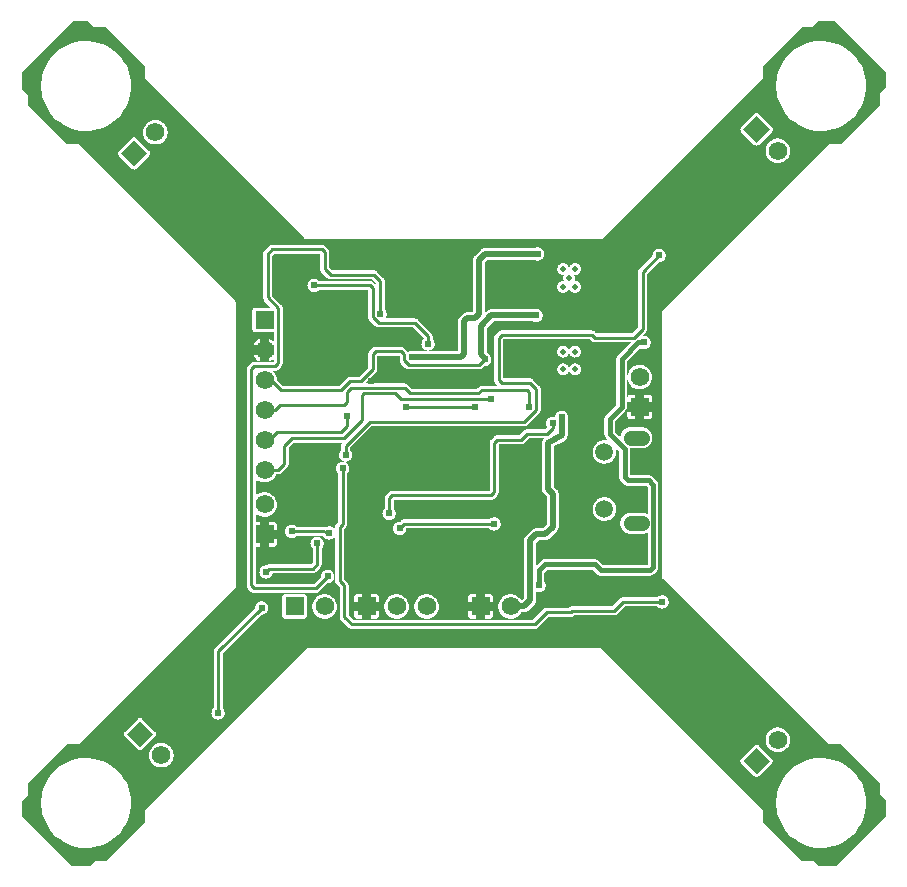
<source format=gbl>
G04 ---------------------------- Layer name :BOTTOM LAYER*
G04 EasyEDA v5.5.12, Thu, 07 Jun 2018 12:22:22 GMT*
G04 1a2565b9f4c04a008b83b97b08c39867*
G04 Gerber Generator version 0.2*
G04 Scale: 100 percent, Rotated: No, Reflected: No *
G04 Dimensions in inches *
G04 leading zeros omitted , absolute positions ,2 integer and 4 decimal *
%FSLAX24Y24*%
%MOIN*%
G90*
G70D02*

%ADD10C,0.010000*%
%ADD11C,0.020000*%
%ADD12C,0.015000*%
%ADD16C,0.024400*%
%ADD17C,0.019700*%
%ADD38C,0.062000*%
%ADD39R,0.062000X0.062000*%
%ADD40C,0.059055*%
%ADD41C,0.051181*%

%LPD*%
G36*
G01X1650Y50D02*
G01X0Y1700D01*
G01X0Y2200D01*
G01X200Y2400D01*
G01X200Y2800D01*
G01X1500Y4100D01*
G01X1900Y4100D01*
G01X7150Y9350D01*
G01X7150Y18850D01*
G01X1900Y24100D01*
G01X1500Y24100D01*
G01X200Y25400D01*
G01X200Y25750D01*
G01X0Y25950D01*
G01X0Y26500D01*
G01X1700Y28200D01*
G01X2200Y28200D01*
G01X2400Y28000D01*
G01X2800Y28000D01*
G01X4100Y26700D01*
G01X4100Y26300D01*
G01X9450Y20950D01*
G01X19350Y20950D01*
G01X24700Y26300D01*
G01X24700Y26700D01*
G01X26000Y28000D01*
G01X26350Y28000D01*
G01X26550Y28200D01*
G01X27100Y28200D01*
G01X28800Y26500D01*
G01X28800Y26000D01*
G01X28600Y25800D01*
G01X28600Y25400D01*
G01X27300Y24100D01*
G01X26900Y24100D01*
G01X21350Y18550D01*
G01X21350Y9650D01*
G01X26900Y4100D01*
G01X27300Y4100D01*
G01X28600Y2800D01*
G01X28600Y2450D01*
G01X28800Y2250D01*
G01X28800Y1700D01*
G01X27150Y50D01*
G01X26550Y50D01*
G01X26400Y200D01*
G01X26000Y200D01*
G01X24700Y1500D01*
G01X24700Y1900D01*
G01X19300Y7300D01*
G01X9500Y7300D01*
G01X4100Y1900D01*
G01X4100Y1500D01*
G01X2800Y200D01*
G01X2450Y200D01*
G01X2300Y50D01*
G01X1650Y50D01*
G37*

%LPC*%
G36*
G01X26612Y24550D02*
G01X26762Y24554D01*
G01X26910Y24572D01*
G01X27056Y24606D01*
G01X27198Y24653D01*
G01X27334Y24715D01*
G01X27463Y24789D01*
G01X27585Y24877D01*
G01X27697Y24976D01*
G01X27799Y25085D01*
G01X27889Y25205D01*
G01X27967Y25332D01*
G01X28032Y25467D01*
G01X28083Y25607D01*
G01X28120Y25752D01*
G01X28142Y25900D01*
G01X28150Y26050D01*
G01X28142Y26199D01*
G01X28120Y26347D01*
G01X28083Y26492D01*
G01X28032Y26632D01*
G01X27967Y26767D01*
G01X27889Y26894D01*
G01X27799Y27014D01*
G01X27697Y27123D01*
G01X27585Y27222D01*
G01X27463Y27310D01*
G01X27334Y27384D01*
G01X27198Y27446D01*
G01X27056Y27493D01*
G01X26910Y27527D01*
G01X26762Y27545D01*
G01X26612Y27549D01*
G01X26463Y27538D01*
G01X26316Y27512D01*
G01X26172Y27471D01*
G01X26033Y27417D01*
G01X25900Y27349D01*
G01X25774Y27267D01*
G01X25657Y27174D01*
G01X25550Y27070D01*
G01X25454Y26955D01*
G01X25370Y26832D01*
G01X25298Y26700D01*
G01X25240Y26563D01*
G01X25196Y26420D01*
G01X25166Y26273D01*
G01X25151Y26124D01*
G01X25151Y25975D01*
G01X25166Y25826D01*
G01X25196Y25679D01*
G01X25240Y25536D01*
G01X25298Y25399D01*
G01X25370Y25267D01*
G01X25454Y25144D01*
G01X25550Y25029D01*
G01X25657Y24925D01*
G01X25774Y24832D01*
G01X25900Y24750D01*
G01X26033Y24682D01*
G01X26172Y24628D01*
G01X26316Y24587D01*
G01X26463Y24561D01*
G01X26612Y24550D01*
G37*
G36*
G01X2112Y650D02*
G01X2262Y654D01*
G01X2410Y672D01*
G01X2556Y706D01*
G01X2698Y753D01*
G01X2834Y815D01*
G01X2963Y889D01*
G01X3085Y977D01*
G01X3197Y1076D01*
G01X3299Y1185D01*
G01X3389Y1305D01*
G01X3467Y1432D01*
G01X3532Y1567D01*
G01X3583Y1707D01*
G01X3620Y1852D01*
G01X3642Y2000D01*
G01X3650Y2150D01*
G01X3642Y2299D01*
G01X3620Y2447D01*
G01X3583Y2592D01*
G01X3532Y2732D01*
G01X3467Y2867D01*
G01X3389Y2994D01*
G01X3299Y3114D01*
G01X3197Y3223D01*
G01X3085Y3322D01*
G01X2963Y3410D01*
G01X2834Y3484D01*
G01X2698Y3546D01*
G01X2556Y3593D01*
G01X2410Y3627D01*
G01X2262Y3645D01*
G01X2112Y3649D01*
G01X1963Y3638D01*
G01X1816Y3612D01*
G01X1672Y3571D01*
G01X1533Y3517D01*
G01X1400Y3449D01*
G01X1274Y3367D01*
G01X1157Y3274D01*
G01X1050Y3170D01*
G01X954Y3055D01*
G01X870Y2932D01*
G01X798Y2800D01*
G01X740Y2663D01*
G01X696Y2520D01*
G01X666Y2373D01*
G01X651Y2224D01*
G01X651Y2075D01*
G01X666Y1926D01*
G01X696Y1779D01*
G01X740Y1636D01*
G01X798Y1499D01*
G01X870Y1367D01*
G01X954Y1244D01*
G01X1050Y1129D01*
G01X1157Y1025D01*
G01X1274Y932D01*
G01X1400Y850D01*
G01X1533Y782D01*
G01X1672Y728D01*
G01X1816Y687D01*
G01X1963Y661D01*
G01X2112Y650D01*
G37*
G36*
G01X26612Y650D02*
G01X26762Y654D01*
G01X26910Y672D01*
G01X27056Y706D01*
G01X27198Y753D01*
G01X27334Y815D01*
G01X27463Y889D01*
G01X27585Y977D01*
G01X27697Y1076D01*
G01X27799Y1185D01*
G01X27889Y1305D01*
G01X27967Y1432D01*
G01X28032Y1567D01*
G01X28083Y1707D01*
G01X28120Y1852D01*
G01X28142Y2000D01*
G01X28150Y2150D01*
G01X28142Y2299D01*
G01X28120Y2447D01*
G01X28083Y2592D01*
G01X28032Y2732D01*
G01X27967Y2867D01*
G01X27889Y2994D01*
G01X27799Y3114D01*
G01X27697Y3223D01*
G01X27585Y3322D01*
G01X27463Y3410D01*
G01X27334Y3484D01*
G01X27198Y3546D01*
G01X27056Y3593D01*
G01X26910Y3627D01*
G01X26762Y3645D01*
G01X26612Y3649D01*
G01X26463Y3638D01*
G01X26316Y3612D01*
G01X26172Y3571D01*
G01X26033Y3517D01*
G01X25900Y3449D01*
G01X25774Y3367D01*
G01X25657Y3274D01*
G01X25550Y3170D01*
G01X25454Y3055D01*
G01X25370Y2932D01*
G01X25298Y2800D01*
G01X25240Y2663D01*
G01X25196Y2520D01*
G01X25166Y2373D01*
G01X25151Y2224D01*
G01X25151Y2075D01*
G01X25166Y1926D01*
G01X25196Y1779D01*
G01X25240Y1636D01*
G01X25298Y1499D01*
G01X25370Y1367D01*
G01X25454Y1244D01*
G01X25550Y1129D01*
G01X25657Y1025D01*
G01X25774Y932D01*
G01X25900Y850D01*
G01X26033Y782D01*
G01X26172Y728D01*
G01X26316Y687D01*
G01X26463Y661D01*
G01X26612Y650D01*
G37*
G36*
G01X24500Y3011D02*
G01X24504Y3011D01*
G01X24508Y3011D01*
G01X24512Y3012D01*
G01X24516Y3012D01*
G01X24520Y3013D01*
G01X24524Y3014D01*
G01X24528Y3015D01*
G01X24532Y3016D01*
G01X24536Y3018D01*
G01X24540Y3019D01*
G01X24544Y3021D01*
G01X24547Y3023D01*
G01X24551Y3025D01*
G01X24554Y3027D01*
G01X24558Y3030D01*
G01X24561Y3032D01*
G01X24564Y3035D01*
G01X24568Y3037D01*
G01X24571Y3040D01*
G01X25009Y3479D01*
G01X25012Y3482D01*
G01X25015Y3485D01*
G01X25017Y3488D01*
G01X25020Y3491D01*
G01X25022Y3495D01*
G01X25024Y3498D01*
G01X25026Y3502D01*
G01X25028Y3505D01*
G01X25030Y3509D01*
G01X25031Y3513D01*
G01X25033Y3517D01*
G01X25034Y3521D01*
G01X25035Y3525D01*
G01X25036Y3529D01*
G01X25037Y3533D01*
G01X25037Y3537D01*
G01X25038Y3541D01*
G01X25038Y3545D01*
G01X25038Y3549D01*
G01X25038Y3553D01*
G01X25038Y3558D01*
G01X25037Y3562D01*
G01X25037Y3566D01*
G01X25036Y3570D01*
G01X25035Y3574D01*
G01X25034Y3578D01*
G01X25033Y3582D01*
G01X25031Y3586D01*
G01X25030Y3589D01*
G01X25028Y3593D01*
G01X25026Y3597D01*
G01X25024Y3600D01*
G01X25022Y3604D01*
G01X25020Y3607D01*
G01X25017Y3611D01*
G01X25015Y3614D01*
G01X25012Y3617D01*
G01X25009Y3620D01*
G01X24571Y4058D01*
G01X24568Y4061D01*
G01X24564Y4064D01*
G01X24561Y4067D01*
G01X24558Y4069D01*
G01X24554Y4071D01*
G01X24551Y4074D01*
G01X24547Y4076D01*
G01X24544Y4078D01*
G01X24540Y4079D01*
G01X24536Y4081D01*
G01X24532Y4082D01*
G01X24528Y4084D01*
G01X24524Y4085D01*
G01X24520Y4086D01*
G01X24516Y4086D01*
G01X24512Y4087D01*
G01X24508Y4087D01*
G01X24504Y4088D01*
G01X24500Y4088D01*
G01X24496Y4088D01*
G01X24492Y4087D01*
G01X24487Y4087D01*
G01X24483Y4086D01*
G01X24479Y4086D01*
G01X24475Y4085D01*
G01X24471Y4084D01*
G01X24467Y4082D01*
G01X24463Y4081D01*
G01X24460Y4079D01*
G01X24456Y4078D01*
G01X24452Y4076D01*
G01X24449Y4074D01*
G01X24445Y4071D01*
G01X24442Y4069D01*
G01X24438Y4067D01*
G01X24435Y4064D01*
G01X24432Y4061D01*
G01X24429Y4058D01*
G01X23991Y3620D01*
G01X23988Y3617D01*
G01X23985Y3614D01*
G01X23982Y3611D01*
G01X23980Y3607D01*
G01X23978Y3604D01*
G01X23975Y3600D01*
G01X23973Y3597D01*
G01X23972Y3593D01*
G01X23970Y3589D01*
G01X23968Y3586D01*
G01X23967Y3582D01*
G01X23966Y3578D01*
G01X23964Y3574D01*
G01X23964Y3570D01*
G01X23963Y3566D01*
G01X23962Y3562D01*
G01X23962Y3558D01*
G01X23961Y3553D01*
G01X23961Y3549D01*
G01X23961Y3545D01*
G01X23962Y3541D01*
G01X23962Y3537D01*
G01X23963Y3533D01*
G01X23964Y3529D01*
G01X23964Y3525D01*
G01X23966Y3521D01*
G01X23967Y3517D01*
G01X23968Y3513D01*
G01X23970Y3509D01*
G01X23972Y3505D01*
G01X23973Y3502D01*
G01X23975Y3498D01*
G01X23978Y3495D01*
G01X23980Y3491D01*
G01X23982Y3488D01*
G01X23985Y3485D01*
G01X23988Y3482D01*
G01X23991Y3479D01*
G01X24429Y3040D01*
G01X24432Y3037D01*
G01X24435Y3035D01*
G01X24438Y3032D01*
G01X24442Y3030D01*
G01X24445Y3027D01*
G01X24449Y3025D01*
G01X24452Y3023D01*
G01X24456Y3021D01*
G01X24460Y3019D01*
G01X24463Y3018D01*
G01X24467Y3016D01*
G01X24471Y3015D01*
G01X24475Y3014D01*
G01X24479Y3013D01*
G01X24483Y3012D01*
G01X24487Y3012D01*
G01X24492Y3011D01*
G01X24496Y3011D01*
G01X24500Y3011D01*
G37*
G36*
G01X4646Y3332D02*
G01X4687Y3333D01*
G01X4728Y3338D01*
G01X4768Y3347D01*
G01X4806Y3360D01*
G01X4844Y3377D01*
G01X4879Y3397D01*
G01X4912Y3421D01*
G01X4943Y3448D01*
G01X4971Y3478D01*
G01X4995Y3511D01*
G01X5017Y3545D01*
G01X5034Y3582D01*
G01X5048Y3621D01*
G01X5058Y3660D01*
G01X5064Y3701D01*
G01X5067Y3742D01*
G01X5064Y3782D01*
G01X5058Y3823D01*
G01X5048Y3862D01*
G01X5034Y3901D01*
G01X5017Y3938D01*
G01X4995Y3972D01*
G01X4971Y4005D01*
G01X4943Y4035D01*
G01X4912Y4062D01*
G01X4879Y4086D01*
G01X4844Y4106D01*
G01X4806Y4123D01*
G01X4768Y4136D01*
G01X4728Y4145D01*
G01X4687Y4150D01*
G01X4646Y4151D01*
G01X4606Y4148D01*
G01X4565Y4141D01*
G01X4526Y4130D01*
G01X4488Y4115D01*
G01X4452Y4097D01*
G01X4417Y4074D01*
G01X4385Y4049D01*
G01X4356Y4020D01*
G01X4330Y3989D01*
G01X4307Y3955D01*
G01X4287Y3919D01*
G01X4271Y3882D01*
G01X4259Y3843D01*
G01X4251Y3803D01*
G01X4247Y3762D01*
G01X4247Y3721D01*
G01X4251Y3680D01*
G01X4259Y3640D01*
G01X4271Y3601D01*
G01X4287Y3564D01*
G01X4307Y3528D01*
G01X4330Y3494D01*
G01X4356Y3463D01*
G01X4385Y3434D01*
G01X4417Y3409D01*
G01X4452Y3386D01*
G01X4488Y3368D01*
G01X4526Y3353D01*
G01X4565Y3342D01*
G01X4606Y3335D01*
G01X4646Y3332D01*
G37*
G36*
G01X25196Y3847D02*
G01X25237Y3848D01*
G01X25278Y3853D01*
G01X25318Y3862D01*
G01X25356Y3875D01*
G01X25394Y3892D01*
G01X25429Y3912D01*
G01X25462Y3936D01*
G01X25493Y3963D01*
G01X25521Y3993D01*
G01X25545Y4026D01*
G01X25567Y4060D01*
G01X25584Y4097D01*
G01X25598Y4136D01*
G01X25608Y4175D01*
G01X25614Y4216D01*
G01X25617Y4257D01*
G01X25614Y4297D01*
G01X25608Y4338D01*
G01X25598Y4377D01*
G01X25584Y4416D01*
G01X25567Y4453D01*
G01X25545Y4487D01*
G01X25521Y4520D01*
G01X25493Y4550D01*
G01X25462Y4577D01*
G01X25429Y4601D01*
G01X25394Y4621D01*
G01X25356Y4638D01*
G01X25318Y4651D01*
G01X25278Y4660D01*
G01X25237Y4665D01*
G01X25196Y4666D01*
G01X25156Y4663D01*
G01X25115Y4656D01*
G01X25076Y4645D01*
G01X25038Y4630D01*
G01X25002Y4612D01*
G01X24967Y4589D01*
G01X24935Y4564D01*
G01X24906Y4535D01*
G01X24880Y4504D01*
G01X24857Y4470D01*
G01X24837Y4434D01*
G01X24821Y4397D01*
G01X24809Y4358D01*
G01X24801Y4318D01*
G01X24797Y4277D01*
G01X24797Y4236D01*
G01X24801Y4195D01*
G01X24809Y4155D01*
G01X24821Y4116D01*
G01X24837Y4079D01*
G01X24857Y4043D01*
G01X24880Y4009D01*
G01X24906Y3978D01*
G01X24935Y3949D01*
G01X24967Y3924D01*
G01X25002Y3901D01*
G01X25038Y3883D01*
G01X25076Y3868D01*
G01X25115Y3857D01*
G01X25156Y3850D01*
G01X25196Y3847D01*
G37*
G36*
G01X3950Y3911D02*
G01X3954Y3911D01*
G01X3958Y3911D01*
G01X3962Y3911D01*
G01X3966Y3912D01*
G01X3970Y3913D01*
G01X3974Y3914D01*
G01X3978Y3915D01*
G01X3982Y3916D01*
G01X3986Y3917D01*
G01X3990Y3919D01*
G01X3994Y3921D01*
G01X3997Y3923D01*
G01X4001Y3925D01*
G01X4004Y3927D01*
G01X4008Y3929D01*
G01X4011Y3932D01*
G01X4014Y3934D01*
G01X4018Y3937D01*
G01X4021Y3940D01*
G01X4459Y4378D01*
G01X4462Y4381D01*
G01X4465Y4384D01*
G01X4467Y4387D01*
G01X4470Y4391D01*
G01X4472Y4394D01*
G01X4474Y4398D01*
G01X4476Y4401D01*
G01X4478Y4405D01*
G01X4480Y4409D01*
G01X4481Y4413D01*
G01X4483Y4416D01*
G01X4484Y4420D01*
G01X4485Y4424D01*
G01X4486Y4428D01*
G01X4487Y4432D01*
G01X4487Y4437D01*
G01X4488Y4441D01*
G01X4488Y4445D01*
G01X4488Y4449D01*
G01X4488Y4453D01*
G01X4488Y4457D01*
G01X4487Y4461D01*
G01X4487Y4465D01*
G01X4486Y4469D01*
G01X4485Y4473D01*
G01X4484Y4477D01*
G01X4483Y4481D01*
G01X4481Y4485D01*
G01X4480Y4489D01*
G01X4478Y4493D01*
G01X4476Y4496D01*
G01X4474Y4500D01*
G01X4472Y4504D01*
G01X4470Y4507D01*
G01X4467Y4510D01*
G01X4465Y4514D01*
G01X4462Y4517D01*
G01X4459Y4520D01*
G01X4021Y4958D01*
G01X4018Y4961D01*
G01X4014Y4964D01*
G01X4011Y4966D01*
G01X4008Y4969D01*
G01X4004Y4971D01*
G01X4001Y4973D01*
G01X3997Y4975D01*
G01X3994Y4977D01*
G01X3990Y4979D01*
G01X3986Y4980D01*
G01X3982Y4982D01*
G01X3978Y4983D01*
G01X3974Y4984D01*
G01X3970Y4985D01*
G01X3966Y4986D01*
G01X3962Y4987D01*
G01X3958Y4987D01*
G01X3954Y4987D01*
G01X3950Y4987D01*
G01X3946Y4987D01*
G01X3942Y4987D01*
G01X3937Y4987D01*
G01X3933Y4986D01*
G01X3929Y4985D01*
G01X3925Y4984D01*
G01X3921Y4983D01*
G01X3917Y4982D01*
G01X3913Y4980D01*
G01X3910Y4979D01*
G01X3906Y4977D01*
G01X3902Y4975D01*
G01X3899Y4973D01*
G01X3895Y4971D01*
G01X3892Y4969D01*
G01X3888Y4966D01*
G01X3885Y4964D01*
G01X3882Y4961D01*
G01X3879Y4958D01*
G01X3441Y4520D01*
G01X3438Y4517D01*
G01X3435Y4514D01*
G01X3432Y4510D01*
G01X3430Y4507D01*
G01X3428Y4504D01*
G01X3425Y4500D01*
G01X3423Y4496D01*
G01X3422Y4493D01*
G01X3420Y4489D01*
G01X3418Y4485D01*
G01X3417Y4481D01*
G01X3416Y4477D01*
G01X3414Y4473D01*
G01X3414Y4469D01*
G01X3413Y4465D01*
G01X3412Y4461D01*
G01X3412Y4457D01*
G01X3411Y4453D01*
G01X3411Y4449D01*
G01X3411Y4445D01*
G01X3412Y4441D01*
G01X3412Y4437D01*
G01X3413Y4432D01*
G01X3414Y4428D01*
G01X3414Y4424D01*
G01X3416Y4420D01*
G01X3417Y4416D01*
G01X3418Y4413D01*
G01X3420Y4409D01*
G01X3422Y4405D01*
G01X3423Y4401D01*
G01X3425Y4398D01*
G01X3428Y4394D01*
G01X3430Y4391D01*
G01X3432Y4387D01*
G01X3435Y4384D01*
G01X3438Y4381D01*
G01X3441Y4378D01*
G01X3879Y3940D01*
G01X3882Y3937D01*
G01X3885Y3934D01*
G01X3888Y3932D01*
G01X3892Y3929D01*
G01X3895Y3927D01*
G01X3899Y3925D01*
G01X3902Y3923D01*
G01X3906Y3921D01*
G01X3910Y3919D01*
G01X3913Y3917D01*
G01X3917Y3916D01*
G01X3921Y3915D01*
G01X3925Y3914D01*
G01X3929Y3913D01*
G01X3933Y3912D01*
G01X3937Y3911D01*
G01X3942Y3911D01*
G01X3946Y3911D01*
G01X3950Y3911D01*
G37*
G36*
G01X6544Y4928D02*
G01X6566Y4928D01*
G01X6588Y4931D01*
G01X6610Y4936D01*
G01X6631Y4943D01*
G01X6651Y4952D01*
G01X6670Y4963D01*
G01X6688Y4976D01*
G01X6705Y4991D01*
G01X6720Y5007D01*
G01X6733Y5024D01*
G01X6744Y5043D01*
G01X6754Y5063D01*
G01X6762Y5084D01*
G01X6767Y5106D01*
G01X6770Y5127D01*
G01X6772Y5150D01*
G01X6770Y5172D01*
G01X6767Y5193D01*
G01X6762Y5215D01*
G01X6754Y5236D01*
G01X6744Y5256D01*
G01X6733Y5275D01*
G01X6720Y5292D01*
G01X6705Y5308D01*
G01X6700Y5313D01*
G01X6700Y7137D01*
G01X7990Y8428D01*
G01X7994Y8428D01*
G01X8016Y8428D01*
G01X8038Y8431D01*
G01X8060Y8436D01*
G01X8081Y8443D01*
G01X8101Y8452D01*
G01X8120Y8463D01*
G01X8138Y8476D01*
G01X8155Y8491D01*
G01X8170Y8507D01*
G01X8183Y8524D01*
G01X8194Y8543D01*
G01X8204Y8563D01*
G01X8212Y8584D01*
G01X8217Y8606D01*
G01X8220Y8627D01*
G01X8222Y8650D01*
G01X8220Y8672D01*
G01X8217Y8693D01*
G01X8212Y8715D01*
G01X8204Y8736D01*
G01X8194Y8756D01*
G01X8183Y8775D01*
G01X8170Y8792D01*
G01X8155Y8808D01*
G01X8138Y8823D01*
G01X8120Y8836D01*
G01X8101Y8847D01*
G01X8081Y8856D01*
G01X8060Y8863D01*
G01X8038Y8868D01*
G01X8016Y8871D01*
G01X7994Y8871D01*
G01X7972Y8870D01*
G01X7950Y8866D01*
G01X7929Y8860D01*
G01X7908Y8852D01*
G01X7889Y8842D01*
G01X7870Y8830D01*
G01X7853Y8816D01*
G01X7837Y8801D01*
G01X7823Y8784D01*
G01X7810Y8765D01*
G01X7799Y8746D01*
G01X7791Y8725D01*
G01X7784Y8704D01*
G01X7780Y8683D01*
G01X7778Y8661D01*
G01X7778Y8640D01*
G01X6443Y7306D01*
G01X6440Y7302D01*
G01X6436Y7298D01*
G01X6433Y7294D01*
G01X6430Y7290D01*
G01X6427Y7286D01*
G01X6424Y7282D01*
G01X6421Y7277D01*
G01X6419Y7273D01*
G01X6416Y7269D01*
G01X6414Y7264D01*
G01X6412Y7259D01*
G01X6410Y7255D01*
G01X6408Y7250D01*
G01X6407Y7245D01*
G01X6405Y7240D01*
G01X6404Y7235D01*
G01X6403Y7230D01*
G01X6402Y7225D01*
G01X6401Y7220D01*
G01X6400Y7215D01*
G01X6400Y7210D01*
G01X6400Y7205D01*
G01X6400Y7200D01*
G01X6400Y5313D01*
G01X6387Y5301D01*
G01X6373Y5284D01*
G01X6360Y5265D01*
G01X6349Y5246D01*
G01X6341Y5225D01*
G01X6334Y5204D01*
G01X6330Y5183D01*
G01X6328Y5161D01*
G01X6328Y5138D01*
G01X6330Y5116D01*
G01X6334Y5095D01*
G01X6341Y5074D01*
G01X6349Y5053D01*
G01X6360Y5034D01*
G01X6373Y5015D01*
G01X6387Y4998D01*
G01X6403Y4983D01*
G01X6420Y4969D01*
G01X6439Y4957D01*
G01X6458Y4947D01*
G01X6479Y4939D01*
G01X6500Y4933D01*
G01X6522Y4929D01*
G01X6544Y4928D01*
G37*
G36*
G01X11000Y7950D02*
G01X17100Y7950D01*
G01X17105Y7950D01*
G01X17110Y7950D01*
G01X17115Y7950D01*
G01X17120Y7951D01*
G01X17125Y7952D01*
G01X17130Y7953D01*
G01X17135Y7954D01*
G01X17140Y7955D01*
G01X17145Y7957D01*
G01X17150Y7958D01*
G01X17155Y7960D01*
G01X17159Y7962D01*
G01X17164Y7964D01*
G01X17169Y7966D01*
G01X17173Y7969D01*
G01X17177Y7971D01*
G01X17182Y7974D01*
G01X17186Y7977D01*
G01X17190Y7980D01*
G01X17194Y7983D01*
G01X17198Y7986D01*
G01X17202Y7990D01*
G01X17206Y7993D01*
G01X17562Y8350D01*
G01X18300Y8350D01*
G01X18305Y8350D01*
G01X18310Y8350D01*
G01X18315Y8350D01*
G01X18320Y8351D01*
G01X18325Y8352D01*
G01X18330Y8353D01*
G01X18335Y8354D01*
G01X18340Y8355D01*
G01X18345Y8357D01*
G01X18350Y8358D01*
G01X18355Y8360D01*
G01X18359Y8362D01*
G01X18364Y8364D01*
G01X18369Y8366D01*
G01X18373Y8369D01*
G01X18377Y8371D01*
G01X18382Y8374D01*
G01X18386Y8377D01*
G01X18390Y8380D01*
G01X18394Y8383D01*
G01X18398Y8386D01*
G01X18402Y8390D01*
G01X18406Y8393D01*
G01X18412Y8400D01*
G01X19750Y8400D01*
G01X19755Y8400D01*
G01X19760Y8400D01*
G01X19765Y8400D01*
G01X19770Y8401D01*
G01X19775Y8402D01*
G01X19780Y8403D01*
G01X19785Y8404D01*
G01X19790Y8405D01*
G01X19795Y8407D01*
G01X19800Y8408D01*
G01X19805Y8410D01*
G01X19809Y8412D01*
G01X19814Y8414D01*
G01X19819Y8416D01*
G01X19823Y8419D01*
G01X19827Y8421D01*
G01X19832Y8424D01*
G01X19836Y8427D01*
G01X19840Y8430D01*
G01X19844Y8433D01*
G01X19848Y8436D01*
G01X19852Y8440D01*
G01X19856Y8443D01*
G01X20112Y8700D01*
G01X21186Y8700D01*
G01X21187Y8698D01*
G01X21203Y8683D01*
G01X21220Y8669D01*
G01X21239Y8657D01*
G01X21258Y8647D01*
G01X21279Y8639D01*
G01X21300Y8633D01*
G01X21322Y8629D01*
G01X21344Y8628D01*
G01X21366Y8628D01*
G01X21388Y8631D01*
G01X21410Y8636D01*
G01X21431Y8643D01*
G01X21451Y8652D01*
G01X21470Y8663D01*
G01X21488Y8676D01*
G01X21505Y8691D01*
G01X21520Y8707D01*
G01X21533Y8724D01*
G01X21544Y8743D01*
G01X21554Y8763D01*
G01X21562Y8784D01*
G01X21567Y8806D01*
G01X21570Y8827D01*
G01X21572Y8850D01*
G01X21570Y8872D01*
G01X21567Y8893D01*
G01X21562Y8915D01*
G01X21554Y8936D01*
G01X21544Y8956D01*
G01X21533Y8975D01*
G01X21520Y8992D01*
G01X21505Y9008D01*
G01X21488Y9023D01*
G01X21470Y9036D01*
G01X21451Y9047D01*
G01X21431Y9056D01*
G01X21410Y9063D01*
G01X21388Y9068D01*
G01X21366Y9071D01*
G01X21344Y9071D01*
G01X21322Y9070D01*
G01X21300Y9066D01*
G01X21279Y9060D01*
G01X21258Y9052D01*
G01X21239Y9042D01*
G01X21220Y9030D01*
G01X21203Y9016D01*
G01X21187Y9001D01*
G01X21186Y9000D01*
G01X20050Y9000D01*
G01X20044Y8999D01*
G01X20039Y8999D01*
G01X20034Y8999D01*
G01X20029Y8998D01*
G01X20024Y8997D01*
G01X20019Y8996D01*
G01X20014Y8995D01*
G01X20009Y8994D01*
G01X20004Y8992D01*
G01X19999Y8991D01*
G01X19994Y8989D01*
G01X19990Y8987D01*
G01X19985Y8985D01*
G01X19980Y8983D01*
G01X19976Y8980D01*
G01X19972Y8978D01*
G01X19967Y8975D01*
G01X19963Y8972D01*
G01X19959Y8969D01*
G01X19955Y8966D01*
G01X19951Y8963D01*
G01X19947Y8959D01*
G01X19943Y8956D01*
G01X19687Y8700D01*
G01X18350Y8700D01*
G01X18344Y8699D01*
G01X18339Y8699D01*
G01X18334Y8699D01*
G01X18329Y8698D01*
G01X18324Y8697D01*
G01X18319Y8696D01*
G01X18314Y8695D01*
G01X18309Y8694D01*
G01X18304Y8692D01*
G01X18299Y8691D01*
G01X18294Y8689D01*
G01X18290Y8687D01*
G01X18285Y8685D01*
G01X18280Y8683D01*
G01X18276Y8680D01*
G01X18272Y8678D01*
G01X18267Y8675D01*
G01X18263Y8672D01*
G01X18259Y8669D01*
G01X18255Y8666D01*
G01X18251Y8663D01*
G01X18247Y8659D01*
G01X18243Y8656D01*
G01X18237Y8650D01*
G01X17500Y8650D01*
G01X17494Y8649D01*
G01X17489Y8649D01*
G01X17484Y8649D01*
G01X17479Y8648D01*
G01X17474Y8647D01*
G01X17469Y8646D01*
G01X17464Y8645D01*
G01X17459Y8644D01*
G01X17454Y8642D01*
G01X17449Y8641D01*
G01X17444Y8639D01*
G01X17440Y8637D01*
G01X17435Y8635D01*
G01X17430Y8633D01*
G01X17426Y8630D01*
G01X17422Y8628D01*
G01X17417Y8625D01*
G01X17413Y8622D01*
G01X17409Y8619D01*
G01X17405Y8616D01*
G01X17401Y8613D01*
G01X17397Y8609D01*
G01X17393Y8606D01*
G01X17037Y8250D01*
G01X11062Y8250D01*
G01X10900Y8412D01*
G01X10900Y9400D01*
G01X10899Y9405D01*
G01X10899Y9410D01*
G01X10899Y9415D01*
G01X10898Y9420D01*
G01X10897Y9425D01*
G01X10896Y9430D01*
G01X10895Y9435D01*
G01X10894Y9440D01*
G01X10892Y9445D01*
G01X10891Y9450D01*
G01X10889Y9455D01*
G01X10887Y9459D01*
G01X10885Y9464D01*
G01X10883Y9469D01*
G01X10880Y9473D01*
G01X10878Y9477D01*
G01X10875Y9482D01*
G01X10872Y9486D01*
G01X10869Y9490D01*
G01X10866Y9494D01*
G01X10863Y9498D01*
G01X10859Y9502D01*
G01X10856Y9506D01*
G01X10750Y9612D01*
G01X10750Y11287D01*
G01X10806Y11343D01*
G01X10809Y11347D01*
G01X10813Y11351D01*
G01X10816Y11355D01*
G01X10819Y11359D01*
G01X10822Y11363D01*
G01X10825Y11367D01*
G01X10828Y11372D01*
G01X10830Y11376D01*
G01X10833Y11380D01*
G01X10835Y11385D01*
G01X10837Y11390D01*
G01X10839Y11394D01*
G01X10841Y11399D01*
G01X10842Y11404D01*
G01X10844Y11409D01*
G01X10845Y11414D01*
G01X10846Y11419D01*
G01X10847Y11424D01*
G01X10848Y11429D01*
G01X10849Y11434D01*
G01X10849Y11439D01*
G01X10849Y11444D01*
G01X10850Y11450D01*
G01X10850Y13136D01*
G01X10855Y13141D01*
G01X10870Y13157D01*
G01X10883Y13174D01*
G01X10894Y13193D01*
G01X10904Y13213D01*
G01X10912Y13234D01*
G01X10917Y13256D01*
G01X10920Y13277D01*
G01X10922Y13300D01*
G01X10920Y13322D01*
G01X10917Y13343D01*
G01X10912Y13365D01*
G01X10904Y13386D01*
G01X10894Y13406D01*
G01X10883Y13425D01*
G01X10870Y13442D01*
G01X10855Y13458D01*
G01X10838Y13473D01*
G01X10820Y13486D01*
G01X10801Y13497D01*
G01X10781Y13506D01*
G01X10760Y13513D01*
G01X10738Y13518D01*
G01X10716Y13521D01*
G01X10694Y13521D01*
G01X10672Y13520D01*
G01X10650Y13516D01*
G01X10629Y13510D01*
G01X10608Y13502D01*
G01X10589Y13492D01*
G01X10570Y13480D01*
G01X10553Y13466D01*
G01X10537Y13451D01*
G01X10523Y13434D01*
G01X10510Y13415D01*
G01X10499Y13396D01*
G01X10491Y13375D01*
G01X10484Y13354D01*
G01X10480Y13333D01*
G01X10478Y13311D01*
G01X10478Y13288D01*
G01X10480Y13266D01*
G01X10484Y13245D01*
G01X10491Y13224D01*
G01X10499Y13203D01*
G01X10510Y13184D01*
G01X10523Y13165D01*
G01X10537Y13148D01*
G01X10550Y13136D01*
G01X10550Y11512D01*
G01X10493Y11456D01*
G01X10490Y11452D01*
G01X10486Y11448D01*
G01X10483Y11444D01*
G01X10480Y11440D01*
G01X10477Y11436D01*
G01X10474Y11432D01*
G01X10471Y11427D01*
G01X10469Y11423D01*
G01X10466Y11419D01*
G01X10464Y11414D01*
G01X10462Y11409D01*
G01X10460Y11405D01*
G01X10458Y11400D01*
G01X10457Y11395D01*
G01X10455Y11390D01*
G01X10454Y11385D01*
G01X10453Y11380D01*
G01X10452Y11375D01*
G01X10451Y11370D01*
G01X10450Y11365D01*
G01X10450Y11360D01*
G01X10450Y11355D01*
G01X10450Y11350D01*
G01X10450Y11245D01*
G01X10444Y11256D01*
G01X10433Y11275D01*
G01X10420Y11292D01*
G01X10405Y11308D01*
G01X10388Y11323D01*
G01X10370Y11336D01*
G01X10351Y11347D01*
G01X10331Y11356D01*
G01X10310Y11363D01*
G01X10288Y11368D01*
G01X10266Y11371D01*
G01X10244Y11371D01*
G01X10222Y11370D01*
G01X10200Y11366D01*
G01X10179Y11360D01*
G01X10158Y11352D01*
G01X10139Y11342D01*
G01X10127Y11335D01*
G01X10086Y11345D01*
G01X10080Y11346D01*
G01X10074Y11348D01*
G01X10068Y11348D01*
G01X10062Y11349D01*
G01X10056Y11349D01*
G01X10050Y11350D01*
G01X9163Y11350D01*
G01X9155Y11358D01*
G01X9138Y11373D01*
G01X9120Y11386D01*
G01X9101Y11397D01*
G01X9081Y11406D01*
G01X9060Y11413D01*
G01X9038Y11418D01*
G01X9016Y11421D01*
G01X8994Y11421D01*
G01X8972Y11420D01*
G01X8950Y11416D01*
G01X8929Y11410D01*
G01X8908Y11402D01*
G01X8889Y11392D01*
G01X8870Y11380D01*
G01X8853Y11366D01*
G01X8837Y11351D01*
G01X8823Y11334D01*
G01X8810Y11315D01*
G01X8799Y11296D01*
G01X8791Y11275D01*
G01X8784Y11254D01*
G01X8780Y11233D01*
G01X8778Y11211D01*
G01X8778Y11188D01*
G01X8780Y11166D01*
G01X8784Y11145D01*
G01X8791Y11124D01*
G01X8799Y11103D01*
G01X8810Y11084D01*
G01X8823Y11065D01*
G01X8837Y11048D01*
G01X8853Y11033D01*
G01X8870Y11019D01*
G01X8889Y11007D01*
G01X8908Y10997D01*
G01X8929Y10989D01*
G01X8950Y10983D01*
G01X8972Y10979D01*
G01X8994Y10978D01*
G01X9016Y10978D01*
G01X9038Y10981D01*
G01X9060Y10986D01*
G01X9081Y10993D01*
G01X9101Y11002D01*
G01X9120Y11013D01*
G01X9138Y11026D01*
G01X9155Y11041D01*
G01X9163Y11050D01*
G01X10031Y11050D01*
G01X10055Y11044D01*
G01X10060Y11034D01*
G01X10073Y11015D01*
G01X10087Y10998D01*
G01X10103Y10983D01*
G01X10120Y10969D01*
G01X10139Y10957D01*
G01X10158Y10947D01*
G01X10179Y10939D01*
G01X10200Y10933D01*
G01X10222Y10929D01*
G01X10244Y10928D01*
G01X10266Y10928D01*
G01X10288Y10931D01*
G01X10310Y10936D01*
G01X10331Y10943D01*
G01X10351Y10952D01*
G01X10370Y10963D01*
G01X10388Y10976D01*
G01X10405Y10991D01*
G01X10420Y11007D01*
G01X10433Y11024D01*
G01X10444Y11043D01*
G01X10450Y11054D01*
G01X10450Y9550D01*
G01X10450Y9544D01*
G01X10450Y9539D01*
G01X10450Y9534D01*
G01X10451Y9529D01*
G01X10452Y9524D01*
G01X10453Y9519D01*
G01X10454Y9514D01*
G01X10455Y9509D01*
G01X10457Y9504D01*
G01X10458Y9499D01*
G01X10460Y9494D01*
G01X10462Y9490D01*
G01X10464Y9485D01*
G01X10466Y9480D01*
G01X10469Y9476D01*
G01X10471Y9472D01*
G01X10474Y9467D01*
G01X10477Y9463D01*
G01X10480Y9459D01*
G01X10483Y9455D01*
G01X10486Y9451D01*
G01X10490Y9447D01*
G01X10493Y9443D01*
G01X10600Y9337D01*
G01X10600Y8350D01*
G01X10600Y8344D01*
G01X10600Y8339D01*
G01X10600Y8334D01*
G01X10601Y8329D01*
G01X10602Y8324D01*
G01X10603Y8319D01*
G01X10604Y8314D01*
G01X10605Y8309D01*
G01X10607Y8304D01*
G01X10608Y8299D01*
G01X10610Y8294D01*
G01X10612Y8290D01*
G01X10614Y8285D01*
G01X10616Y8280D01*
G01X10619Y8276D01*
G01X10621Y8272D01*
G01X10624Y8267D01*
G01X10627Y8263D01*
G01X10630Y8259D01*
G01X10633Y8255D01*
G01X10636Y8251D01*
G01X10640Y8247D01*
G01X10643Y8243D01*
G01X10893Y7993D01*
G01X10897Y7990D01*
G01X10901Y7986D01*
G01X10905Y7983D01*
G01X10909Y7980D01*
G01X10913Y7977D01*
G01X10917Y7974D01*
G01X10922Y7971D01*
G01X10926Y7969D01*
G01X10930Y7966D01*
G01X10935Y7964D01*
G01X10940Y7962D01*
G01X10944Y7960D01*
G01X10949Y7958D01*
G01X10954Y7957D01*
G01X10959Y7955D01*
G01X10964Y7954D01*
G01X10969Y7953D01*
G01X10974Y7952D01*
G01X10979Y7951D01*
G01X10984Y7950D01*
G01X10989Y7950D01*
G01X10994Y7950D01*
G01X11000Y7950D01*
G37*
G36*
G01X2112Y24550D02*
G01X2262Y24554D01*
G01X2410Y24572D01*
G01X2556Y24606D01*
G01X2698Y24653D01*
G01X2834Y24715D01*
G01X2963Y24789D01*
G01X3085Y24877D01*
G01X3197Y24976D01*
G01X3299Y25085D01*
G01X3389Y25205D01*
G01X3467Y25332D01*
G01X3532Y25467D01*
G01X3583Y25607D01*
G01X3620Y25752D01*
G01X3642Y25900D01*
G01X3650Y26050D01*
G01X3642Y26199D01*
G01X3620Y26347D01*
G01X3583Y26492D01*
G01X3532Y26632D01*
G01X3467Y26767D01*
G01X3389Y26894D01*
G01X3299Y27014D01*
G01X3197Y27123D01*
G01X3085Y27222D01*
G01X2963Y27310D01*
G01X2834Y27384D01*
G01X2698Y27446D01*
G01X2556Y27493D01*
G01X2410Y27527D01*
G01X2262Y27545D01*
G01X2112Y27549D01*
G01X1963Y27538D01*
G01X1816Y27512D01*
G01X1672Y27471D01*
G01X1533Y27417D01*
G01X1400Y27349D01*
G01X1274Y27267D01*
G01X1157Y27174D01*
G01X1050Y27070D01*
G01X954Y26955D01*
G01X870Y26832D01*
G01X798Y26700D01*
G01X740Y26563D01*
G01X696Y26420D01*
G01X666Y26273D01*
G01X651Y26124D01*
G01X651Y25975D01*
G01X666Y25826D01*
G01X696Y25679D01*
G01X740Y25536D01*
G01X798Y25399D01*
G01X870Y25267D01*
G01X954Y25144D01*
G01X1050Y25029D01*
G01X1157Y24925D01*
G01X1274Y24832D01*
G01X1400Y24750D01*
G01X1533Y24682D01*
G01X1672Y24628D01*
G01X1816Y24587D01*
G01X1963Y24561D01*
G01X2112Y24550D01*
G37*
G36*
G01X15455Y8290D02*
G01X15610Y8290D01*
G01X15614Y8290D01*
G01X15618Y8290D01*
G01X15622Y8290D01*
G01X15626Y8291D01*
G01X15630Y8292D01*
G01X15634Y8293D01*
G01X15638Y8294D01*
G01X15642Y8295D01*
G01X15646Y8296D01*
G01X15650Y8298D01*
G01X15653Y8300D01*
G01X15657Y8302D01*
G01X15661Y8304D01*
G01X15664Y8306D01*
G01X15668Y8308D01*
G01X15671Y8311D01*
G01X15674Y8313D01*
G01X15677Y8316D01*
G01X15680Y8319D01*
G01X15683Y8322D01*
G01X15686Y8325D01*
G01X15688Y8328D01*
G01X15691Y8331D01*
G01X15693Y8335D01*
G01X15695Y8338D01*
G01X15697Y8342D01*
G01X15699Y8346D01*
G01X15701Y8349D01*
G01X15703Y8353D01*
G01X15704Y8357D01*
G01X15705Y8361D01*
G01X15706Y8365D01*
G01X15707Y8369D01*
G01X15708Y8373D01*
G01X15709Y8377D01*
G01X15709Y8381D01*
G01X15709Y8385D01*
G01X15710Y8390D01*
G01X15710Y8544D01*
G01X15455Y8544D01*
G01X15455Y8290D01*
G37*
G36*
G01X14989Y8290D02*
G01X15144Y8290D01*
G01X15144Y8544D01*
G01X14889Y8544D01*
G01X14889Y8390D01*
G01X14890Y8385D01*
G01X14890Y8381D01*
G01X14890Y8377D01*
G01X14891Y8373D01*
G01X14892Y8369D01*
G01X14893Y8365D01*
G01X14894Y8361D01*
G01X14895Y8357D01*
G01X14896Y8353D01*
G01X14898Y8349D01*
G01X14900Y8346D01*
G01X14902Y8342D01*
G01X14904Y8338D01*
G01X14906Y8335D01*
G01X14908Y8331D01*
G01X14911Y8328D01*
G01X14913Y8325D01*
G01X14916Y8322D01*
G01X14919Y8319D01*
G01X14922Y8316D01*
G01X14925Y8313D01*
G01X14928Y8311D01*
G01X14931Y8308D01*
G01X14935Y8306D01*
G01X14938Y8304D01*
G01X14942Y8302D01*
G01X14946Y8300D01*
G01X14949Y8298D01*
G01X14953Y8296D01*
G01X14957Y8295D01*
G01X14961Y8294D01*
G01X14965Y8293D01*
G01X14969Y8292D01*
G01X14973Y8291D01*
G01X14977Y8290D01*
G01X14981Y8290D01*
G01X14985Y8290D01*
G01X14989Y8290D01*
G37*
G36*
G01X8789Y8290D02*
G01X9410Y8290D01*
G01X9414Y8290D01*
G01X9418Y8290D01*
G01X9422Y8290D01*
G01X9426Y8291D01*
G01X9430Y8292D01*
G01X9434Y8293D01*
G01X9438Y8294D01*
G01X9442Y8295D01*
G01X9446Y8296D01*
G01X9450Y8298D01*
G01X9453Y8300D01*
G01X9457Y8302D01*
G01X9461Y8304D01*
G01X9464Y8306D01*
G01X9468Y8308D01*
G01X9471Y8311D01*
G01X9474Y8313D01*
G01X9477Y8316D01*
G01X9480Y8319D01*
G01X9483Y8322D01*
G01X9486Y8325D01*
G01X9488Y8328D01*
G01X9491Y8331D01*
G01X9493Y8335D01*
G01X9495Y8338D01*
G01X9497Y8342D01*
G01X9499Y8346D01*
G01X9501Y8349D01*
G01X9503Y8353D01*
G01X9504Y8357D01*
G01X9505Y8361D01*
G01X9506Y8365D01*
G01X9507Y8369D01*
G01X9508Y8373D01*
G01X9509Y8377D01*
G01X9509Y8381D01*
G01X9509Y8385D01*
G01X9510Y8390D01*
G01X9510Y9009D01*
G01X9509Y9014D01*
G01X9509Y9018D01*
G01X9509Y9022D01*
G01X9508Y9026D01*
G01X9507Y9030D01*
G01X9506Y9034D01*
G01X9505Y9038D01*
G01X9504Y9042D01*
G01X9503Y9046D01*
G01X9501Y9050D01*
G01X9499Y9053D01*
G01X9497Y9057D01*
G01X9495Y9061D01*
G01X9493Y9064D01*
G01X9491Y9068D01*
G01X9488Y9071D01*
G01X9486Y9074D01*
G01X9483Y9077D01*
G01X9480Y9080D01*
G01X9477Y9083D01*
G01X9474Y9086D01*
G01X9471Y9088D01*
G01X9468Y9091D01*
G01X9464Y9093D01*
G01X9461Y9095D01*
G01X9457Y9097D01*
G01X9453Y9099D01*
G01X9450Y9101D01*
G01X9446Y9103D01*
G01X9442Y9104D01*
G01X9438Y9105D01*
G01X9434Y9106D01*
G01X9430Y9107D01*
G01X9426Y9108D01*
G01X9422Y9109D01*
G01X9418Y9109D01*
G01X9414Y9109D01*
G01X9410Y9109D01*
G01X8789Y9109D01*
G01X8785Y9109D01*
G01X8781Y9109D01*
G01X8777Y9109D01*
G01X8773Y9108D01*
G01X8769Y9107D01*
G01X8765Y9106D01*
G01X8761Y9105D01*
G01X8757Y9104D01*
G01X8753Y9103D01*
G01X8749Y9101D01*
G01X8746Y9099D01*
G01X8742Y9097D01*
G01X8738Y9095D01*
G01X8735Y9093D01*
G01X8731Y9091D01*
G01X8728Y9088D01*
G01X8725Y9086D01*
G01X8722Y9083D01*
G01X8719Y9080D01*
G01X8716Y9077D01*
G01X8713Y9074D01*
G01X8711Y9071D01*
G01X8708Y9068D01*
G01X8706Y9064D01*
G01X8704Y9061D01*
G01X8702Y9057D01*
G01X8700Y9053D01*
G01X8698Y9050D01*
G01X8696Y9046D01*
G01X8695Y9042D01*
G01X8694Y9038D01*
G01X8693Y9034D01*
G01X8692Y9030D01*
G01X8691Y9026D01*
G01X8690Y9022D01*
G01X8690Y9018D01*
G01X8690Y9014D01*
G01X8689Y9009D01*
G01X8689Y8390D01*
G01X8690Y8385D01*
G01X8690Y8381D01*
G01X8690Y8377D01*
G01X8691Y8373D01*
G01X8692Y8369D01*
G01X8693Y8365D01*
G01X8694Y8361D01*
G01X8695Y8357D01*
G01X8696Y8353D01*
G01X8698Y8349D01*
G01X8700Y8346D01*
G01X8702Y8342D01*
G01X8704Y8338D01*
G01X8706Y8335D01*
G01X8708Y8331D01*
G01X8711Y8328D01*
G01X8713Y8325D01*
G01X8716Y8322D01*
G01X8719Y8319D01*
G01X8722Y8316D01*
G01X8725Y8313D01*
G01X8728Y8311D01*
G01X8731Y8308D01*
G01X8735Y8306D01*
G01X8738Y8304D01*
G01X8742Y8302D01*
G01X8746Y8300D01*
G01X8749Y8298D01*
G01X8753Y8296D01*
G01X8757Y8295D01*
G01X8761Y8294D01*
G01X8765Y8293D01*
G01X8769Y8292D01*
G01X8773Y8291D01*
G01X8777Y8290D01*
G01X8781Y8290D01*
G01X8785Y8290D01*
G01X8789Y8290D01*
G37*
G36*
G01X11655Y8290D02*
G01X11810Y8290D01*
G01X11814Y8290D01*
G01X11818Y8290D01*
G01X11822Y8290D01*
G01X11826Y8291D01*
G01X11830Y8292D01*
G01X11834Y8293D01*
G01X11838Y8294D01*
G01X11842Y8295D01*
G01X11846Y8296D01*
G01X11850Y8298D01*
G01X11853Y8300D01*
G01X11857Y8302D01*
G01X11861Y8304D01*
G01X11864Y8306D01*
G01X11868Y8308D01*
G01X11871Y8311D01*
G01X11874Y8313D01*
G01X11877Y8316D01*
G01X11880Y8319D01*
G01X11883Y8322D01*
G01X11886Y8325D01*
G01X11888Y8328D01*
G01X11891Y8331D01*
G01X11893Y8335D01*
G01X11895Y8338D01*
G01X11897Y8342D01*
G01X11899Y8346D01*
G01X11901Y8349D01*
G01X11903Y8353D01*
G01X11904Y8357D01*
G01X11905Y8361D01*
G01X11906Y8365D01*
G01X11907Y8369D01*
G01X11908Y8373D01*
G01X11909Y8377D01*
G01X11909Y8381D01*
G01X11909Y8385D01*
G01X11910Y8390D01*
G01X11910Y8544D01*
G01X11655Y8544D01*
G01X11655Y8290D01*
G37*
G36*
G01X11189Y8290D02*
G01X11344Y8290D01*
G01X11344Y8544D01*
G01X11089Y8544D01*
G01X11089Y8390D01*
G01X11090Y8385D01*
G01X11090Y8381D01*
G01X11090Y8377D01*
G01X11091Y8373D01*
G01X11092Y8369D01*
G01X11093Y8365D01*
G01X11094Y8361D01*
G01X11095Y8357D01*
G01X11096Y8353D01*
G01X11098Y8349D01*
G01X11100Y8346D01*
G01X11102Y8342D01*
G01X11104Y8338D01*
G01X11106Y8335D01*
G01X11108Y8331D01*
G01X11111Y8328D01*
G01X11113Y8325D01*
G01X11116Y8322D01*
G01X11119Y8319D01*
G01X11122Y8316D01*
G01X11125Y8313D01*
G01X11128Y8311D01*
G01X11131Y8308D01*
G01X11135Y8306D01*
G01X11138Y8304D01*
G01X11142Y8302D01*
G01X11146Y8300D01*
G01X11149Y8298D01*
G01X11153Y8296D01*
G01X11157Y8295D01*
G01X11161Y8294D01*
G01X11165Y8293D01*
G01X11169Y8292D01*
G01X11173Y8291D01*
G01X11177Y8290D01*
G01X11181Y8290D01*
G01X11185Y8290D01*
G01X11189Y8290D01*
G37*
G36*
G01X16289Y8290D02*
G01X16330Y8291D01*
G01X16371Y8296D01*
G01X16411Y8305D01*
G01X16449Y8318D01*
G01X16487Y8335D01*
G01X16522Y8355D01*
G01X16555Y8379D01*
G01X16586Y8406D01*
G01X16614Y8436D01*
G01X16638Y8469D01*
G01X16657Y8500D01*
G01X16750Y8500D01*
G01X16756Y8500D01*
G01X16762Y8500D01*
G01X16768Y8500D01*
G01X16774Y8501D01*
G01X16780Y8502D01*
G01X16786Y8503D01*
G01X16791Y8504D01*
G01X16797Y8505D01*
G01X16803Y8507D01*
G01X16809Y8509D01*
G01X16815Y8510D01*
G01X16820Y8513D01*
G01X16826Y8515D01*
G01X16832Y8517D01*
G01X16837Y8520D01*
G01X16842Y8522D01*
G01X16848Y8525D01*
G01X16853Y8528D01*
G01X16858Y8532D01*
G01X16863Y8535D01*
G01X16868Y8538D01*
G01X16873Y8542D01*
G01X16878Y8546D01*
G01X16882Y8550D01*
G01X16887Y8554D01*
G01X16891Y8558D01*
G01X17091Y8758D01*
G01X17095Y8762D01*
G01X17099Y8767D01*
G01X17103Y8771D01*
G01X17107Y8776D01*
G01X17111Y8781D01*
G01X17114Y8786D01*
G01X17117Y8791D01*
G01X17121Y8796D01*
G01X17124Y8801D01*
G01X17127Y8807D01*
G01X17129Y8812D01*
G01X17132Y8817D01*
G01X17134Y8823D01*
G01X17136Y8829D01*
G01X17139Y8834D01*
G01X17140Y8840D01*
G01X17142Y8846D01*
G01X17144Y8852D01*
G01X17145Y8858D01*
G01X17146Y8863D01*
G01X17147Y8869D01*
G01X17148Y8875D01*
G01X17149Y8881D01*
G01X17149Y8887D01*
G01X17149Y8893D01*
G01X17150Y8900D01*
G01X17150Y9202D01*
G01X17158Y9197D01*
G01X17179Y9189D01*
G01X17200Y9183D01*
G01X17222Y9179D01*
G01X17244Y9178D01*
G01X17266Y9178D01*
G01X17288Y9181D01*
G01X17310Y9186D01*
G01X17331Y9193D01*
G01X17351Y9202D01*
G01X17370Y9213D01*
G01X17388Y9226D01*
G01X17405Y9241D01*
G01X17420Y9257D01*
G01X17433Y9274D01*
G01X17444Y9293D01*
G01X17454Y9313D01*
G01X17462Y9334D01*
G01X17467Y9356D01*
G01X17470Y9377D01*
G01X17472Y9400D01*
G01X17470Y9422D01*
G01X17467Y9443D01*
G01X17462Y9465D01*
G01X17454Y9486D01*
G01X17444Y9506D01*
G01X17433Y9525D01*
G01X17425Y9536D01*
G01X17425Y9827D01*
G01X17522Y9925D01*
G01X19027Y9925D01*
G01X19176Y9776D01*
G01X19180Y9772D01*
G01X19184Y9768D01*
G01X19188Y9764D01*
G01X19193Y9761D01*
G01X19198Y9757D01*
G01X19202Y9754D01*
G01X19207Y9751D01*
G01X19212Y9748D01*
G01X19217Y9745D01*
G01X19222Y9743D01*
G01X19227Y9740D01*
G01X19233Y9738D01*
G01X19238Y9736D01*
G01X19243Y9734D01*
G01X19249Y9732D01*
G01X19254Y9730D01*
G01X19260Y9729D01*
G01X19265Y9728D01*
G01X19271Y9727D01*
G01X19277Y9726D01*
G01X19282Y9725D01*
G01X19288Y9725D01*
G01X19294Y9725D01*
G01X19300Y9725D01*
G01X20950Y9725D01*
G01X20955Y9725D01*
G01X20961Y9725D01*
G01X20967Y9725D01*
G01X20972Y9726D01*
G01X20978Y9727D01*
G01X20984Y9728D01*
G01X20989Y9729D01*
G01X20995Y9730D01*
G01X21000Y9732D01*
G01X21006Y9734D01*
G01X21011Y9736D01*
G01X21016Y9738D01*
G01X21022Y9740D01*
G01X21027Y9743D01*
G01X21032Y9745D01*
G01X21037Y9748D01*
G01X21042Y9751D01*
G01X21047Y9754D01*
G01X21051Y9757D01*
G01X21056Y9761D01*
G01X21061Y9764D01*
G01X21065Y9768D01*
G01X21069Y9772D01*
G01X21073Y9776D01*
G01X21173Y9876D01*
G01X21177Y9880D01*
G01X21181Y9884D01*
G01X21185Y9888D01*
G01X21188Y9893D01*
G01X21192Y9898D01*
G01X21195Y9902D01*
G01X21198Y9907D01*
G01X21201Y9912D01*
G01X21204Y9917D01*
G01X21206Y9922D01*
G01X21209Y9927D01*
G01X21211Y9933D01*
G01X21213Y9938D01*
G01X21215Y9943D01*
G01X21217Y9949D01*
G01X21219Y9954D01*
G01X21220Y9960D01*
G01X21221Y9965D01*
G01X21222Y9971D01*
G01X21223Y9977D01*
G01X21224Y9982D01*
G01X21224Y9988D01*
G01X21224Y9994D01*
G01X21225Y10000D01*
G01X21225Y12750D01*
G01X21224Y12755D01*
G01X21224Y12761D01*
G01X21224Y12767D01*
G01X21223Y12772D01*
G01X21222Y12778D01*
G01X21221Y12784D01*
G01X21220Y12789D01*
G01X21219Y12795D01*
G01X21217Y12800D01*
G01X21215Y12806D01*
G01X21213Y12811D01*
G01X21211Y12816D01*
G01X21209Y12822D01*
G01X21206Y12827D01*
G01X21204Y12832D01*
G01X21201Y12837D01*
G01X21198Y12842D01*
G01X21195Y12847D01*
G01X21192Y12851D01*
G01X21188Y12856D01*
G01X21185Y12861D01*
G01X21181Y12865D01*
G01X21177Y12869D01*
G01X21173Y12873D01*
G01X21023Y13023D01*
G01X21019Y13027D01*
G01X21015Y13031D01*
G01X21011Y13035D01*
G01X21006Y13038D01*
G01X21001Y13042D01*
G01X20997Y13045D01*
G01X20992Y13048D01*
G01X20987Y13051D01*
G01X20982Y13054D01*
G01X20977Y13056D01*
G01X20972Y13059D01*
G01X20966Y13061D01*
G01X20961Y13063D01*
G01X20956Y13065D01*
G01X20950Y13067D01*
G01X20945Y13069D01*
G01X20939Y13070D01*
G01X20934Y13071D01*
G01X20928Y13072D01*
G01X20922Y13073D01*
G01X20917Y13074D01*
G01X20911Y13074D01*
G01X20905Y13074D01*
G01X20900Y13075D01*
G01X20275Y13075D01*
G01X20275Y13950D01*
G01X20274Y13955D01*
G01X20274Y13961D01*
G01X20274Y13967D01*
G01X20274Y13967D01*
G01X20274Y13967D01*
G01X20279Y13966D01*
G01X20292Y13965D01*
G01X20297Y13965D01*
G01X20310Y13965D01*
G01X20312Y13965D01*
G01X20667Y13965D01*
G01X20669Y13965D01*
G01X20682Y13965D01*
G01X20687Y13965D01*
G01X20700Y13966D01*
G01X20705Y13967D01*
G01X20717Y13968D01*
G01X20722Y13969D01*
G01X20735Y13971D01*
G01X20740Y13972D01*
G01X20752Y13975D01*
G01X20757Y13976D01*
G01X20769Y13980D01*
G01X20774Y13981D01*
G01X20786Y13985D01*
G01X20791Y13987D01*
G01X20803Y13992D01*
G01X20807Y13994D01*
G01X20819Y13999D01*
G01X20823Y14001D01*
G01X20835Y14007D01*
G01X20839Y14009D01*
G01X20850Y14016D01*
G01X20854Y14018D01*
G01X20865Y14025D01*
G01X20869Y14028D01*
G01X20880Y14035D01*
G01X20884Y14038D01*
G01X20893Y14046D01*
G01X20897Y14049D01*
G01X20907Y14058D01*
G01X20911Y14061D01*
G01X20920Y14070D01*
G01X20923Y14074D01*
G01X20932Y14083D01*
G01X20935Y14087D01*
G01X20943Y14097D01*
G01X20946Y14101D01*
G01X20954Y14111D01*
G01X20957Y14115D01*
G01X20964Y14125D01*
G01X20967Y14130D01*
G01X20974Y14140D01*
G01X20976Y14145D01*
G01X20982Y14156D01*
G01X20985Y14160D01*
G01X20990Y14172D01*
G01X20992Y14176D01*
G01X20997Y14188D01*
G01X20999Y14193D01*
G01X21003Y14205D01*
G01X21005Y14209D01*
G01X21009Y14222D01*
G01X21010Y14227D01*
G01X21013Y14239D01*
G01X21014Y14244D01*
G01X21017Y14256D01*
G01X21018Y14261D01*
G01X21019Y14274D01*
G01X21020Y14279D01*
G01X21021Y14291D01*
G01X21022Y14296D01*
G01X21022Y14309D01*
G01X21022Y14314D01*
G01X21022Y14327D01*
G01X21022Y14332D01*
G01X21022Y14345D01*
G01X21021Y14350D01*
G01X21020Y14362D01*
G01X21019Y14367D01*
G01X21018Y14380D01*
G01X21017Y14385D01*
G01X21014Y14397D01*
G01X21013Y14402D01*
G01X21010Y14414D01*
G01X21009Y14419D01*
G01X21005Y14432D01*
G01X21003Y14436D01*
G01X20999Y14448D01*
G01X20997Y14453D01*
G01X20992Y14465D01*
G01X20990Y14469D01*
G01X20985Y14481D01*
G01X20982Y14485D01*
G01X20976Y14496D01*
G01X20974Y14501D01*
G01X20967Y14511D01*
G01X20964Y14516D01*
G01X20957Y14526D01*
G01X20954Y14530D01*
G01X20946Y14540D01*
G01X20943Y14544D01*
G01X20935Y14554D01*
G01X20932Y14558D01*
G01X20923Y14567D01*
G01X20920Y14571D01*
G01X20911Y14580D01*
G01X20907Y14583D01*
G01X20897Y14592D01*
G01X20893Y14595D01*
G01X20884Y14603D01*
G01X20880Y14606D01*
G01X20869Y14613D01*
G01X20865Y14616D01*
G01X20854Y14623D01*
G01X20850Y14625D01*
G01X20839Y14632D01*
G01X20835Y14634D01*
G01X20823Y14640D01*
G01X20819Y14642D01*
G01X20807Y14648D01*
G01X20803Y14649D01*
G01X20791Y14654D01*
G01X20786Y14656D01*
G01X20774Y14660D01*
G01X20769Y14661D01*
G01X20757Y14665D01*
G01X20752Y14666D01*
G01X20740Y14669D01*
G01X20735Y14670D01*
G01X20722Y14672D01*
G01X20717Y14673D01*
G01X20705Y14674D01*
G01X20700Y14675D01*
G01X20687Y14676D01*
G01X20682Y14676D01*
G01X20669Y14676D01*
G01X20667Y14676D01*
G01X20312Y14676D01*
G01X20310Y14676D01*
G01X20297Y14676D01*
G01X20292Y14676D01*
G01X20279Y14675D01*
G01X20274Y14674D01*
G01X20262Y14673D01*
G01X20257Y14672D01*
G01X20244Y14670D01*
G01X20239Y14669D01*
G01X20227Y14666D01*
G01X20222Y14665D01*
G01X20210Y14661D01*
G01X20205Y14660D01*
G01X20193Y14656D01*
G01X20188Y14654D01*
G01X20176Y14649D01*
G01X20172Y14648D01*
G01X20160Y14642D01*
G01X20156Y14640D01*
G01X20144Y14634D01*
G01X20140Y14632D01*
G01X20129Y14625D01*
G01X20125Y14623D01*
G01X20114Y14616D01*
G01X20110Y14613D01*
G01X20099Y14606D01*
G01X20096Y14603D01*
G01X20086Y14595D01*
G01X20082Y14592D01*
G01X20072Y14583D01*
G01X20068Y14580D01*
G01X20059Y14571D01*
G01X20056Y14567D01*
G01X20047Y14558D01*
G01X20044Y14554D01*
G01X20036Y14544D01*
G01X20033Y14540D01*
G01X20025Y14530D01*
G01X20022Y14526D01*
G01X20015Y14516D01*
G01X20012Y14511D01*
G01X20005Y14501D01*
G01X20003Y14496D01*
G01X19997Y14485D01*
G01X19994Y14481D01*
G01X19989Y14469D01*
G01X19987Y14465D01*
G01X19982Y14453D01*
G01X19980Y14448D01*
G01X19976Y14436D01*
G01X19974Y14432D01*
G01X19970Y14419D01*
G01X19969Y14414D01*
G01X19966Y14402D01*
G01X19965Y14397D01*
G01X19962Y14385D01*
G01X19961Y14380D01*
G01X19960Y14367D01*
G01X19959Y14362D01*
G01X19958Y14350D01*
G01X19957Y14345D01*
G01X19957Y14339D01*
G01X19775Y14522D01*
G01X19775Y14877D01*
G01X20123Y15226D01*
G01X20127Y15230D01*
G01X20131Y15234D01*
G01X20135Y15238D01*
G01X20138Y15243D01*
G01X20142Y15248D01*
G01X20145Y15252D01*
G01X20148Y15257D01*
G01X20151Y15262D01*
G01X20154Y15267D01*
G01X20156Y15272D01*
G01X20159Y15277D01*
G01X20161Y15283D01*
G01X20163Y15288D01*
G01X20165Y15293D01*
G01X20167Y15299D01*
G01X20169Y15304D01*
G01X20170Y15310D01*
G01X20171Y15315D01*
G01X20172Y15321D01*
G01X20173Y15327D01*
G01X20174Y15332D01*
G01X20174Y15338D01*
G01X20174Y15344D01*
G01X20175Y15350D01*
G01X20175Y16877D01*
G01X20618Y17321D01*
G01X20620Y17319D01*
G01X20639Y17307D01*
G01X20658Y17297D01*
G01X20679Y17289D01*
G01X20700Y17283D01*
G01X20722Y17279D01*
G01X20744Y17278D01*
G01X20766Y17278D01*
G01X20788Y17281D01*
G01X20810Y17286D01*
G01X20831Y17293D01*
G01X20851Y17302D01*
G01X20870Y17313D01*
G01X20888Y17326D01*
G01X20905Y17341D01*
G01X20920Y17357D01*
G01X20933Y17374D01*
G01X20944Y17393D01*
G01X20954Y17413D01*
G01X20962Y17434D01*
G01X20967Y17456D01*
G01X20970Y17477D01*
G01X20972Y17500D01*
G01X20970Y17522D01*
G01X20967Y17543D01*
G01X20962Y17565D01*
G01X20954Y17586D01*
G01X20944Y17606D01*
G01X20933Y17625D01*
G01X20920Y17642D01*
G01X20905Y17658D01*
G01X20888Y17673D01*
G01X20870Y17686D01*
G01X20851Y17697D01*
G01X20831Y17706D01*
G01X20810Y17713D01*
G01X20788Y17718D01*
G01X20766Y17721D01*
G01X20744Y17721D01*
G01X20722Y17720D01*
G01X20700Y17716D01*
G01X20679Y17710D01*
G01X20668Y17706D01*
G01X20806Y17843D01*
G01X20809Y17847D01*
G01X20813Y17851D01*
G01X20816Y17855D01*
G01X20819Y17859D01*
G01X20822Y17863D01*
G01X20825Y17867D01*
G01X20828Y17872D01*
G01X20830Y17876D01*
G01X20833Y17880D01*
G01X20835Y17885D01*
G01X20837Y17890D01*
G01X20839Y17894D01*
G01X20841Y17899D01*
G01X20842Y17904D01*
G01X20844Y17909D01*
G01X20845Y17914D01*
G01X20846Y17919D01*
G01X20847Y17924D01*
G01X20848Y17929D01*
G01X20849Y17934D01*
G01X20849Y17939D01*
G01X20849Y17944D01*
G01X20850Y17950D01*
G01X20850Y19787D01*
G01X21240Y20178D01*
G01X21244Y20178D01*
G01X21266Y20178D01*
G01X21288Y20181D01*
G01X21310Y20186D01*
G01X21331Y20193D01*
G01X21351Y20202D01*
G01X21370Y20213D01*
G01X21388Y20226D01*
G01X21405Y20241D01*
G01X21420Y20257D01*
G01X21433Y20274D01*
G01X21444Y20293D01*
G01X21454Y20313D01*
G01X21462Y20334D01*
G01X21467Y20356D01*
G01X21470Y20377D01*
G01X21472Y20400D01*
G01X21470Y20422D01*
G01X21467Y20443D01*
G01X21462Y20465D01*
G01X21454Y20486D01*
G01X21444Y20506D01*
G01X21433Y20525D01*
G01X21420Y20542D01*
G01X21405Y20558D01*
G01X21388Y20573D01*
G01X21370Y20586D01*
G01X21351Y20597D01*
G01X21331Y20606D01*
G01X21310Y20613D01*
G01X21288Y20618D01*
G01X21266Y20621D01*
G01X21244Y20621D01*
G01X21222Y20620D01*
G01X21200Y20616D01*
G01X21179Y20610D01*
G01X21158Y20602D01*
G01X21139Y20592D01*
G01X21120Y20580D01*
G01X21103Y20566D01*
G01X21087Y20551D01*
G01X21073Y20534D01*
G01X21060Y20515D01*
G01X21049Y20496D01*
G01X21041Y20475D01*
G01X21034Y20454D01*
G01X21030Y20433D01*
G01X21028Y20411D01*
G01X21028Y20390D01*
G01X20593Y19956D01*
G01X20590Y19952D01*
G01X20586Y19948D01*
G01X20583Y19944D01*
G01X20580Y19940D01*
G01X20577Y19936D01*
G01X20574Y19932D01*
G01X20571Y19927D01*
G01X20569Y19923D01*
G01X20566Y19919D01*
G01X20564Y19914D01*
G01X20562Y19909D01*
G01X20560Y19905D01*
G01X20558Y19900D01*
G01X20557Y19895D01*
G01X20555Y19890D01*
G01X20554Y19885D01*
G01X20553Y19880D01*
G01X20552Y19875D01*
G01X20551Y19870D01*
G01X20550Y19865D01*
G01X20550Y19860D01*
G01X20550Y19855D01*
G01X20550Y19850D01*
G01X20550Y18012D01*
G01X20337Y17800D01*
G01X19162Y17800D01*
G01X19106Y17856D01*
G01X19102Y17859D01*
G01X19098Y17863D01*
G01X19094Y17866D01*
G01X19090Y17869D01*
G01X19086Y17872D01*
G01X19082Y17875D01*
G01X19077Y17878D01*
G01X19073Y17880D01*
G01X19069Y17883D01*
G01X19064Y17885D01*
G01X19059Y17887D01*
G01X19055Y17889D01*
G01X19050Y17891D01*
G01X19045Y17892D01*
G01X19040Y17894D01*
G01X19035Y17895D01*
G01X19030Y17896D01*
G01X19025Y17897D01*
G01X19020Y17898D01*
G01X19015Y17899D01*
G01X19010Y17899D01*
G01X19005Y17899D01*
G01X19000Y17900D01*
G01X16000Y17900D01*
G01X15994Y17899D01*
G01X15989Y17899D01*
G01X15984Y17899D01*
G01X15979Y17898D01*
G01X15974Y17897D01*
G01X15969Y17896D01*
G01X15964Y17895D01*
G01X15959Y17894D01*
G01X15954Y17892D01*
G01X15949Y17891D01*
G01X15944Y17889D01*
G01X15940Y17887D01*
G01X15935Y17885D01*
G01X15930Y17883D01*
G01X15926Y17880D01*
G01X15922Y17878D01*
G01X15917Y17875D01*
G01X15913Y17872D01*
G01X15909Y17869D01*
G01X15905Y17866D01*
G01X15901Y17863D01*
G01X15897Y17859D01*
G01X15893Y17856D01*
G01X15793Y17756D01*
G01X15790Y17752D01*
G01X15786Y17748D01*
G01X15783Y17744D01*
G01X15780Y17740D01*
G01X15777Y17736D01*
G01X15774Y17732D01*
G01X15771Y17727D01*
G01X15769Y17723D01*
G01X15766Y17719D01*
G01X15764Y17714D01*
G01X15762Y17709D01*
G01X15760Y17705D01*
G01X15758Y17700D01*
G01X15757Y17695D01*
G01X15755Y17690D01*
G01X15754Y17685D01*
G01X15753Y17680D01*
G01X15752Y17675D01*
G01X15751Y17670D01*
G01X15750Y17665D01*
G01X15750Y17660D01*
G01X15750Y17655D01*
G01X15750Y17650D01*
G01X15750Y16250D01*
G01X15750Y16244D01*
G01X15750Y16239D01*
G01X15750Y16234D01*
G01X15751Y16229D01*
G01X15752Y16224D01*
G01X15753Y16219D01*
G01X15754Y16214D01*
G01X15755Y16209D01*
G01X15757Y16204D01*
G01X15758Y16199D01*
G01X15760Y16194D01*
G01X15762Y16190D01*
G01X15764Y16185D01*
G01X15766Y16180D01*
G01X15769Y16176D01*
G01X15771Y16172D01*
G01X15774Y16167D01*
G01X15777Y16163D01*
G01X15780Y16159D01*
G01X15783Y16155D01*
G01X15786Y16151D01*
G01X15790Y16147D01*
G01X15793Y16143D01*
G01X15887Y16050D01*
G01X15350Y16050D01*
G01X15344Y16049D01*
G01X15339Y16049D01*
G01X15334Y16049D01*
G01X15329Y16048D01*
G01X15324Y16047D01*
G01X15319Y16046D01*
G01X15314Y16045D01*
G01X15309Y16044D01*
G01X15304Y16042D01*
G01X15299Y16041D01*
G01X15294Y16039D01*
G01X15289Y16037D01*
G01X15284Y16035D01*
G01X15280Y16032D01*
G01X15275Y16030D01*
G01X15271Y16027D01*
G01X15266Y16024D01*
G01X15154Y15950D01*
G01X13011Y15950D01*
G01X12873Y16086D01*
G01X12869Y16090D01*
G01X12865Y16093D01*
G01X12861Y16097D01*
G01X12857Y16100D01*
G01X12853Y16103D01*
G01X12848Y16106D01*
G01X12844Y16109D01*
G01X12839Y16111D01*
G01X12834Y16114D01*
G01X12829Y16116D01*
G01X12825Y16118D01*
G01X12820Y16120D01*
G01X12815Y16122D01*
G01X12809Y16124D01*
G01X12804Y16125D01*
G01X12799Y16126D01*
G01X12794Y16127D01*
G01X12789Y16128D01*
G01X12783Y16129D01*
G01X12778Y16129D01*
G01X12773Y16129D01*
G01X12768Y16130D01*
G01X11442Y16130D01*
G01X11806Y16493D01*
G01X11809Y16497D01*
G01X11813Y16501D01*
G01X11816Y16505D01*
G01X11819Y16509D01*
G01X11822Y16513D01*
G01X11825Y16517D01*
G01X11828Y16522D01*
G01X11830Y16526D01*
G01X11833Y16530D01*
G01X11835Y16535D01*
G01X11837Y16540D01*
G01X11839Y16544D01*
G01X11841Y16549D01*
G01X11842Y16554D01*
G01X11844Y16559D01*
G01X11845Y16564D01*
G01X11846Y16569D01*
G01X11847Y16574D01*
G01X11848Y16579D01*
G01X11849Y16584D01*
G01X11849Y16589D01*
G01X11849Y16594D01*
G01X11850Y16600D01*
G01X11850Y17037D01*
G01X11862Y17050D01*
G01X12587Y17050D01*
G01X12600Y17037D01*
G01X12600Y16900D01*
G01X12600Y16894D01*
G01X12600Y16889D01*
G01X12600Y16884D01*
G01X12601Y16879D01*
G01X12602Y16874D01*
G01X12603Y16869D01*
G01X12604Y16864D01*
G01X12605Y16859D01*
G01X12607Y16854D01*
G01X12608Y16849D01*
G01X12610Y16844D01*
G01X12612Y16840D01*
G01X12614Y16835D01*
G01X12616Y16830D01*
G01X12619Y16826D01*
G01X12621Y16822D01*
G01X12624Y16817D01*
G01X12627Y16813D01*
G01X12630Y16809D01*
G01X12633Y16805D01*
G01X12636Y16801D01*
G01X12640Y16797D01*
G01X12643Y16793D01*
G01X12793Y16643D01*
G01X12797Y16640D01*
G01X12801Y16636D01*
G01X12805Y16633D01*
G01X12809Y16630D01*
G01X12813Y16627D01*
G01X12817Y16624D01*
G01X12822Y16621D01*
G01X12826Y16619D01*
G01X12830Y16616D01*
G01X12835Y16614D01*
G01X12840Y16612D01*
G01X12844Y16610D01*
G01X12849Y16608D01*
G01X12854Y16607D01*
G01X12859Y16605D01*
G01X12864Y16604D01*
G01X12869Y16603D01*
G01X12874Y16602D01*
G01X12879Y16601D01*
G01X12884Y16600D01*
G01X12889Y16600D01*
G01X12894Y16600D01*
G01X12900Y16600D01*
G01X15250Y16600D01*
G01X15255Y16600D01*
G01X15260Y16600D01*
G01X15265Y16600D01*
G01X15270Y16601D01*
G01X15275Y16602D01*
G01X15280Y16603D01*
G01X15285Y16604D01*
G01X15290Y16605D01*
G01X15295Y16607D01*
G01X15300Y16608D01*
G01X15305Y16610D01*
G01X15309Y16612D01*
G01X15314Y16614D01*
G01X15319Y16616D01*
G01X15323Y16619D01*
G01X15327Y16621D01*
G01X15332Y16624D01*
G01X15336Y16627D01*
G01X15340Y16630D01*
G01X15344Y16633D01*
G01X15348Y16636D01*
G01X15352Y16640D01*
G01X15356Y16643D01*
G01X15420Y16708D01*
G01X15424Y16708D01*
G01X15446Y16708D01*
G01X15468Y16711D01*
G01X15490Y16716D01*
G01X15511Y16723D01*
G01X15531Y16732D01*
G01X15550Y16743D01*
G01X15568Y16756D01*
G01X15585Y16771D01*
G01X15600Y16787D01*
G01X15613Y16804D01*
G01X15624Y16823D01*
G01X15634Y16843D01*
G01X15642Y16864D01*
G01X15647Y16886D01*
G01X15650Y16907D01*
G01X15652Y16930D01*
G01X15650Y16952D01*
G01X15647Y16973D01*
G01X15642Y16995D01*
G01X15634Y17016D01*
G01X15624Y17036D01*
G01X15613Y17055D01*
G01X15600Y17072D01*
G01X15585Y17088D01*
G01X15568Y17103D01*
G01X15550Y17116D01*
G01X15531Y17127D01*
G01X15530Y17127D01*
G01X15500Y17167D01*
G01X15500Y17967D01*
G01X15732Y18200D01*
G01X17054Y18200D01*
G01X17058Y18197D01*
G01X17079Y18189D01*
G01X17100Y18183D01*
G01X17122Y18179D01*
G01X17144Y18178D01*
G01X17166Y18178D01*
G01X17188Y18181D01*
G01X17210Y18186D01*
G01X17231Y18193D01*
G01X17251Y18202D01*
G01X17270Y18213D01*
G01X17288Y18226D01*
G01X17305Y18241D01*
G01X17320Y18257D01*
G01X17333Y18274D01*
G01X17344Y18293D01*
G01X17354Y18313D01*
G01X17362Y18334D01*
G01X17367Y18356D01*
G01X17370Y18377D01*
G01X17372Y18400D01*
G01X17370Y18422D01*
G01X17367Y18443D01*
G01X17362Y18465D01*
G01X17354Y18486D01*
G01X17344Y18506D01*
G01X17333Y18525D01*
G01X17320Y18542D01*
G01X17305Y18558D01*
G01X17288Y18573D01*
G01X17270Y18586D01*
G01X17251Y18597D01*
G01X17231Y18606D01*
G01X17210Y18613D01*
G01X17188Y18618D01*
G01X17166Y18621D01*
G01X17144Y18621D01*
G01X17122Y18620D01*
G01X17100Y18616D01*
G01X17079Y18610D01*
G01X17058Y18602D01*
G01X17054Y18600D01*
G01X15650Y18600D01*
G01X15646Y18599D01*
G01X15642Y18599D01*
G01X15641Y18599D01*
G01X15640Y18599D01*
G01X15636Y18599D01*
G01X15632Y18599D01*
G01X15631Y18599D01*
G01X15630Y18599D01*
G01X15625Y18598D01*
G01X15622Y18598D01*
G01X15621Y18597D01*
G01X15620Y18597D01*
G01X15616Y18597D01*
G01X15612Y18596D01*
G01X15611Y18596D01*
G01X15610Y18596D01*
G01X15606Y18595D01*
G01X15603Y18594D01*
G01X15601Y18594D01*
G01X15600Y18593D01*
G01X15596Y18592D01*
G01X15593Y18591D01*
G01X15592Y18591D01*
G01X15591Y18591D01*
G01X15587Y18590D01*
G01X15583Y18588D01*
G01X15582Y18588D01*
G01X15581Y18587D01*
G01X15578Y18586D01*
G01X15574Y18585D01*
G01X15573Y18584D01*
G01X15572Y18584D01*
G01X15568Y18582D01*
G01X15565Y18581D01*
G01X15564Y18580D01*
G01X15563Y18580D01*
G01X15559Y18578D01*
G01X15556Y18576D01*
G01X15555Y18576D01*
G01X15554Y18575D01*
G01X15550Y18573D01*
G01X15547Y18571D01*
G01X15546Y18571D01*
G01X15545Y18570D01*
G01X15542Y18568D01*
G01X15539Y18566D01*
G01X15538Y18565D01*
G01X15537Y18565D01*
G01X15534Y18563D01*
G01X15531Y18560D01*
G01X15530Y18560D01*
G01X15529Y18559D01*
G01X15526Y18557D01*
G01X15523Y18554D01*
G01X15522Y18553D01*
G01X15521Y18553D01*
G01X15518Y18550D01*
G01X15515Y18548D01*
G01X15514Y18547D01*
G01X15513Y18546D01*
G01X15511Y18544D01*
G01X15508Y18541D01*
G01X15450Y18482D01*
G01X15450Y20167D01*
G01X15532Y20250D01*
G01X17104Y20250D01*
G01X17108Y20247D01*
G01X17129Y20239D01*
G01X17150Y20233D01*
G01X17172Y20229D01*
G01X17194Y20228D01*
G01X17216Y20228D01*
G01X17238Y20231D01*
G01X17260Y20236D01*
G01X17281Y20243D01*
G01X17301Y20252D01*
G01X17320Y20263D01*
G01X17338Y20276D01*
G01X17355Y20291D01*
G01X17370Y20307D01*
G01X17383Y20324D01*
G01X17394Y20343D01*
G01X17404Y20363D01*
G01X17412Y20384D01*
G01X17417Y20406D01*
G01X17420Y20427D01*
G01X17422Y20450D01*
G01X17420Y20472D01*
G01X17417Y20493D01*
G01X17412Y20515D01*
G01X17404Y20536D01*
G01X17394Y20556D01*
G01X17383Y20575D01*
G01X17370Y20592D01*
G01X17355Y20608D01*
G01X17338Y20623D01*
G01X17320Y20636D01*
G01X17301Y20647D01*
G01X17281Y20656D01*
G01X17260Y20663D01*
G01X17238Y20668D01*
G01X17216Y20671D01*
G01X17194Y20671D01*
G01X17172Y20670D01*
G01X17150Y20666D01*
G01X17129Y20660D01*
G01X17108Y20652D01*
G01X17104Y20650D01*
G01X15450Y20650D01*
G01X15443Y20649D01*
G01X15437Y20649D01*
G01X15431Y20649D01*
G01X15425Y20648D01*
G01X15419Y20647D01*
G01X15413Y20646D01*
G01X15408Y20645D01*
G01X15402Y20644D01*
G01X15396Y20642D01*
G01X15390Y20640D01*
G01X15384Y20639D01*
G01X15379Y20636D01*
G01X15373Y20634D01*
G01X15367Y20632D01*
G01X15362Y20629D01*
G01X15357Y20627D01*
G01X15351Y20624D01*
G01X15346Y20621D01*
G01X15341Y20617D01*
G01X15336Y20614D01*
G01X15331Y20611D01*
G01X15326Y20607D01*
G01X15321Y20603D01*
G01X15317Y20599D01*
G01X15312Y20595D01*
G01X15308Y20591D01*
G01X15108Y20391D01*
G01X15104Y20387D01*
G01X15100Y20382D01*
G01X15096Y20378D01*
G01X15092Y20373D01*
G01X15088Y20368D01*
G01X15085Y20363D01*
G01X15082Y20358D01*
G01X15078Y20353D01*
G01X15075Y20348D01*
G01X15072Y20342D01*
G01X15070Y20337D01*
G01X15067Y20332D01*
G01X15065Y20326D01*
G01X15063Y20320D01*
G01X15060Y20315D01*
G01X15059Y20309D01*
G01X15057Y20303D01*
G01X15055Y20297D01*
G01X15054Y20291D01*
G01X15053Y20286D01*
G01X15052Y20280D01*
G01X15051Y20274D01*
G01X15050Y20268D01*
G01X15050Y20262D01*
G01X15050Y20256D01*
G01X15050Y20250D01*
G01X15050Y18532D01*
G01X15017Y18500D01*
G01X14850Y18500D01*
G01X14843Y18499D01*
G01X14837Y18499D01*
G01X14831Y18499D01*
G01X14825Y18498D01*
G01X14819Y18497D01*
G01X14813Y18496D01*
G01X14808Y18495D01*
G01X14802Y18494D01*
G01X14796Y18492D01*
G01X14790Y18490D01*
G01X14784Y18489D01*
G01X14779Y18486D01*
G01X14773Y18484D01*
G01X14767Y18482D01*
G01X14762Y18479D01*
G01X14757Y18477D01*
G01X14751Y18474D01*
G01X14746Y18471D01*
G01X14741Y18467D01*
G01X14736Y18464D01*
G01X14731Y18461D01*
G01X14726Y18457D01*
G01X14721Y18453D01*
G01X14717Y18449D01*
G01X14712Y18445D01*
G01X14708Y18441D01*
G01X14608Y18341D01*
G01X14604Y18337D01*
G01X14600Y18332D01*
G01X14596Y18328D01*
G01X14592Y18323D01*
G01X14588Y18318D01*
G01X14585Y18313D01*
G01X14582Y18308D01*
G01X14578Y18303D01*
G01X14575Y18298D01*
G01X14572Y18292D01*
G01X14570Y18287D01*
G01X14567Y18282D01*
G01X14565Y18276D01*
G01X14563Y18270D01*
G01X14560Y18265D01*
G01X14559Y18259D01*
G01X14557Y18253D01*
G01X14555Y18247D01*
G01X14554Y18241D01*
G01X14553Y18236D01*
G01X14552Y18230D01*
G01X14551Y18224D01*
G01X14550Y18218D01*
G01X14550Y18212D01*
G01X14550Y18206D01*
G01X14550Y18200D01*
G01X14550Y17200D01*
G01X13095Y17200D01*
G01X13081Y17206D01*
G01X13060Y17213D01*
G01X13038Y17218D01*
G01X13016Y17221D01*
G01X12994Y17221D01*
G01X12972Y17220D01*
G01X12950Y17216D01*
G01X12929Y17210D01*
G01X12908Y17202D01*
G01X12889Y17192D01*
G01X12874Y17183D01*
G01X12872Y17186D01*
G01X12869Y17190D01*
G01X12866Y17194D01*
G01X12863Y17198D01*
G01X12859Y17202D01*
G01X12856Y17206D01*
G01X12756Y17306D01*
G01X12752Y17309D01*
G01X12748Y17313D01*
G01X12744Y17316D01*
G01X12740Y17319D01*
G01X12736Y17322D01*
G01X12732Y17325D01*
G01X12727Y17328D01*
G01X12723Y17330D01*
G01X12719Y17333D01*
G01X12714Y17335D01*
G01X12709Y17337D01*
G01X12705Y17339D01*
G01X12700Y17341D01*
G01X12695Y17342D01*
G01X12690Y17344D01*
G01X12685Y17345D01*
G01X12680Y17346D01*
G01X12675Y17347D01*
G01X12670Y17348D01*
G01X12665Y17349D01*
G01X12660Y17349D01*
G01X12655Y17349D01*
G01X12650Y17350D01*
G01X11800Y17350D01*
G01X11794Y17349D01*
G01X11789Y17349D01*
G01X11784Y17349D01*
G01X11779Y17348D01*
G01X11774Y17347D01*
G01X11769Y17346D01*
G01X11764Y17345D01*
G01X11759Y17344D01*
G01X11754Y17342D01*
G01X11749Y17341D01*
G01X11744Y17339D01*
G01X11740Y17337D01*
G01X11735Y17335D01*
G01X11730Y17333D01*
G01X11726Y17330D01*
G01X11722Y17328D01*
G01X11717Y17325D01*
G01X11713Y17322D01*
G01X11709Y17319D01*
G01X11705Y17316D01*
G01X11701Y17313D01*
G01X11697Y17309D01*
G01X11693Y17306D01*
G01X11593Y17206D01*
G01X11590Y17202D01*
G01X11586Y17198D01*
G01X11583Y17194D01*
G01X11580Y17190D01*
G01X11577Y17186D01*
G01X11574Y17182D01*
G01X11571Y17177D01*
G01X11569Y17173D01*
G01X11566Y17169D01*
G01X11564Y17164D01*
G01X11562Y17159D01*
G01X11560Y17155D01*
G01X11558Y17150D01*
G01X11557Y17145D01*
G01X11555Y17140D01*
G01X11554Y17135D01*
G01X11553Y17130D01*
G01X11552Y17125D01*
G01X11551Y17120D01*
G01X11550Y17115D01*
G01X11550Y17110D01*
G01X11550Y17105D01*
G01X11550Y17100D01*
G01X11550Y16662D01*
G01X11237Y16350D01*
G01X10950Y16350D01*
G01X10944Y16349D01*
G01X10939Y16349D01*
G01X10934Y16349D01*
G01X10929Y16348D01*
G01X10924Y16347D01*
G01X10919Y16346D01*
G01X10914Y16345D01*
G01X10909Y16344D01*
G01X10904Y16342D01*
G01X10899Y16341D01*
G01X10894Y16339D01*
G01X10890Y16337D01*
G01X10885Y16335D01*
G01X10880Y16333D01*
G01X10876Y16330D01*
G01X10872Y16328D01*
G01X10867Y16325D01*
G01X10863Y16322D01*
G01X10859Y16319D01*
G01X10855Y16316D01*
G01X10851Y16313D01*
G01X10847Y16309D01*
G01X10843Y16306D01*
G01X10587Y16050D01*
G01X8712Y16050D01*
G01X8509Y16252D01*
G01X8507Y16290D01*
G01X8501Y16331D01*
G01X8491Y16370D01*
G01X8477Y16409D01*
G01X8460Y16446D01*
G01X8438Y16480D01*
G01X8414Y16513D01*
G01X8386Y16543D01*
G01X8378Y16550D01*
G01X8450Y16550D01*
G01X8455Y16550D01*
G01X8460Y16550D01*
G01X8465Y16550D01*
G01X8470Y16551D01*
G01X8475Y16552D01*
G01X8480Y16553D01*
G01X8485Y16554D01*
G01X8490Y16555D01*
G01X8495Y16557D01*
G01X8500Y16558D01*
G01X8505Y16560D01*
G01X8509Y16562D01*
G01X8514Y16564D01*
G01X8519Y16566D01*
G01X8523Y16569D01*
G01X8527Y16571D01*
G01X8532Y16574D01*
G01X8536Y16577D01*
G01X8540Y16580D01*
G01X8544Y16583D01*
G01X8548Y16586D01*
G01X8552Y16590D01*
G01X8556Y16593D01*
G01X8656Y16693D01*
G01X8659Y16697D01*
G01X8663Y16701D01*
G01X8666Y16705D01*
G01X8669Y16709D01*
G01X8672Y16713D01*
G01X8675Y16717D01*
G01X8678Y16722D01*
G01X8680Y16726D01*
G01X8683Y16730D01*
G01X8685Y16735D01*
G01X8687Y16740D01*
G01X8689Y16744D01*
G01X8691Y16749D01*
G01X8692Y16754D01*
G01X8694Y16759D01*
G01X8695Y16764D01*
G01X8696Y16769D01*
G01X8697Y16774D01*
G01X8698Y16779D01*
G01X8699Y16784D01*
G01X8699Y16789D01*
G01X8699Y16794D01*
G01X8700Y16800D01*
G01X8700Y18650D01*
G01X8699Y18655D01*
G01X8699Y18660D01*
G01X8699Y18665D01*
G01X8698Y18670D01*
G01X8697Y18675D01*
G01X8696Y18680D01*
G01X8695Y18685D01*
G01X8694Y18690D01*
G01X8692Y18695D01*
G01X8691Y18700D01*
G01X8689Y18705D01*
G01X8687Y18709D01*
G01X8685Y18714D01*
G01X8683Y18719D01*
G01X8680Y18723D01*
G01X8678Y18727D01*
G01X8675Y18732D01*
G01X8672Y18736D01*
G01X8669Y18740D01*
G01X8666Y18744D01*
G01X8663Y18748D01*
G01X8659Y18752D01*
G01X8656Y18756D01*
G01X8350Y19062D01*
G01X8350Y20387D01*
G01X8412Y20450D01*
G01X9937Y20450D01*
G01X9950Y20437D01*
G01X9950Y19950D01*
G01X9950Y19944D01*
G01X9950Y19939D01*
G01X9950Y19934D01*
G01X9951Y19929D01*
G01X9952Y19924D01*
G01X9953Y19919D01*
G01X9954Y19914D01*
G01X9955Y19909D01*
G01X9957Y19904D01*
G01X9958Y19899D01*
G01X9960Y19894D01*
G01X9962Y19890D01*
G01X9964Y19885D01*
G01X9966Y19880D01*
G01X9969Y19876D01*
G01X9971Y19872D01*
G01X9974Y19867D01*
G01X9977Y19863D01*
G01X9980Y19859D01*
G01X9983Y19855D01*
G01X9986Y19851D01*
G01X9990Y19847D01*
G01X9993Y19843D01*
G01X10193Y19643D01*
G01X10197Y19640D01*
G01X10201Y19636D01*
G01X10205Y19633D01*
G01X10209Y19630D01*
G01X10213Y19627D01*
G01X10217Y19624D01*
G01X10222Y19621D01*
G01X10226Y19619D01*
G01X10230Y19616D01*
G01X10235Y19614D01*
G01X10240Y19612D01*
G01X10244Y19610D01*
G01X10249Y19608D01*
G01X10254Y19607D01*
G01X10259Y19605D01*
G01X10264Y19604D01*
G01X10269Y19603D01*
G01X10274Y19602D01*
G01X10279Y19601D01*
G01X10284Y19600D01*
G01X10289Y19600D01*
G01X10294Y19600D01*
G01X10300Y19600D01*
G01X11687Y19600D01*
G01X11800Y19487D01*
G01X11800Y19412D01*
G01X11706Y19506D01*
G01X11702Y19509D01*
G01X11698Y19513D01*
G01X11694Y19516D01*
G01X11690Y19519D01*
G01X11686Y19522D01*
G01X11682Y19525D01*
G01X11677Y19528D01*
G01X11673Y19530D01*
G01X11669Y19533D01*
G01X11664Y19535D01*
G01X11659Y19537D01*
G01X11655Y19539D01*
G01X11650Y19541D01*
G01X11645Y19542D01*
G01X11640Y19544D01*
G01X11635Y19545D01*
G01X11630Y19546D01*
G01X11625Y19547D01*
G01X11620Y19548D01*
G01X11615Y19549D01*
G01X11610Y19549D01*
G01X11605Y19549D01*
G01X11600Y19550D01*
G01X9913Y19550D01*
G01X9905Y19558D01*
G01X9888Y19573D01*
G01X9870Y19586D01*
G01X9851Y19597D01*
G01X9831Y19606D01*
G01X9810Y19613D01*
G01X9788Y19618D01*
G01X9766Y19621D01*
G01X9744Y19621D01*
G01X9722Y19620D01*
G01X9700Y19616D01*
G01X9679Y19610D01*
G01X9658Y19602D01*
G01X9639Y19592D01*
G01X9620Y19580D01*
G01X9603Y19566D01*
G01X9587Y19551D01*
G01X9573Y19534D01*
G01X9560Y19515D01*
G01X9549Y19496D01*
G01X9541Y19475D01*
G01X9534Y19454D01*
G01X9530Y19433D01*
G01X9528Y19411D01*
G01X9528Y19388D01*
G01X9530Y19366D01*
G01X9534Y19345D01*
G01X9541Y19324D01*
G01X9549Y19303D01*
G01X9560Y19284D01*
G01X9573Y19265D01*
G01X9587Y19248D01*
G01X9603Y19233D01*
G01X9620Y19219D01*
G01X9639Y19207D01*
G01X9658Y19197D01*
G01X9679Y19189D01*
G01X9700Y19183D01*
G01X9722Y19179D01*
G01X9744Y19178D01*
G01X9766Y19178D01*
G01X9788Y19181D01*
G01X9810Y19186D01*
G01X9831Y19193D01*
G01X9851Y19202D01*
G01X9870Y19213D01*
G01X9888Y19226D01*
G01X9905Y19241D01*
G01X9913Y19250D01*
G01X11537Y19250D01*
G01X11550Y19237D01*
G01X11550Y18350D01*
G01X11550Y18344D01*
G01X11550Y18339D01*
G01X11550Y18334D01*
G01X11551Y18329D01*
G01X11552Y18324D01*
G01X11553Y18319D01*
G01X11554Y18314D01*
G01X11555Y18309D01*
G01X11557Y18304D01*
G01X11558Y18299D01*
G01X11560Y18294D01*
G01X11562Y18290D01*
G01X11564Y18285D01*
G01X11566Y18280D01*
G01X11569Y18276D01*
G01X11571Y18272D01*
G01X11574Y18267D01*
G01X11577Y18263D01*
G01X11580Y18259D01*
G01X11583Y18255D01*
G01X11586Y18251D01*
G01X11590Y18247D01*
G01X11593Y18243D01*
G01X11793Y18043D01*
G01X11797Y18040D01*
G01X11801Y18036D01*
G01X11805Y18033D01*
G01X11809Y18030D01*
G01X11813Y18027D01*
G01X11817Y18024D01*
G01X11822Y18021D01*
G01X11826Y18019D01*
G01X11830Y18016D01*
G01X11835Y18014D01*
G01X11840Y18012D01*
G01X11844Y18010D01*
G01X11849Y18008D01*
G01X11854Y18007D01*
G01X11859Y18005D01*
G01X11864Y18004D01*
G01X11869Y18003D01*
G01X11874Y18002D01*
G01X11879Y18001D01*
G01X11884Y18000D01*
G01X11889Y18000D01*
G01X11894Y18000D01*
G01X11900Y18000D01*
G01X13037Y18000D01*
G01X13400Y17637D01*
G01X13400Y17613D01*
G01X13387Y17601D01*
G01X13373Y17584D01*
G01X13360Y17565D01*
G01X13349Y17546D01*
G01X13341Y17525D01*
G01X13334Y17504D01*
G01X13330Y17483D01*
G01X13328Y17461D01*
G01X13328Y17438D01*
G01X13330Y17416D01*
G01X13334Y17395D01*
G01X13341Y17374D01*
G01X13349Y17353D01*
G01X13360Y17334D01*
G01X13373Y17315D01*
G01X13387Y17298D01*
G01X13403Y17283D01*
G01X13420Y17269D01*
G01X13439Y17257D01*
G01X13458Y17247D01*
G01X13479Y17239D01*
G01X13500Y17233D01*
G01X13522Y17229D01*
G01X13544Y17228D01*
G01X13566Y17228D01*
G01X13588Y17231D01*
G01X13610Y17236D01*
G01X13631Y17243D01*
G01X13651Y17252D01*
G01X13670Y17263D01*
G01X13688Y17276D01*
G01X13705Y17291D01*
G01X13720Y17307D01*
G01X13733Y17324D01*
G01X13744Y17343D01*
G01X13754Y17363D01*
G01X13762Y17384D01*
G01X13767Y17406D01*
G01X13770Y17427D01*
G01X13772Y17450D01*
G01X13770Y17472D01*
G01X13767Y17493D01*
G01X13762Y17515D01*
G01X13754Y17536D01*
G01X13744Y17556D01*
G01X13733Y17575D01*
G01X13720Y17592D01*
G01X13705Y17608D01*
G01X13700Y17613D01*
G01X13700Y17700D01*
G01X13699Y17705D01*
G01X13699Y17710D01*
G01X13699Y17715D01*
G01X13698Y17720D01*
G01X13697Y17725D01*
G01X13696Y17730D01*
G01X13695Y17735D01*
G01X13694Y17740D01*
G01X13692Y17745D01*
G01X13691Y17750D01*
G01X13689Y17755D01*
G01X13687Y17759D01*
G01X13685Y17764D01*
G01X13683Y17769D01*
G01X13680Y17773D01*
G01X13678Y17777D01*
G01X13675Y17782D01*
G01X13672Y17786D01*
G01X13669Y17790D01*
G01X13666Y17794D01*
G01X13663Y17798D01*
G01X13659Y17802D01*
G01X13656Y17806D01*
G01X13206Y18256D01*
G01X13202Y18259D01*
G01X13198Y18263D01*
G01X13194Y18266D01*
G01X13190Y18269D01*
G01X13186Y18272D01*
G01X13182Y18275D01*
G01X13177Y18278D01*
G01X13173Y18280D01*
G01X13169Y18283D01*
G01X13164Y18285D01*
G01X13159Y18287D01*
G01X13155Y18289D01*
G01X13150Y18291D01*
G01X13145Y18292D01*
G01X13140Y18294D01*
G01X13135Y18295D01*
G01X13130Y18296D01*
G01X13125Y18297D01*
G01X13120Y18298D01*
G01X13115Y18299D01*
G01X13110Y18299D01*
G01X13105Y18299D01*
G01X13100Y18300D01*
G01X12113Y18300D01*
G01X12120Y18307D01*
G01X12133Y18324D01*
G01X12144Y18343D01*
G01X12154Y18363D01*
G01X12162Y18384D01*
G01X12167Y18406D01*
G01X12170Y18427D01*
G01X12172Y18450D01*
G01X12170Y18472D01*
G01X12167Y18493D01*
G01X12162Y18515D01*
G01X12154Y18536D01*
G01X12144Y18556D01*
G01X12133Y18575D01*
G01X12120Y18592D01*
G01X12105Y18608D01*
G01X12100Y18613D01*
G01X12100Y19550D01*
G01X12099Y19555D01*
G01X12099Y19560D01*
G01X12099Y19565D01*
G01X12098Y19570D01*
G01X12097Y19575D01*
G01X12096Y19580D01*
G01X12095Y19585D01*
G01X12094Y19590D01*
G01X12092Y19595D01*
G01X12091Y19600D01*
G01X12089Y19605D01*
G01X12087Y19609D01*
G01X12085Y19614D01*
G01X12083Y19619D01*
G01X12080Y19623D01*
G01X12078Y19627D01*
G01X12075Y19632D01*
G01X12072Y19636D01*
G01X12069Y19640D01*
G01X12066Y19644D01*
G01X12063Y19648D01*
G01X12059Y19652D01*
G01X12056Y19656D01*
G01X11856Y19856D01*
G01X11852Y19859D01*
G01X11848Y19863D01*
G01X11844Y19866D01*
G01X11840Y19869D01*
G01X11836Y19872D01*
G01X11832Y19875D01*
G01X11827Y19878D01*
G01X11823Y19880D01*
G01X11819Y19883D01*
G01X11814Y19885D01*
G01X11809Y19887D01*
G01X11805Y19889D01*
G01X11800Y19891D01*
G01X11795Y19892D01*
G01X11790Y19894D01*
G01X11785Y19895D01*
G01X11780Y19896D01*
G01X11775Y19897D01*
G01X11770Y19898D01*
G01X11765Y19899D01*
G01X11760Y19899D01*
G01X11755Y19899D01*
G01X11750Y19900D01*
G01X10362Y19900D01*
G01X10250Y20012D01*
G01X10250Y20500D01*
G01X10249Y20505D01*
G01X10249Y20510D01*
G01X10249Y20515D01*
G01X10248Y20520D01*
G01X10247Y20525D01*
G01X10246Y20530D01*
G01X10245Y20535D01*
G01X10244Y20540D01*
G01X10242Y20545D01*
G01X10241Y20550D01*
G01X10239Y20555D01*
G01X10237Y20559D01*
G01X10235Y20564D01*
G01X10233Y20569D01*
G01X10230Y20573D01*
G01X10228Y20577D01*
G01X10225Y20582D01*
G01X10222Y20586D01*
G01X10219Y20590D01*
G01X10216Y20594D01*
G01X10213Y20598D01*
G01X10209Y20602D01*
G01X10206Y20606D01*
G01X10106Y20706D01*
G01X10102Y20709D01*
G01X10098Y20713D01*
G01X10094Y20716D01*
G01X10090Y20719D01*
G01X10086Y20722D01*
G01X10082Y20725D01*
G01X10077Y20728D01*
G01X10073Y20730D01*
G01X10069Y20733D01*
G01X10064Y20735D01*
G01X10059Y20737D01*
G01X10055Y20739D01*
G01X10050Y20741D01*
G01X10045Y20742D01*
G01X10040Y20744D01*
G01X10035Y20745D01*
G01X10030Y20746D01*
G01X10025Y20747D01*
G01X10020Y20748D01*
G01X10015Y20749D01*
G01X10010Y20749D01*
G01X10005Y20749D01*
G01X10000Y20750D01*
G01X8350Y20750D01*
G01X8344Y20749D01*
G01X8339Y20749D01*
G01X8334Y20749D01*
G01X8329Y20748D01*
G01X8324Y20747D01*
G01X8319Y20746D01*
G01X8314Y20745D01*
G01X8309Y20744D01*
G01X8304Y20742D01*
G01X8299Y20741D01*
G01X8294Y20739D01*
G01X8290Y20737D01*
G01X8285Y20735D01*
G01X8280Y20733D01*
G01X8276Y20730D01*
G01X8272Y20728D01*
G01X8267Y20725D01*
G01X8263Y20722D01*
G01X8259Y20719D01*
G01X8255Y20716D01*
G01X8251Y20713D01*
G01X8247Y20709D01*
G01X8243Y20706D01*
G01X8093Y20556D01*
G01X8090Y20552D01*
G01X8086Y20548D01*
G01X8083Y20544D01*
G01X8080Y20540D01*
G01X8077Y20536D01*
G01X8074Y20532D01*
G01X8071Y20527D01*
G01X8069Y20523D01*
G01X8066Y20519D01*
G01X8064Y20514D01*
G01X8062Y20509D01*
G01X8060Y20505D01*
G01X8058Y20500D01*
G01X8057Y20495D01*
G01X8055Y20490D01*
G01X8054Y20485D01*
G01X8053Y20480D01*
G01X8052Y20475D01*
G01X8051Y20470D01*
G01X8050Y20465D01*
G01X8050Y20460D01*
G01X8050Y20455D01*
G01X8050Y20450D01*
G01X8050Y19000D01*
G01X8050Y18994D01*
G01X8050Y18989D01*
G01X8050Y18984D01*
G01X8051Y18979D01*
G01X8052Y18974D01*
G01X8053Y18969D01*
G01X8054Y18964D01*
G01X8055Y18959D01*
G01X8057Y18954D01*
G01X8058Y18949D01*
G01X8060Y18944D01*
G01X8062Y18940D01*
G01X8064Y18935D01*
G01X8066Y18930D01*
G01X8069Y18926D01*
G01X8071Y18922D01*
G01X8074Y18917D01*
G01X8077Y18913D01*
G01X8080Y18909D01*
G01X8083Y18905D01*
G01X8086Y18901D01*
G01X8090Y18897D01*
G01X8093Y18893D01*
G01X8327Y18659D01*
G01X7789Y18659D01*
G01X7785Y18659D01*
G01X7781Y18659D01*
G01X7777Y18659D01*
G01X7773Y18658D01*
G01X7769Y18657D01*
G01X7765Y18656D01*
G01X7761Y18655D01*
G01X7757Y18654D01*
G01X7753Y18653D01*
G01X7749Y18651D01*
G01X7746Y18649D01*
G01X7742Y18647D01*
G01X7738Y18645D01*
G01X7735Y18643D01*
G01X7731Y18641D01*
G01X7728Y18638D01*
G01X7725Y18636D01*
G01X7722Y18633D01*
G01X7719Y18630D01*
G01X7716Y18627D01*
G01X7713Y18624D01*
G01X7711Y18621D01*
G01X7708Y18618D01*
G01X7706Y18614D01*
G01X7704Y18611D01*
G01X7702Y18607D01*
G01X7700Y18603D01*
G01X7698Y18600D01*
G01X7696Y18596D01*
G01X7695Y18592D01*
G01X7694Y18588D01*
G01X7693Y18584D01*
G01X7692Y18580D01*
G01X7691Y18576D01*
G01X7690Y18572D01*
G01X7690Y18568D01*
G01X7690Y18564D01*
G01X7689Y18559D01*
G01X7689Y17940D01*
G01X7690Y17935D01*
G01X7690Y17931D01*
G01X7690Y17927D01*
G01X7691Y17923D01*
G01X7692Y17919D01*
G01X7693Y17915D01*
G01X7694Y17911D01*
G01X7695Y17907D01*
G01X7696Y17903D01*
G01X7698Y17899D01*
G01X7700Y17896D01*
G01X7702Y17892D01*
G01X7704Y17888D01*
G01X7706Y17885D01*
G01X7708Y17881D01*
G01X7711Y17878D01*
G01X7713Y17875D01*
G01X7716Y17872D01*
G01X7719Y17869D01*
G01X7722Y17866D01*
G01X7725Y17863D01*
G01X7728Y17861D01*
G01X7731Y17858D01*
G01X7735Y17856D01*
G01X7738Y17854D01*
G01X7742Y17852D01*
G01X7746Y17850D01*
G01X7749Y17848D01*
G01X7753Y17846D01*
G01X7757Y17845D01*
G01X7761Y17844D01*
G01X7765Y17843D01*
G01X7769Y17842D01*
G01X7773Y17841D01*
G01X7777Y17840D01*
G01X7781Y17840D01*
G01X7785Y17840D01*
G01X7789Y17840D01*
G01X8400Y17840D01*
G01X8400Y17528D01*
G01X8386Y17543D01*
G01X8355Y17570D01*
G01X8322Y17594D01*
G01X8287Y17614D01*
G01X8255Y17629D01*
G01X8255Y17405D01*
G01X8400Y17405D01*
G01X8400Y17094D01*
G01X8255Y17094D01*
G01X8255Y16870D01*
G01X8287Y16885D01*
G01X8322Y16905D01*
G01X8355Y16929D01*
G01X8386Y16956D01*
G01X8400Y16971D01*
G01X8400Y16862D01*
G01X8387Y16850D01*
G01X7750Y16850D01*
G01X7744Y16849D01*
G01X7739Y16849D01*
G01X7734Y16849D01*
G01X7729Y16848D01*
G01X7724Y16847D01*
G01X7719Y16846D01*
G01X7714Y16845D01*
G01X7709Y16844D01*
G01X7704Y16842D01*
G01X7699Y16841D01*
G01X7694Y16839D01*
G01X7690Y16837D01*
G01X7685Y16835D01*
G01X7680Y16833D01*
G01X7676Y16830D01*
G01X7672Y16828D01*
G01X7667Y16825D01*
G01X7663Y16822D01*
G01X7659Y16819D01*
G01X7655Y16816D01*
G01X7651Y16813D01*
G01X7647Y16809D01*
G01X7643Y16806D01*
G01X7543Y16706D01*
G01X7540Y16702D01*
G01X7536Y16698D01*
G01X7533Y16694D01*
G01X7530Y16690D01*
G01X7527Y16686D01*
G01X7524Y16682D01*
G01X7521Y16677D01*
G01X7519Y16673D01*
G01X7516Y16669D01*
G01X7514Y16664D01*
G01X7512Y16659D01*
G01X7510Y16655D01*
G01X7508Y16650D01*
G01X7507Y16645D01*
G01X7505Y16640D01*
G01X7504Y16635D01*
G01X7503Y16630D01*
G01X7502Y16625D01*
G01X7501Y16620D01*
G01X7500Y16615D01*
G01X7500Y16610D01*
G01X7500Y16605D01*
G01X7500Y16600D01*
G01X7500Y9400D01*
G01X7500Y9394D01*
G01X7500Y9389D01*
G01X7500Y9384D01*
G01X7501Y9379D01*
G01X7502Y9374D01*
G01X7503Y9369D01*
G01X7504Y9364D01*
G01X7505Y9359D01*
G01X7507Y9354D01*
G01X7508Y9349D01*
G01X7510Y9344D01*
G01X7512Y9340D01*
G01X7514Y9335D01*
G01X7516Y9330D01*
G01X7519Y9326D01*
G01X7521Y9322D01*
G01X7524Y9317D01*
G01X7527Y9313D01*
G01X7530Y9309D01*
G01X7533Y9305D01*
G01X7536Y9301D01*
G01X7540Y9297D01*
G01X7543Y9293D01*
G01X7643Y9193D01*
G01X7647Y9190D01*
G01X7651Y9186D01*
G01X7655Y9183D01*
G01X7659Y9180D01*
G01X7663Y9177D01*
G01X7667Y9174D01*
G01X7672Y9171D01*
G01X7676Y9169D01*
G01X7680Y9166D01*
G01X7685Y9164D01*
G01X7690Y9162D01*
G01X7694Y9160D01*
G01X7699Y9158D01*
G01X7704Y9157D01*
G01X7709Y9155D01*
G01X7714Y9154D01*
G01X7719Y9153D01*
G01X7724Y9152D01*
G01X7729Y9151D01*
G01X7734Y9150D01*
G01X7739Y9150D01*
G01X7744Y9150D01*
G01X7750Y9150D01*
G01X9800Y9150D01*
G01X9805Y9150D01*
G01X9810Y9150D01*
G01X9815Y9150D01*
G01X9820Y9151D01*
G01X9825Y9152D01*
G01X9830Y9153D01*
G01X9835Y9154D01*
G01X9840Y9155D01*
G01X9845Y9157D01*
G01X9850Y9158D01*
G01X9855Y9160D01*
G01X9859Y9162D01*
G01X9864Y9164D01*
G01X9869Y9166D01*
G01X9873Y9169D01*
G01X9877Y9171D01*
G01X9882Y9174D01*
G01X9886Y9177D01*
G01X9890Y9180D01*
G01X9894Y9183D01*
G01X9898Y9186D01*
G01X9902Y9190D01*
G01X9906Y9193D01*
G01X10190Y9478D01*
G01X10194Y9478D01*
G01X10216Y9478D01*
G01X10238Y9481D01*
G01X10260Y9486D01*
G01X10281Y9493D01*
G01X10301Y9502D01*
G01X10320Y9513D01*
G01X10338Y9526D01*
G01X10355Y9541D01*
G01X10370Y9557D01*
G01X10383Y9574D01*
G01X10394Y9593D01*
G01X10404Y9613D01*
G01X10412Y9634D01*
G01X10417Y9656D01*
G01X10420Y9677D01*
G01X10422Y9700D01*
G01X10420Y9722D01*
G01X10417Y9743D01*
G01X10412Y9765D01*
G01X10404Y9786D01*
G01X10394Y9806D01*
G01X10383Y9825D01*
G01X10370Y9842D01*
G01X10355Y9858D01*
G01X10338Y9873D01*
G01X10320Y9886D01*
G01X10301Y9897D01*
G01X10281Y9906D01*
G01X10260Y9913D01*
G01X10238Y9918D01*
G01X10216Y9921D01*
G01X10194Y9921D01*
G01X10172Y9920D01*
G01X10150Y9916D01*
G01X10129Y9910D01*
G01X10108Y9902D01*
G01X10089Y9892D01*
G01X10070Y9880D01*
G01X10053Y9866D01*
G01X10037Y9851D01*
G01X10023Y9834D01*
G01X10010Y9815D01*
G01X9999Y9796D01*
G01X9991Y9775D01*
G01X9984Y9754D01*
G01X9980Y9733D01*
G01X9978Y9711D01*
G01X9978Y9690D01*
G01X9737Y9450D01*
G01X7812Y9450D01*
G01X7800Y9462D01*
G01X7800Y10690D01*
G01X7944Y10690D01*
G01X7944Y10944D01*
G01X7800Y10944D01*
G01X7800Y11255D01*
G01X7944Y11255D01*
G01X7944Y11509D01*
G01X7800Y11509D01*
G01X7800Y11820D01*
G01X7828Y11792D01*
G01X7860Y11767D01*
G01X7894Y11744D01*
G01X7931Y11726D01*
G01X7969Y11711D01*
G01X8008Y11700D01*
G01X8049Y11693D01*
G01X8089Y11690D01*
G01X8130Y11691D01*
G01X8171Y11696D01*
G01X8211Y11705D01*
G01X8249Y11718D01*
G01X8287Y11735D01*
G01X8322Y11755D01*
G01X8355Y11779D01*
G01X8386Y11806D01*
G01X8414Y11836D01*
G01X8438Y11869D01*
G01X8460Y11903D01*
G01X8477Y11940D01*
G01X8491Y11979D01*
G01X8501Y12018D01*
G01X8507Y12059D01*
G01X8510Y12100D01*
G01X8507Y12140D01*
G01X8501Y12181D01*
G01X8491Y12220D01*
G01X8477Y12259D01*
G01X8460Y12296D01*
G01X8438Y12330D01*
G01X8414Y12363D01*
G01X8386Y12393D01*
G01X8355Y12420D01*
G01X8322Y12444D01*
G01X8287Y12464D01*
G01X8249Y12481D01*
G01X8211Y12494D01*
G01X8171Y12503D01*
G01X8130Y12508D01*
G01X8089Y12509D01*
G01X8049Y12506D01*
G01X8008Y12499D01*
G01X7969Y12488D01*
G01X7931Y12473D01*
G01X7894Y12455D01*
G01X7860Y12432D01*
G01X7828Y12407D01*
G01X7800Y12379D01*
G01X7800Y12970D01*
G01X7828Y12942D01*
G01X7860Y12917D01*
G01X7894Y12894D01*
G01X7931Y12876D01*
G01X7969Y12861D01*
G01X8008Y12850D01*
G01X8049Y12843D01*
G01X8089Y12840D01*
G01X8130Y12841D01*
G01X8171Y12846D01*
G01X8211Y12855D01*
G01X8249Y12868D01*
G01X8287Y12885D01*
G01X8322Y12905D01*
G01X8355Y12929D01*
G01X8386Y12956D01*
G01X8414Y12986D01*
G01X8438Y13019D01*
G01X8460Y13053D01*
G01X8477Y13090D01*
G01X8481Y13100D01*
G01X8550Y13100D01*
G01X8555Y13100D01*
G01X8560Y13100D01*
G01X8565Y13100D01*
G01X8570Y13101D01*
G01X8575Y13102D01*
G01X8580Y13103D01*
G01X8585Y13104D01*
G01X8590Y13105D01*
G01X8595Y13107D01*
G01X8600Y13108D01*
G01X8605Y13110D01*
G01X8609Y13112D01*
G01X8614Y13114D01*
G01X8619Y13116D01*
G01X8623Y13119D01*
G01X8627Y13121D01*
G01X8632Y13124D01*
G01X8636Y13127D01*
G01X8640Y13130D01*
G01X8644Y13133D01*
G01X8648Y13136D01*
G01X8652Y13140D01*
G01X8656Y13143D01*
G01X8856Y13343D01*
G01X8859Y13347D01*
G01X8863Y13351D01*
G01X8866Y13355D01*
G01X8869Y13359D01*
G01X8872Y13363D01*
G01X8875Y13367D01*
G01X8878Y13372D01*
G01X8880Y13376D01*
G01X8883Y13380D01*
G01X8885Y13385D01*
G01X8887Y13390D01*
G01X8889Y13394D01*
G01X8891Y13399D01*
G01X8892Y13404D01*
G01X8894Y13409D01*
G01X8895Y13414D01*
G01X8896Y13419D01*
G01X8897Y13424D01*
G01X8898Y13429D01*
G01X8899Y13434D01*
G01X8899Y13439D01*
G01X8899Y13444D01*
G01X8900Y13450D01*
G01X8900Y13987D01*
G01X9062Y14150D01*
G01X10688Y14150D01*
G01X10686Y14148D01*
G01X10683Y14144D01*
G01X10680Y14140D01*
G01X10677Y14136D01*
G01X10674Y14132D01*
G01X10671Y14127D01*
G01X10669Y14123D01*
G01X10666Y14119D01*
G01X10664Y14114D01*
G01X10662Y14109D01*
G01X10660Y14105D01*
G01X10658Y14100D01*
G01X10657Y14095D01*
G01X10655Y14090D01*
G01X10654Y14085D01*
G01X10653Y14080D01*
G01X10652Y14075D01*
G01X10651Y14070D01*
G01X10650Y14065D01*
G01X10650Y14060D01*
G01X10650Y14055D01*
G01X10650Y14050D01*
G01X10650Y13913D01*
G01X10637Y13901D01*
G01X10623Y13884D01*
G01X10610Y13865D01*
G01X10599Y13846D01*
G01X10591Y13825D01*
G01X10584Y13804D01*
G01X10580Y13783D01*
G01X10578Y13761D01*
G01X10578Y13738D01*
G01X10580Y13716D01*
G01X10584Y13695D01*
G01X10591Y13674D01*
G01X10599Y13653D01*
G01X10610Y13634D01*
G01X10623Y13615D01*
G01X10637Y13598D01*
G01X10653Y13583D01*
G01X10670Y13569D01*
G01X10689Y13557D01*
G01X10708Y13547D01*
G01X10729Y13539D01*
G01X10750Y13533D01*
G01X10772Y13529D01*
G01X10794Y13528D01*
G01X10816Y13528D01*
G01X10838Y13531D01*
G01X10860Y13536D01*
G01X10881Y13543D01*
G01X10901Y13552D01*
G01X10920Y13563D01*
G01X10938Y13576D01*
G01X10955Y13591D01*
G01X10970Y13607D01*
G01X10983Y13624D01*
G01X10994Y13643D01*
G01X11004Y13663D01*
G01X11012Y13684D01*
G01X11017Y13706D01*
G01X11020Y13727D01*
G01X11022Y13750D01*
G01X11020Y13772D01*
G01X11017Y13793D01*
G01X11012Y13815D01*
G01X11004Y13836D01*
G01X10994Y13856D01*
G01X10983Y13875D01*
G01X10970Y13892D01*
G01X10955Y13908D01*
G01X10950Y13913D01*
G01X10950Y13987D01*
G01X11662Y14700D01*
G01X16750Y14700D01*
G01X16752Y14700D01*
G01X16755Y14700D01*
G01X16756Y14700D01*
G01X16757Y14700D01*
G01X16759Y14700D01*
G01X16763Y14700D01*
G01X16764Y14700D01*
G01X16764Y14700D01*
G01X16767Y14701D01*
G01X16770Y14701D01*
G01X16771Y14701D01*
G01X16772Y14701D01*
G01X16775Y14702D01*
G01X16777Y14702D01*
G01X16778Y14702D01*
G01X16779Y14702D01*
G01X16782Y14703D01*
G01X16785Y14704D01*
G01X16786Y14704D01*
G01X16787Y14704D01*
G01X16789Y14705D01*
G01X16792Y14706D01*
G01X16793Y14706D01*
G01X16794Y14706D01*
G01X16796Y14707D01*
G01X16799Y14708D01*
G01X16800Y14708D01*
G01X16801Y14709D01*
G01X16803Y14709D01*
G01X16806Y14711D01*
G01X16807Y14711D01*
G01X16808Y14711D01*
G01X16810Y14712D01*
G01X16813Y14714D01*
G01X16814Y14714D01*
G01X16815Y14714D01*
G01X16817Y14716D01*
G01X16820Y14717D01*
G01X16820Y14717D01*
G01X16821Y14718D01*
G01X16824Y14719D01*
G01X16826Y14721D01*
G01X16827Y14721D01*
G01X16828Y14722D01*
G01X16830Y14723D01*
G01X16832Y14725D01*
G01X16833Y14725D01*
G01X16834Y14726D01*
G01X16836Y14727D01*
G01X16839Y14729D01*
G01X16839Y14729D01*
G01X16840Y14730D01*
G01X16842Y14732D01*
G01X16844Y14733D01*
G01X16845Y14734D01*
G01X16846Y14735D01*
G01X16848Y14737D01*
G01X16850Y14738D01*
G01X16851Y14739D01*
G01X16852Y14740D01*
G01X16854Y14742D01*
G01X16856Y14743D01*
G01X17256Y15143D01*
G01X17259Y15147D01*
G01X17263Y15151D01*
G01X17266Y15155D01*
G01X17269Y15159D01*
G01X17272Y15163D01*
G01X17275Y15167D01*
G01X17278Y15172D01*
G01X17280Y15176D01*
G01X17283Y15180D01*
G01X17285Y15185D01*
G01X17287Y15190D01*
G01X17289Y15194D01*
G01X17291Y15199D01*
G01X17292Y15204D01*
G01X17294Y15209D01*
G01X17295Y15214D01*
G01X17296Y15219D01*
G01X17297Y15224D01*
G01X17298Y15229D01*
G01X17299Y15234D01*
G01X17299Y15239D01*
G01X17299Y15244D01*
G01X17300Y15250D01*
G01X17300Y15950D01*
G01X17299Y15955D01*
G01X17299Y15960D01*
G01X17299Y15965D01*
G01X17298Y15970D01*
G01X17297Y15975D01*
G01X17296Y15980D01*
G01X17295Y15985D01*
G01X17294Y15990D01*
G01X17292Y15995D01*
G01X17291Y16000D01*
G01X17289Y16005D01*
G01X17287Y16009D01*
G01X17285Y16014D01*
G01X17283Y16019D01*
G01X17280Y16023D01*
G01X17278Y16027D01*
G01X17275Y16032D01*
G01X17272Y16036D01*
G01X17269Y16040D01*
G01X17266Y16044D01*
G01X17263Y16048D01*
G01X17259Y16052D01*
G01X17256Y16056D01*
G01X17056Y16256D01*
G01X17052Y16259D01*
G01X17048Y16263D01*
G01X17044Y16266D01*
G01X17040Y16269D01*
G01X17036Y16272D01*
G01X17032Y16275D01*
G01X17027Y16278D01*
G01X17023Y16280D01*
G01X17019Y16283D01*
G01X17014Y16285D01*
G01X17009Y16287D01*
G01X17005Y16289D01*
G01X17000Y16291D01*
G01X16995Y16292D01*
G01X16990Y16294D01*
G01X16985Y16295D01*
G01X16980Y16296D01*
G01X16975Y16297D01*
G01X16970Y16298D01*
G01X16965Y16299D01*
G01X16960Y16299D01*
G01X16955Y16299D01*
G01X16950Y16300D01*
G01X16062Y16300D01*
G01X16050Y16312D01*
G01X16050Y17587D01*
G01X16062Y17600D01*
G01X18937Y17600D01*
G01X18993Y17543D01*
G01X18997Y17540D01*
G01X19001Y17536D01*
G01X19005Y17533D01*
G01X19009Y17530D01*
G01X19013Y17527D01*
G01X19017Y17524D01*
G01X19022Y17521D01*
G01X19026Y17519D01*
G01X19030Y17516D01*
G01X19035Y17514D01*
G01X19040Y17512D01*
G01X19044Y17510D01*
G01X19049Y17508D01*
G01X19054Y17507D01*
G01X19059Y17505D01*
G01X19064Y17504D01*
G01X19069Y17503D01*
G01X19074Y17502D01*
G01X19079Y17501D01*
G01X19084Y17500D01*
G01X19089Y17500D01*
G01X19094Y17500D01*
G01X19100Y17500D01*
G01X20302Y17500D01*
G01X19876Y17073D01*
G01X19872Y17069D01*
G01X19868Y17065D01*
G01X19864Y17061D01*
G01X19861Y17056D01*
G01X19857Y17051D01*
G01X19854Y17047D01*
G01X19851Y17042D01*
G01X19848Y17037D01*
G01X19845Y17032D01*
G01X19843Y17027D01*
G01X19840Y17022D01*
G01X19838Y17016D01*
G01X19836Y17011D01*
G01X19834Y17006D01*
G01X19832Y17000D01*
G01X19830Y16995D01*
G01X19829Y16989D01*
G01X19828Y16984D01*
G01X19827Y16978D01*
G01X19826Y16972D01*
G01X19825Y16967D01*
G01X19825Y16961D01*
G01X19825Y16955D01*
G01X19825Y16950D01*
G01X19825Y15422D01*
G01X19476Y15073D01*
G01X19472Y15069D01*
G01X19468Y15065D01*
G01X19464Y15061D01*
G01X19461Y15056D01*
G01X19457Y15051D01*
G01X19454Y15047D01*
G01X19451Y15042D01*
G01X19448Y15037D01*
G01X19445Y15032D01*
G01X19443Y15027D01*
G01X19440Y15022D01*
G01X19438Y15016D01*
G01X19436Y15011D01*
G01X19434Y15006D01*
G01X19432Y15000D01*
G01X19430Y14995D01*
G01X19429Y14989D01*
G01X19428Y14984D01*
G01X19427Y14978D01*
G01X19426Y14972D01*
G01X19425Y14967D01*
G01X19425Y14961D01*
G01X19425Y14955D01*
G01X19425Y14950D01*
G01X19425Y14450D01*
G01X19425Y14444D01*
G01X19425Y14438D01*
G01X19425Y14432D01*
G01X19426Y14427D01*
G01X19427Y14421D01*
G01X19428Y14415D01*
G01X19429Y14410D01*
G01X19430Y14404D01*
G01X19432Y14399D01*
G01X19434Y14393D01*
G01X19436Y14388D01*
G01X19438Y14383D01*
G01X19440Y14377D01*
G01X19443Y14372D01*
G01X19445Y14367D01*
G01X19448Y14362D01*
G01X19451Y14357D01*
G01X19454Y14352D01*
G01X19457Y14348D01*
G01X19461Y14343D01*
G01X19464Y14338D01*
G01X19468Y14334D01*
G01X19472Y14330D01*
G01X19476Y14326D01*
G01X19589Y14212D01*
G01X19571Y14220D01*
G01X19534Y14233D01*
G01X19495Y14242D01*
G01X19456Y14247D01*
G01X19417Y14248D01*
G01X19377Y14245D01*
G01X19339Y14238D01*
G01X19301Y14227D01*
G01X19264Y14213D01*
G01X19229Y14195D01*
G01X19196Y14173D01*
G01X19165Y14149D01*
G01X19137Y14121D01*
G01X19111Y14091D01*
G01X19089Y14059D01*
G01X19070Y14024D01*
G01X19055Y13988D01*
G01X19043Y13950D01*
G01X19036Y13911D01*
G01X19032Y13872D01*
G01X19032Y13833D01*
G01X19036Y13794D01*
G01X19043Y13755D01*
G01X19055Y13717D01*
G01X19070Y13681D01*
G01X19089Y13646D01*
G01X19111Y13614D01*
G01X19137Y13584D01*
G01X19165Y13556D01*
G01X19196Y13532D01*
G01X19229Y13510D01*
G01X19264Y13492D01*
G01X19301Y13478D01*
G01X19339Y13467D01*
G01X19377Y13460D01*
G01X19417Y13457D01*
G01X19456Y13458D01*
G01X19495Y13463D01*
G01X19534Y13472D01*
G01X19571Y13485D01*
G01X19607Y13501D01*
G01X19641Y13520D01*
G01X19673Y13543D01*
G01X19702Y13570D01*
G01X19729Y13598D01*
G01X19753Y13630D01*
G01X19774Y13663D01*
G01X19791Y13699D01*
G01X19804Y13736D01*
G01X19814Y13774D01*
G01X19820Y13813D01*
G01X19822Y13853D01*
G01X19820Y13892D01*
G01X19814Y13931D01*
G01X19804Y13969D01*
G01X19791Y14006D01*
G01X19786Y14015D01*
G01X19925Y13877D01*
G01X19925Y13000D01*
G01X19925Y12994D01*
G01X19925Y12988D01*
G01X19925Y12982D01*
G01X19926Y12977D01*
G01X19927Y12971D01*
G01X19928Y12965D01*
G01X19929Y12960D01*
G01X19930Y12954D01*
G01X19932Y12949D01*
G01X19934Y12943D01*
G01X19936Y12938D01*
G01X19938Y12933D01*
G01X19940Y12927D01*
G01X19943Y12922D01*
G01X19945Y12917D01*
G01X19948Y12912D01*
G01X19951Y12907D01*
G01X19954Y12902D01*
G01X19957Y12898D01*
G01X19961Y12893D01*
G01X19964Y12888D01*
G01X19968Y12884D01*
G01X19972Y12880D01*
G01X19976Y12876D01*
G01X20076Y12776D01*
G01X20080Y12772D01*
G01X20084Y12768D01*
G01X20088Y12764D01*
G01X20093Y12761D01*
G01X20098Y12757D01*
G01X20102Y12754D01*
G01X20107Y12751D01*
G01X20112Y12748D01*
G01X20117Y12745D01*
G01X20122Y12743D01*
G01X20127Y12740D01*
G01X20133Y12738D01*
G01X20138Y12736D01*
G01X20143Y12734D01*
G01X20149Y12732D01*
G01X20154Y12730D01*
G01X20160Y12729D01*
G01X20165Y12728D01*
G01X20171Y12727D01*
G01X20177Y12726D01*
G01X20182Y12725D01*
G01X20188Y12725D01*
G01X20194Y12725D01*
G01X20200Y12725D01*
G01X20827Y12725D01*
G01X20875Y12677D01*
G01X20875Y11759D01*
G01X20869Y11763D01*
G01X20865Y11766D01*
G01X20854Y11773D01*
G01X20850Y11775D01*
G01X20839Y11782D01*
G01X20835Y11784D01*
G01X20823Y11790D01*
G01X20819Y11792D01*
G01X20807Y11798D01*
G01X20803Y11799D01*
G01X20791Y11804D01*
G01X20786Y11806D01*
G01X20774Y11810D01*
G01X20769Y11811D01*
G01X20757Y11815D01*
G01X20752Y11816D01*
G01X20740Y11819D01*
G01X20735Y11820D01*
G01X20722Y11822D01*
G01X20717Y11823D01*
G01X20705Y11824D01*
G01X20700Y11825D01*
G01X20687Y11826D01*
G01X20682Y11826D01*
G01X20669Y11826D01*
G01X20667Y11826D01*
G01X20312Y11826D01*
G01X20310Y11826D01*
G01X20297Y11826D01*
G01X20292Y11826D01*
G01X20279Y11825D01*
G01X20274Y11824D01*
G01X20262Y11823D01*
G01X20257Y11822D01*
G01X20244Y11820D01*
G01X20239Y11819D01*
G01X20227Y11816D01*
G01X20222Y11815D01*
G01X20210Y11811D01*
G01X20205Y11810D01*
G01X20193Y11806D01*
G01X20188Y11804D01*
G01X20176Y11799D01*
G01X20172Y11798D01*
G01X20160Y11792D01*
G01X20156Y11790D01*
G01X20144Y11784D01*
G01X20140Y11782D01*
G01X20129Y11775D01*
G01X20125Y11773D01*
G01X20114Y11766D01*
G01X20110Y11763D01*
G01X20099Y11756D01*
G01X20096Y11753D01*
G01X20086Y11745D01*
G01X20082Y11742D01*
G01X20072Y11733D01*
G01X20068Y11730D01*
G01X20059Y11721D01*
G01X20056Y11717D01*
G01X20047Y11708D01*
G01X20044Y11704D01*
G01X20036Y11694D01*
G01X20033Y11690D01*
G01X20025Y11680D01*
G01X20022Y11676D01*
G01X20015Y11666D01*
G01X20012Y11661D01*
G01X20005Y11651D01*
G01X20003Y11646D01*
G01X19997Y11635D01*
G01X19994Y11631D01*
G01X19989Y11619D01*
G01X19987Y11615D01*
G01X19982Y11603D01*
G01X19980Y11598D01*
G01X19976Y11586D01*
G01X19974Y11582D01*
G01X19970Y11569D01*
G01X19969Y11564D01*
G01X19966Y11552D01*
G01X19965Y11547D01*
G01X19962Y11535D01*
G01X19961Y11530D01*
G01X19960Y11517D01*
G01X19959Y11512D01*
G01X19958Y11500D01*
G01X19957Y11495D01*
G01X19957Y11482D01*
G01X19956Y11477D01*
G01X19956Y11464D01*
G01X19957Y11459D01*
G01X19957Y11446D01*
G01X19958Y11441D01*
G01X19959Y11429D01*
G01X19960Y11424D01*
G01X19961Y11411D01*
G01X19962Y11406D01*
G01X19965Y11394D01*
G01X19966Y11389D01*
G01X19969Y11377D01*
G01X19970Y11372D01*
G01X19974Y11359D01*
G01X19976Y11355D01*
G01X19980Y11343D01*
G01X19982Y11338D01*
G01X19987Y11326D01*
G01X19989Y11322D01*
G01X19994Y11310D01*
G01X19997Y11306D01*
G01X20003Y11295D01*
G01X20005Y11290D01*
G01X20012Y11280D01*
G01X20015Y11275D01*
G01X20022Y11265D01*
G01X20025Y11261D01*
G01X20033Y11251D01*
G01X20036Y11247D01*
G01X20044Y11237D01*
G01X20047Y11233D01*
G01X20056Y11224D01*
G01X20059Y11220D01*
G01X20068Y11211D01*
G01X20072Y11208D01*
G01X20082Y11199D01*
G01X20086Y11196D01*
G01X20096Y11188D01*
G01X20099Y11185D01*
G01X20110Y11178D01*
G01X20114Y11175D01*
G01X20125Y11168D01*
G01X20129Y11166D01*
G01X20140Y11159D01*
G01X20144Y11157D01*
G01X20156Y11151D01*
G01X20160Y11149D01*
G01X20172Y11144D01*
G01X20176Y11142D01*
G01X20188Y11137D01*
G01X20193Y11135D01*
G01X20205Y11131D01*
G01X20210Y11130D01*
G01X20222Y11126D01*
G01X20227Y11125D01*
G01X20239Y11122D01*
G01X20244Y11121D01*
G01X20257Y11119D01*
G01X20262Y11118D01*
G01X20274Y11117D01*
G01X20279Y11116D01*
G01X20292Y11115D01*
G01X20297Y11115D01*
G01X20310Y11115D01*
G01X20312Y11115D01*
G01X20667Y11115D01*
G01X20669Y11115D01*
G01X20682Y11115D01*
G01X20687Y11115D01*
G01X20700Y11116D01*
G01X20705Y11117D01*
G01X20717Y11118D01*
G01X20722Y11119D01*
G01X20735Y11121D01*
G01X20740Y11122D01*
G01X20752Y11125D01*
G01X20757Y11126D01*
G01X20769Y11130D01*
G01X20774Y11131D01*
G01X20786Y11135D01*
G01X20791Y11137D01*
G01X20803Y11142D01*
G01X20807Y11144D01*
G01X20819Y11149D01*
G01X20823Y11151D01*
G01X20835Y11157D01*
G01X20839Y11159D01*
G01X20850Y11166D01*
G01X20854Y11168D01*
G01X20865Y11175D01*
G01X20869Y11178D01*
G01X20875Y11182D01*
G01X20875Y10075D01*
G01X19372Y10075D01*
G01X19223Y10223D01*
G01X19219Y10227D01*
G01X19215Y10231D01*
G01X19211Y10235D01*
G01X19206Y10238D01*
G01X19201Y10242D01*
G01X19197Y10245D01*
G01X19192Y10248D01*
G01X19187Y10251D01*
G01X19182Y10254D01*
G01X19177Y10256D01*
G01X19172Y10259D01*
G01X19166Y10261D01*
G01X19161Y10263D01*
G01X19156Y10265D01*
G01X19150Y10267D01*
G01X19145Y10269D01*
G01X19139Y10270D01*
G01X19134Y10271D01*
G01X19128Y10272D01*
G01X19122Y10273D01*
G01X19117Y10274D01*
G01X19111Y10274D01*
G01X19105Y10274D01*
G01X19100Y10275D01*
G01X17450Y10275D01*
G01X17444Y10274D01*
G01X17438Y10274D01*
G01X17432Y10274D01*
G01X17427Y10273D01*
G01X17421Y10272D01*
G01X17415Y10271D01*
G01X17410Y10270D01*
G01X17404Y10269D01*
G01X17399Y10267D01*
G01X17393Y10265D01*
G01X17388Y10263D01*
G01X17383Y10261D01*
G01X17377Y10259D01*
G01X17372Y10256D01*
G01X17367Y10254D01*
G01X17362Y10251D01*
G01X17357Y10248D01*
G01X17352Y10245D01*
G01X17348Y10242D01*
G01X17343Y10238D01*
G01X17338Y10235D01*
G01X17334Y10231D01*
G01X17330Y10227D01*
G01X17326Y10223D01*
G01X17150Y10047D01*
G01X17150Y10817D01*
G01X17232Y10900D01*
G01X17450Y10900D01*
G01X17456Y10900D01*
G01X17462Y10900D01*
G01X17468Y10900D01*
G01X17474Y10901D01*
G01X17480Y10902D01*
G01X17486Y10903D01*
G01X17491Y10904D01*
G01X17497Y10905D01*
G01X17503Y10907D01*
G01X17509Y10909D01*
G01X17515Y10910D01*
G01X17520Y10913D01*
G01X17526Y10915D01*
G01X17532Y10917D01*
G01X17537Y10920D01*
G01X17542Y10922D01*
G01X17548Y10925D01*
G01X17553Y10928D01*
G01X17558Y10932D01*
G01X17563Y10935D01*
G01X17568Y10938D01*
G01X17573Y10942D01*
G01X17578Y10946D01*
G01X17582Y10950D01*
G01X17587Y10954D01*
G01X17591Y10958D01*
G01X17841Y11208D01*
G01X17845Y11212D01*
G01X17849Y11217D01*
G01X17853Y11221D01*
G01X17857Y11226D01*
G01X17861Y11231D01*
G01X17864Y11236D01*
G01X17867Y11241D01*
G01X17871Y11246D01*
G01X17874Y11251D01*
G01X17877Y11257D01*
G01X17879Y11262D01*
G01X17882Y11267D01*
G01X17884Y11273D01*
G01X17886Y11279D01*
G01X17889Y11284D01*
G01X17890Y11290D01*
G01X17892Y11296D01*
G01X17894Y11302D01*
G01X17895Y11308D01*
G01X17896Y11313D01*
G01X17897Y11319D01*
G01X17898Y11325D01*
G01X17899Y11331D01*
G01X17899Y11337D01*
G01X17899Y11343D01*
G01X17900Y11350D01*
G01X17900Y12450D01*
G01X17899Y12456D01*
G01X17899Y12462D01*
G01X17899Y12468D01*
G01X17898Y12474D01*
G01X17897Y12480D01*
G01X17896Y12486D01*
G01X17895Y12491D01*
G01X17894Y12497D01*
G01X17892Y12503D01*
G01X17890Y12509D01*
G01X17889Y12515D01*
G01X17886Y12520D01*
G01X17884Y12526D01*
G01X17882Y12532D01*
G01X17879Y12537D01*
G01X17877Y12542D01*
G01X17874Y12548D01*
G01X17871Y12553D01*
G01X17867Y12558D01*
G01X17864Y12563D01*
G01X17861Y12568D01*
G01X17857Y12573D01*
G01X17853Y12578D01*
G01X17849Y12582D01*
G01X17845Y12587D01*
G01X17841Y12591D01*
G01X17750Y12682D01*
G01X17750Y14032D01*
G01X18097Y14225D01*
G01X18102Y14228D01*
G01X18107Y14231D01*
G01X18112Y14234D01*
G01X18117Y14237D01*
G01X18121Y14241D01*
G01X18126Y14245D01*
G01X18130Y14248D01*
G01X18135Y14252D01*
G01X18139Y14256D01*
G01X18143Y14261D01*
G01X18147Y14265D01*
G01X18151Y14269D01*
G01X18155Y14274D01*
G01X18159Y14278D01*
G01X18162Y14283D01*
G01X18166Y14288D01*
G01X18169Y14293D01*
G01X18172Y14298D01*
G01X18175Y14303D01*
G01X18178Y14308D01*
G01X18180Y14314D01*
G01X18183Y14319D01*
G01X18185Y14325D01*
G01X18187Y14330D01*
G01X18189Y14336D01*
G01X18191Y14341D01*
G01X18192Y14347D01*
G01X18194Y14353D01*
G01X18195Y14358D01*
G01X18196Y14364D01*
G01X18197Y14370D01*
G01X18198Y14376D01*
G01X18199Y14382D01*
G01X18199Y14388D01*
G01X18199Y14394D01*
G01X18200Y14400D01*
G01X18200Y14904D01*
G01X18204Y14913D01*
G01X18212Y14934D01*
G01X18217Y14956D01*
G01X18220Y14977D01*
G01X18222Y15000D01*
G01X18220Y15022D01*
G01X18217Y15043D01*
G01X18212Y15065D01*
G01X18204Y15086D01*
G01X18194Y15106D01*
G01X18183Y15125D01*
G01X18170Y15142D01*
G01X18155Y15158D01*
G01X18138Y15173D01*
G01X18120Y15186D01*
G01X18101Y15197D01*
G01X18081Y15206D01*
G01X18060Y15213D01*
G01X18038Y15218D01*
G01X18016Y15221D01*
G01X17994Y15221D01*
G01X17972Y15220D01*
G01X17950Y15216D01*
G01X17929Y15210D01*
G01X17908Y15202D01*
G01X17889Y15192D01*
G01X17870Y15180D01*
G01X17853Y15166D01*
G01X17837Y15151D01*
G01X17823Y15134D01*
G01X17810Y15115D01*
G01X17799Y15096D01*
G01X17791Y15075D01*
G01X17784Y15054D01*
G01X17780Y15033D01*
G01X17778Y15011D01*
G01X17778Y15007D01*
G01X17760Y15013D01*
G01X17738Y15018D01*
G01X17716Y15021D01*
G01X17694Y15021D01*
G01X17672Y15020D01*
G01X17650Y15016D01*
G01X17629Y15010D01*
G01X17608Y15002D01*
G01X17589Y14992D01*
G01X17570Y14980D01*
G01X17553Y14966D01*
G01X17537Y14951D01*
G01X17523Y14934D01*
G01X17510Y14915D01*
G01X17499Y14896D01*
G01X17491Y14875D01*
G01X17484Y14854D01*
G01X17480Y14833D01*
G01X17478Y14811D01*
G01X17478Y14788D01*
G01X17480Y14766D01*
G01X17484Y14745D01*
G01X17491Y14724D01*
G01X17499Y14703D01*
G01X17510Y14684D01*
G01X17515Y14677D01*
G01X17437Y14600D01*
G01X16850Y14600D01*
G01X16844Y14599D01*
G01X16839Y14599D01*
G01X16834Y14599D01*
G01X16829Y14598D01*
G01X16824Y14597D01*
G01X16819Y14596D01*
G01X16814Y14595D01*
G01X16809Y14594D01*
G01X16804Y14592D01*
G01X16799Y14591D01*
G01X16794Y14589D01*
G01X16790Y14587D01*
G01X16785Y14585D01*
G01X16780Y14583D01*
G01X16776Y14580D01*
G01X16772Y14578D01*
G01X16767Y14575D01*
G01X16763Y14572D01*
G01X16759Y14569D01*
G01X16755Y14566D01*
G01X16751Y14563D01*
G01X16747Y14559D01*
G01X16743Y14556D01*
G01X16587Y14400D01*
G01X15850Y14400D01*
G01X15844Y14399D01*
G01X15839Y14399D01*
G01X15834Y14399D01*
G01X15829Y14398D01*
G01X15824Y14397D01*
G01X15819Y14396D01*
G01X15814Y14395D01*
G01X15809Y14394D01*
G01X15804Y14392D01*
G01X15799Y14391D01*
G01X15794Y14389D01*
G01X15790Y14387D01*
G01X15785Y14385D01*
G01X15780Y14383D01*
G01X15776Y14380D01*
G01X15772Y14378D01*
G01X15767Y14375D01*
G01X15763Y14372D01*
G01X15759Y14369D01*
G01X15755Y14366D01*
G01X15751Y14363D01*
G01X15747Y14359D01*
G01X15743Y14356D01*
G01X15643Y14256D01*
G01X15642Y14254D01*
G01X15640Y14252D01*
G01X15639Y14251D01*
G01X15638Y14250D01*
G01X15637Y14248D01*
G01X15635Y14246D01*
G01X15634Y14245D01*
G01X15633Y14244D01*
G01X15632Y14242D01*
G01X15630Y14240D01*
G01X15629Y14239D01*
G01X15629Y14239D01*
G01X15627Y14236D01*
G01X15626Y14234D01*
G01X15625Y14233D01*
G01X15625Y14232D01*
G01X15623Y14230D01*
G01X15622Y14228D01*
G01X15621Y14227D01*
G01X15621Y14226D01*
G01X15619Y14224D01*
G01X15618Y14221D01*
G01X15617Y14220D01*
G01X15617Y14220D01*
G01X15616Y14217D01*
G01X15614Y14215D01*
G01X15614Y14214D01*
G01X15614Y14213D01*
G01X15612Y14210D01*
G01X15611Y14208D01*
G01X15611Y14207D01*
G01X15611Y14206D01*
G01X15609Y14203D01*
G01X15609Y14201D01*
G01X15608Y14200D01*
G01X15608Y14199D01*
G01X15607Y14196D01*
G01X15606Y14194D01*
G01X15606Y14193D01*
G01X15606Y14192D01*
G01X15605Y14189D01*
G01X15604Y14187D01*
G01X15604Y14186D01*
G01X15604Y14185D01*
G01X15603Y14182D01*
G01X15602Y14179D01*
G01X15602Y14178D01*
G01X15602Y14177D01*
G01X15602Y14175D01*
G01X15601Y14172D01*
G01X15601Y14171D01*
G01X15601Y14170D01*
G01X15601Y14167D01*
G01X15600Y14164D01*
G01X15600Y14164D01*
G01X15600Y14163D01*
G01X15600Y14160D01*
G01X15600Y14157D01*
G01X15600Y14156D01*
G01X15600Y14155D01*
G01X15600Y14152D01*
G01X15600Y14150D01*
G01X15600Y12562D01*
G01X15587Y12550D01*
G01X12350Y12550D01*
G01X12344Y12549D01*
G01X12339Y12549D01*
G01X12334Y12549D01*
G01X12329Y12548D01*
G01X12324Y12547D01*
G01X12319Y12546D01*
G01X12314Y12545D01*
G01X12309Y12544D01*
G01X12304Y12542D01*
G01X12299Y12541D01*
G01X12294Y12539D01*
G01X12290Y12537D01*
G01X12285Y12535D01*
G01X12280Y12533D01*
G01X12276Y12530D01*
G01X12272Y12528D01*
G01X12267Y12525D01*
G01X12263Y12522D01*
G01X12259Y12519D01*
G01X12255Y12516D01*
G01X12251Y12513D01*
G01X12247Y12509D01*
G01X12243Y12506D01*
G01X12143Y12406D01*
G01X12140Y12402D01*
G01X12136Y12398D01*
G01X12133Y12394D01*
G01X12130Y12390D01*
G01X12127Y12386D01*
G01X12124Y12382D01*
G01X12121Y12377D01*
G01X12119Y12373D01*
G01X12116Y12369D01*
G01X12114Y12364D01*
G01X12112Y12359D01*
G01X12110Y12355D01*
G01X12108Y12350D01*
G01X12107Y12345D01*
G01X12105Y12340D01*
G01X12104Y12335D01*
G01X12103Y12330D01*
G01X12102Y12325D01*
G01X12101Y12320D01*
G01X12100Y12315D01*
G01X12100Y12310D01*
G01X12100Y12305D01*
G01X12100Y12300D01*
G01X12100Y11963D01*
G01X12087Y11951D01*
G01X12073Y11934D01*
G01X12060Y11915D01*
G01X12049Y11896D01*
G01X12041Y11875D01*
G01X12034Y11854D01*
G01X12030Y11833D01*
G01X12028Y11811D01*
G01X12028Y11788D01*
G01X12030Y11766D01*
G01X12034Y11745D01*
G01X12041Y11724D01*
G01X12049Y11703D01*
G01X12060Y11684D01*
G01X12073Y11665D01*
G01X12087Y11648D01*
G01X12103Y11633D01*
G01X12120Y11619D01*
G01X12139Y11607D01*
G01X12158Y11597D01*
G01X12179Y11589D01*
G01X12200Y11583D01*
G01X12222Y11579D01*
G01X12244Y11578D01*
G01X12266Y11578D01*
G01X12288Y11581D01*
G01X12310Y11586D01*
G01X12331Y11593D01*
G01X12351Y11602D01*
G01X12370Y11613D01*
G01X12388Y11626D01*
G01X12405Y11641D01*
G01X12420Y11657D01*
G01X12433Y11674D01*
G01X12444Y11693D01*
G01X12454Y11713D01*
G01X12462Y11734D01*
G01X12467Y11756D01*
G01X12470Y11777D01*
G01X12472Y11800D01*
G01X12470Y11822D01*
G01X12467Y11843D01*
G01X12462Y11865D01*
G01X12454Y11886D01*
G01X12444Y11906D01*
G01X12433Y11925D01*
G01X12420Y11942D01*
G01X12405Y11958D01*
G01X12400Y11963D01*
G01X12400Y12237D01*
G01X12412Y12250D01*
G01X15650Y12250D01*
G01X15655Y12250D01*
G01X15660Y12250D01*
G01X15665Y12250D01*
G01X15670Y12251D01*
G01X15675Y12252D01*
G01X15680Y12253D01*
G01X15685Y12254D01*
G01X15690Y12255D01*
G01X15695Y12257D01*
G01X15700Y12258D01*
G01X15705Y12260D01*
G01X15709Y12262D01*
G01X15714Y12264D01*
G01X15719Y12266D01*
G01X15723Y12269D01*
G01X15727Y12271D01*
G01X15732Y12274D01*
G01X15736Y12277D01*
G01X15740Y12280D01*
G01X15744Y12283D01*
G01X15748Y12286D01*
G01X15752Y12290D01*
G01X15756Y12293D01*
G01X15856Y12393D01*
G01X15859Y12397D01*
G01X15863Y12401D01*
G01X15866Y12405D01*
G01X15869Y12409D01*
G01X15872Y12413D01*
G01X15875Y12417D01*
G01X15878Y12422D01*
G01X15880Y12426D01*
G01X15883Y12430D01*
G01X15885Y12435D01*
G01X15887Y12440D01*
G01X15889Y12444D01*
G01X15891Y12449D01*
G01X15892Y12454D01*
G01X15894Y12459D01*
G01X15895Y12464D01*
G01X15896Y12469D01*
G01X15897Y12474D01*
G01X15898Y12479D01*
G01X15899Y12484D01*
G01X15899Y12489D01*
G01X15899Y12494D01*
G01X15900Y12500D01*
G01X15900Y14087D01*
G01X15912Y14100D01*
G01X16650Y14100D01*
G01X16655Y14100D01*
G01X16660Y14100D01*
G01X16665Y14100D01*
G01X16670Y14101D01*
G01X16675Y14102D01*
G01X16680Y14103D01*
G01X16685Y14104D01*
G01X16690Y14105D01*
G01X16695Y14107D01*
G01X16700Y14108D01*
G01X16705Y14110D01*
G01X16709Y14112D01*
G01X16714Y14114D01*
G01X16719Y14116D01*
G01X16723Y14119D01*
G01X16727Y14121D01*
G01X16732Y14124D01*
G01X16736Y14127D01*
G01X16740Y14130D01*
G01X16744Y14133D01*
G01X16748Y14136D01*
G01X16752Y14140D01*
G01X16756Y14143D01*
G01X16912Y14300D01*
G01X17417Y14300D01*
G01X17414Y14297D01*
G01X17410Y14293D01*
G01X17406Y14288D01*
G01X17402Y14284D01*
G01X17398Y14280D01*
G01X17394Y14275D01*
G01X17390Y14271D01*
G01X17387Y14266D01*
G01X17383Y14261D01*
G01X17380Y14256D01*
G01X17377Y14251D01*
G01X17374Y14246D01*
G01X17371Y14241D01*
G01X17369Y14235D01*
G01X17366Y14230D01*
G01X17364Y14224D01*
G01X17362Y14219D01*
G01X17360Y14213D01*
G01X17358Y14208D01*
G01X17357Y14202D01*
G01X17355Y14196D01*
G01X17354Y14191D01*
G01X17353Y14185D01*
G01X17352Y14179D01*
G01X17351Y14173D01*
G01X17350Y14167D01*
G01X17350Y14161D01*
G01X17350Y14155D01*
G01X17350Y14150D01*
G01X17350Y12600D01*
G01X17350Y12593D01*
G01X17350Y12587D01*
G01X17350Y12581D01*
G01X17351Y12575D01*
G01X17352Y12569D01*
G01X17353Y12563D01*
G01X17354Y12558D01*
G01X17355Y12552D01*
G01X17357Y12546D01*
G01X17359Y12540D01*
G01X17360Y12534D01*
G01X17363Y12529D01*
G01X17365Y12523D01*
G01X17367Y12517D01*
G01X17370Y12512D01*
G01X17372Y12507D01*
G01X17375Y12501D01*
G01X17378Y12496D01*
G01X17382Y12491D01*
G01X17385Y12486D01*
G01X17388Y12481D01*
G01X17392Y12476D01*
G01X17396Y12471D01*
G01X17400Y12467D01*
G01X17404Y12462D01*
G01X17408Y12458D01*
G01X17500Y12367D01*
G01X17500Y11432D01*
G01X17367Y11300D01*
G01X17150Y11300D01*
G01X17143Y11299D01*
G01X17137Y11299D01*
G01X17131Y11299D01*
G01X17125Y11298D01*
G01X17119Y11297D01*
G01X17113Y11296D01*
G01X17108Y11295D01*
G01X17102Y11294D01*
G01X17096Y11292D01*
G01X17090Y11290D01*
G01X17084Y11289D01*
G01X17079Y11286D01*
G01X17073Y11284D01*
G01X17067Y11282D01*
G01X17062Y11279D01*
G01X17057Y11277D01*
G01X17051Y11274D01*
G01X17046Y11271D01*
G01X17041Y11267D01*
G01X17036Y11264D01*
G01X17031Y11261D01*
G01X17026Y11257D01*
G01X17021Y11253D01*
G01X17017Y11249D01*
G01X17012Y11245D01*
G01X17008Y11241D01*
G01X16808Y11041D01*
G01X16804Y11037D01*
G01X16800Y11032D01*
G01X16796Y11028D01*
G01X16792Y11023D01*
G01X16788Y11018D01*
G01X16785Y11013D01*
G01X16782Y11008D01*
G01X16778Y11003D01*
G01X16775Y10998D01*
G01X16772Y10992D01*
G01X16770Y10987D01*
G01X16767Y10982D01*
G01X16765Y10976D01*
G01X16763Y10970D01*
G01X16760Y10965D01*
G01X16759Y10959D01*
G01X16757Y10953D01*
G01X16755Y10947D01*
G01X16754Y10941D01*
G01X16753Y10936D01*
G01X16752Y10930D01*
G01X16751Y10924D01*
G01X16750Y10918D01*
G01X16750Y10912D01*
G01X16750Y10906D01*
G01X16750Y10900D01*
G01X16750Y8982D01*
G01X16667Y8900D01*
G01X16657Y8900D01*
G01X16638Y8930D01*
G01X16614Y8963D01*
G01X16586Y8993D01*
G01X16555Y9020D01*
G01X16522Y9044D01*
G01X16487Y9064D01*
G01X16449Y9081D01*
G01X16411Y9094D01*
G01X16371Y9103D01*
G01X16330Y9108D01*
G01X16289Y9109D01*
G01X16249Y9106D01*
G01X16208Y9099D01*
G01X16169Y9088D01*
G01X16131Y9073D01*
G01X16094Y9055D01*
G01X16060Y9032D01*
G01X16028Y9007D01*
G01X15999Y8978D01*
G01X15973Y8947D01*
G01X15950Y8913D01*
G01X15930Y8877D01*
G01X15914Y8840D01*
G01X15902Y8801D01*
G01X15894Y8761D01*
G01X15890Y8720D01*
G01X15890Y8679D01*
G01X15894Y8638D01*
G01X15902Y8598D01*
G01X15914Y8559D01*
G01X15930Y8522D01*
G01X15950Y8486D01*
G01X15973Y8452D01*
G01X15999Y8421D01*
G01X16028Y8392D01*
G01X16060Y8367D01*
G01X16094Y8344D01*
G01X16131Y8326D01*
G01X16169Y8311D01*
G01X16208Y8300D01*
G01X16249Y8293D01*
G01X16289Y8290D01*
G37*
G36*
G01X10089Y8290D02*
G01X10130Y8291D01*
G01X10171Y8296D01*
G01X10211Y8305D01*
G01X10249Y8318D01*
G01X10287Y8335D01*
G01X10322Y8355D01*
G01X10355Y8379D01*
G01X10386Y8406D01*
G01X10414Y8436D01*
G01X10438Y8469D01*
G01X10460Y8503D01*
G01X10477Y8540D01*
G01X10491Y8579D01*
G01X10501Y8618D01*
G01X10507Y8659D01*
G01X10510Y8700D01*
G01X10507Y8740D01*
G01X10501Y8781D01*
G01X10491Y8820D01*
G01X10477Y8859D01*
G01X10460Y8896D01*
G01X10438Y8930D01*
G01X10414Y8963D01*
G01X10386Y8993D01*
G01X10355Y9020D01*
G01X10322Y9044D01*
G01X10287Y9064D01*
G01X10249Y9081D01*
G01X10211Y9094D01*
G01X10171Y9103D01*
G01X10130Y9108D01*
G01X10089Y9109D01*
G01X10049Y9106D01*
G01X10008Y9099D01*
G01X9969Y9088D01*
G01X9931Y9073D01*
G01X9894Y9055D01*
G01X9860Y9032D01*
G01X9828Y9007D01*
G01X9799Y8978D01*
G01X9773Y8947D01*
G01X9750Y8913D01*
G01X9730Y8877D01*
G01X9714Y8840D01*
G01X9702Y8801D01*
G01X9694Y8761D01*
G01X9690Y8720D01*
G01X9690Y8679D01*
G01X9694Y8638D01*
G01X9702Y8598D01*
G01X9714Y8559D01*
G01X9730Y8522D01*
G01X9750Y8486D01*
G01X9773Y8452D01*
G01X9799Y8421D01*
G01X9828Y8392D01*
G01X9860Y8367D01*
G01X9894Y8344D01*
G01X9931Y8326D01*
G01X9969Y8311D01*
G01X10008Y8300D01*
G01X10049Y8293D01*
G01X10089Y8290D01*
G37*
G36*
G01X12489Y8290D02*
G01X12530Y8291D01*
G01X12571Y8296D01*
G01X12611Y8305D01*
G01X12649Y8318D01*
G01X12687Y8335D01*
G01X12722Y8355D01*
G01X12755Y8379D01*
G01X12786Y8406D01*
G01X12814Y8436D01*
G01X12838Y8469D01*
G01X12860Y8503D01*
G01X12877Y8540D01*
G01X12891Y8579D01*
G01X12901Y8618D01*
G01X12907Y8659D01*
G01X12910Y8700D01*
G01X12907Y8740D01*
G01X12901Y8781D01*
G01X12891Y8820D01*
G01X12877Y8859D01*
G01X12860Y8896D01*
G01X12838Y8930D01*
G01X12814Y8963D01*
G01X12786Y8993D01*
G01X12755Y9020D01*
G01X12722Y9044D01*
G01X12687Y9064D01*
G01X12649Y9081D01*
G01X12611Y9094D01*
G01X12571Y9103D01*
G01X12530Y9108D01*
G01X12489Y9109D01*
G01X12449Y9106D01*
G01X12408Y9099D01*
G01X12369Y9088D01*
G01X12331Y9073D01*
G01X12294Y9055D01*
G01X12260Y9032D01*
G01X12228Y9007D01*
G01X12199Y8978D01*
G01X12173Y8947D01*
G01X12150Y8913D01*
G01X12130Y8877D01*
G01X12114Y8840D01*
G01X12102Y8801D01*
G01X12094Y8761D01*
G01X12090Y8720D01*
G01X12090Y8679D01*
G01X12094Y8638D01*
G01X12102Y8598D01*
G01X12114Y8559D01*
G01X12130Y8522D01*
G01X12150Y8486D01*
G01X12173Y8452D01*
G01X12199Y8421D01*
G01X12228Y8392D01*
G01X12260Y8367D01*
G01X12294Y8344D01*
G01X12331Y8326D01*
G01X12369Y8311D01*
G01X12408Y8300D01*
G01X12449Y8293D01*
G01X12489Y8290D01*
G37*
G36*
G01X13489Y8290D02*
G01X13530Y8291D01*
G01X13571Y8296D01*
G01X13611Y8305D01*
G01X13649Y8318D01*
G01X13687Y8335D01*
G01X13722Y8355D01*
G01X13755Y8379D01*
G01X13786Y8406D01*
G01X13814Y8436D01*
G01X13838Y8469D01*
G01X13860Y8503D01*
G01X13877Y8540D01*
G01X13891Y8579D01*
G01X13901Y8618D01*
G01X13907Y8659D01*
G01X13910Y8700D01*
G01X13907Y8740D01*
G01X13901Y8781D01*
G01X13891Y8820D01*
G01X13877Y8859D01*
G01X13860Y8896D01*
G01X13838Y8930D01*
G01X13814Y8963D01*
G01X13786Y8993D01*
G01X13755Y9020D01*
G01X13722Y9044D01*
G01X13687Y9064D01*
G01X13649Y9081D01*
G01X13611Y9094D01*
G01X13571Y9103D01*
G01X13530Y9108D01*
G01X13489Y9109D01*
G01X13449Y9106D01*
G01X13408Y9099D01*
G01X13369Y9088D01*
G01X13331Y9073D01*
G01X13294Y9055D01*
G01X13260Y9032D01*
G01X13228Y9007D01*
G01X13199Y8978D01*
G01X13173Y8947D01*
G01X13150Y8913D01*
G01X13130Y8877D01*
G01X13114Y8840D01*
G01X13102Y8801D01*
G01X13094Y8761D01*
G01X13090Y8720D01*
G01X13090Y8679D01*
G01X13094Y8638D01*
G01X13102Y8598D01*
G01X13114Y8559D01*
G01X13130Y8522D01*
G01X13150Y8486D01*
G01X13173Y8452D01*
G01X13199Y8421D01*
G01X13228Y8392D01*
G01X13260Y8367D01*
G01X13294Y8344D01*
G01X13331Y8326D01*
G01X13369Y8311D01*
G01X13408Y8300D01*
G01X13449Y8293D01*
G01X13489Y8290D01*
G37*
G36*
G01X4446Y24097D02*
G01X4487Y24098D01*
G01X4528Y24103D01*
G01X4568Y24112D01*
G01X4606Y24125D01*
G01X4644Y24142D01*
G01X4679Y24162D01*
G01X4712Y24186D01*
G01X4743Y24213D01*
G01X4771Y24243D01*
G01X4795Y24276D01*
G01X4817Y24310D01*
G01X4834Y24347D01*
G01X4848Y24386D01*
G01X4858Y24425D01*
G01X4864Y24466D01*
G01X4867Y24507D01*
G01X4864Y24547D01*
G01X4858Y24588D01*
G01X4848Y24627D01*
G01X4834Y24666D01*
G01X4817Y24703D01*
G01X4795Y24737D01*
G01X4771Y24770D01*
G01X4743Y24800D01*
G01X4712Y24827D01*
G01X4679Y24851D01*
G01X4644Y24871D01*
G01X4606Y24888D01*
G01X4568Y24901D01*
G01X4528Y24910D01*
G01X4487Y24915D01*
G01X4446Y24916D01*
G01X4406Y24913D01*
G01X4365Y24906D01*
G01X4326Y24895D01*
G01X4288Y24880D01*
G01X4252Y24862D01*
G01X4217Y24839D01*
G01X4185Y24814D01*
G01X4156Y24785D01*
G01X4130Y24754D01*
G01X4107Y24720D01*
G01X4087Y24684D01*
G01X4071Y24647D01*
G01X4059Y24608D01*
G01X4051Y24568D01*
G01X4047Y24527D01*
G01X4047Y24486D01*
G01X4051Y24445D01*
G01X4059Y24405D01*
G01X4071Y24366D01*
G01X4087Y24329D01*
G01X4107Y24293D01*
G01X4130Y24259D01*
G01X4156Y24228D01*
G01X4185Y24199D01*
G01X4217Y24174D01*
G01X4252Y24151D01*
G01X4288Y24133D01*
G01X4326Y24118D01*
G01X4365Y24107D01*
G01X4406Y24100D01*
G01X4446Y24097D01*
G37*
G36*
G01X24500Y24061D02*
G01X24504Y24061D01*
G01X24508Y24062D01*
G01X24512Y24062D01*
G01X24516Y24063D01*
G01X24520Y24064D01*
G01X24524Y24064D01*
G01X24528Y24066D01*
G01X24532Y24067D01*
G01X24536Y24068D01*
G01X24540Y24070D01*
G01X24543Y24072D01*
G01X24547Y24073D01*
G01X24551Y24075D01*
G01X24554Y24078D01*
G01X24558Y24080D01*
G01X24561Y24082D01*
G01X24564Y24085D01*
G01X24567Y24088D01*
G01X24570Y24091D01*
G01X25009Y24529D01*
G01X25011Y24532D01*
G01X25014Y24535D01*
G01X25017Y24538D01*
G01X25019Y24542D01*
G01X25022Y24545D01*
G01X25024Y24549D01*
G01X25026Y24552D01*
G01X25028Y24556D01*
G01X25029Y24560D01*
G01X25031Y24563D01*
G01X25032Y24567D01*
G01X25034Y24571D01*
G01X25035Y24575D01*
G01X25036Y24579D01*
G01X25037Y24583D01*
G01X25037Y24587D01*
G01X25038Y24592D01*
G01X25038Y24596D01*
G01X25038Y24600D01*
G01X25038Y24604D01*
G01X25038Y24608D01*
G01X25037Y24612D01*
G01X25037Y24616D01*
G01X25036Y24620D01*
G01X25035Y24624D01*
G01X25034Y24628D01*
G01X25032Y24632D01*
G01X25031Y24636D01*
G01X25029Y24640D01*
G01X25028Y24644D01*
G01X25026Y24647D01*
G01X25024Y24651D01*
G01X25022Y24654D01*
G01X25019Y24658D01*
G01X25017Y24661D01*
G01X25014Y24664D01*
G01X25011Y24668D01*
G01X25009Y24671D01*
G01X24570Y25109D01*
G01X24567Y25112D01*
G01X24564Y25115D01*
G01X24561Y25117D01*
G01X24558Y25120D01*
G01X24554Y25122D01*
G01X24551Y25124D01*
G01X24547Y25126D01*
G01X24543Y25128D01*
G01X24540Y25130D01*
G01X24536Y25131D01*
G01X24532Y25133D01*
G01X24528Y25134D01*
G01X24524Y25135D01*
G01X24520Y25136D01*
G01X24516Y25137D01*
G01X24512Y25137D01*
G01X24508Y25138D01*
G01X24504Y25138D01*
G01X24500Y25138D01*
G01X24495Y25138D01*
G01X24491Y25138D01*
G01X24487Y25137D01*
G01X24483Y25137D01*
G01X24479Y25136D01*
G01X24475Y25135D01*
G01X24471Y25134D01*
G01X24467Y25133D01*
G01X24463Y25131D01*
G01X24459Y25130D01*
G01X24456Y25128D01*
G01X24452Y25126D01*
G01X24448Y25124D01*
G01X24445Y25122D01*
G01X24441Y25120D01*
G01X24438Y25117D01*
G01X24435Y25115D01*
G01X24432Y25112D01*
G01X24429Y25109D01*
G01X23990Y24671D01*
G01X23988Y24668D01*
G01X23985Y24664D01*
G01X23982Y24661D01*
G01X23980Y24658D01*
G01X23977Y24654D01*
G01X23975Y24651D01*
G01X23973Y24647D01*
G01X23971Y24644D01*
G01X23970Y24640D01*
G01X23968Y24636D01*
G01X23967Y24632D01*
G01X23965Y24628D01*
G01X23964Y24624D01*
G01X23963Y24620D01*
G01X23962Y24616D01*
G01X23962Y24612D01*
G01X23961Y24608D01*
G01X23961Y24604D01*
G01X23961Y24600D01*
G01X23961Y24596D01*
G01X23961Y24592D01*
G01X23962Y24587D01*
G01X23962Y24583D01*
G01X23963Y24579D01*
G01X23964Y24575D01*
G01X23965Y24571D01*
G01X23967Y24567D01*
G01X23968Y24563D01*
G01X23970Y24560D01*
G01X23971Y24556D01*
G01X23973Y24552D01*
G01X23975Y24549D01*
G01X23977Y24545D01*
G01X23980Y24542D01*
G01X23982Y24538D01*
G01X23985Y24535D01*
G01X23988Y24532D01*
G01X23990Y24529D01*
G01X24429Y24091D01*
G01X24432Y24088D01*
G01X24435Y24085D01*
G01X24438Y24082D01*
G01X24441Y24080D01*
G01X24445Y24078D01*
G01X24448Y24075D01*
G01X24452Y24073D01*
G01X24456Y24072D01*
G01X24459Y24070D01*
G01X24463Y24068D01*
G01X24467Y24067D01*
G01X24471Y24066D01*
G01X24475Y24064D01*
G01X24479Y24064D01*
G01X24483Y24063D01*
G01X24487Y24062D01*
G01X24491Y24062D01*
G01X24495Y24061D01*
G01X24500Y24061D01*
G37*
G36*
G01X15455Y8855D02*
G01X15710Y8855D01*
G01X15710Y9009D01*
G01X15709Y9014D01*
G01X15709Y9018D01*
G01X15709Y9022D01*
G01X15708Y9026D01*
G01X15707Y9030D01*
G01X15706Y9034D01*
G01X15705Y9038D01*
G01X15704Y9042D01*
G01X15703Y9046D01*
G01X15701Y9050D01*
G01X15699Y9053D01*
G01X15697Y9057D01*
G01X15695Y9061D01*
G01X15693Y9064D01*
G01X15691Y9068D01*
G01X15688Y9071D01*
G01X15686Y9074D01*
G01X15683Y9077D01*
G01X15680Y9080D01*
G01X15677Y9083D01*
G01X15674Y9086D01*
G01X15671Y9088D01*
G01X15668Y9091D01*
G01X15664Y9093D01*
G01X15661Y9095D01*
G01X15657Y9097D01*
G01X15653Y9099D01*
G01X15650Y9101D01*
G01X15646Y9103D01*
G01X15642Y9104D01*
G01X15638Y9105D01*
G01X15634Y9106D01*
G01X15630Y9107D01*
G01X15626Y9108D01*
G01X15622Y9109D01*
G01X15618Y9109D01*
G01X15614Y9109D01*
G01X15610Y9109D01*
G01X15455Y9109D01*
G01X15455Y8855D01*
G37*
G36*
G01X14889Y8855D02*
G01X15144Y8855D01*
G01X15144Y9109D01*
G01X14989Y9109D01*
G01X14985Y9109D01*
G01X14981Y9109D01*
G01X14977Y9109D01*
G01X14973Y9108D01*
G01X14969Y9107D01*
G01X14965Y9106D01*
G01X14961Y9105D01*
G01X14957Y9104D01*
G01X14953Y9103D01*
G01X14949Y9101D01*
G01X14946Y9099D01*
G01X14942Y9097D01*
G01X14938Y9095D01*
G01X14935Y9093D01*
G01X14931Y9091D01*
G01X14928Y9088D01*
G01X14925Y9086D01*
G01X14922Y9083D01*
G01X14919Y9080D01*
G01X14916Y9077D01*
G01X14913Y9074D01*
G01X14911Y9071D01*
G01X14908Y9068D01*
G01X14906Y9064D01*
G01X14904Y9061D01*
G01X14902Y9057D01*
G01X14900Y9053D01*
G01X14898Y9050D01*
G01X14896Y9046D01*
G01X14895Y9042D01*
G01X14894Y9038D01*
G01X14893Y9034D01*
G01X14892Y9030D01*
G01X14891Y9026D01*
G01X14890Y9022D01*
G01X14890Y9018D01*
G01X14890Y9014D01*
G01X14889Y9009D01*
G01X14889Y8855D01*
G37*
G36*
G01X11655Y8855D02*
G01X11910Y8855D01*
G01X11910Y9009D01*
G01X11909Y9014D01*
G01X11909Y9018D01*
G01X11909Y9022D01*
G01X11908Y9026D01*
G01X11907Y9030D01*
G01X11906Y9034D01*
G01X11905Y9038D01*
G01X11904Y9042D01*
G01X11903Y9046D01*
G01X11901Y9050D01*
G01X11899Y9053D01*
G01X11897Y9057D01*
G01X11895Y9061D01*
G01X11893Y9064D01*
G01X11891Y9068D01*
G01X11888Y9071D01*
G01X11886Y9074D01*
G01X11883Y9077D01*
G01X11880Y9080D01*
G01X11877Y9083D01*
G01X11874Y9086D01*
G01X11871Y9088D01*
G01X11868Y9091D01*
G01X11864Y9093D01*
G01X11861Y9095D01*
G01X11857Y9097D01*
G01X11853Y9099D01*
G01X11850Y9101D01*
G01X11846Y9103D01*
G01X11842Y9104D01*
G01X11838Y9105D01*
G01X11834Y9106D01*
G01X11830Y9107D01*
G01X11826Y9108D01*
G01X11822Y9109D01*
G01X11818Y9109D01*
G01X11814Y9109D01*
G01X11810Y9109D01*
G01X11655Y9109D01*
G01X11655Y8855D01*
G37*
G36*
G01X11089Y8855D02*
G01X11344Y8855D01*
G01X11344Y9109D01*
G01X11189Y9109D01*
G01X11185Y9109D01*
G01X11181Y9109D01*
G01X11177Y9109D01*
G01X11173Y9108D01*
G01X11169Y9107D01*
G01X11165Y9106D01*
G01X11161Y9105D01*
G01X11157Y9104D01*
G01X11153Y9103D01*
G01X11149Y9101D01*
G01X11146Y9099D01*
G01X11142Y9097D01*
G01X11138Y9095D01*
G01X11135Y9093D01*
G01X11131Y9091D01*
G01X11128Y9088D01*
G01X11125Y9086D01*
G01X11122Y9083D01*
G01X11119Y9080D01*
G01X11116Y9077D01*
G01X11113Y9074D01*
G01X11111Y9071D01*
G01X11108Y9068D01*
G01X11106Y9064D01*
G01X11104Y9061D01*
G01X11102Y9057D01*
G01X11100Y9053D01*
G01X11098Y9050D01*
G01X11096Y9046D01*
G01X11095Y9042D01*
G01X11094Y9038D01*
G01X11093Y9034D01*
G01X11092Y9030D01*
G01X11091Y9026D01*
G01X11090Y9022D01*
G01X11090Y9018D01*
G01X11090Y9014D01*
G01X11089Y9009D01*
G01X11089Y8855D01*
G37*
G36*
G01X25196Y23483D02*
G01X25237Y23484D01*
G01X25278Y23489D01*
G01X25318Y23498D01*
G01X25356Y23511D01*
G01X25394Y23528D01*
G01X25429Y23548D01*
G01X25462Y23572D01*
G01X25493Y23599D01*
G01X25521Y23629D01*
G01X25545Y23662D01*
G01X25567Y23696D01*
G01X25584Y23733D01*
G01X25598Y23772D01*
G01X25608Y23811D01*
G01X25614Y23852D01*
G01X25617Y23892D01*
G01X25614Y23933D01*
G01X25608Y23974D01*
G01X25598Y24013D01*
G01X25584Y24052D01*
G01X25567Y24089D01*
G01X25545Y24123D01*
G01X25521Y24156D01*
G01X25493Y24186D01*
G01X25462Y24213D01*
G01X25429Y24237D01*
G01X25394Y24257D01*
G01X25356Y24274D01*
G01X25318Y24287D01*
G01X25278Y24296D01*
G01X25237Y24301D01*
G01X25196Y24302D01*
G01X25156Y24299D01*
G01X25115Y24292D01*
G01X25076Y24281D01*
G01X25038Y24266D01*
G01X25002Y24248D01*
G01X24967Y24225D01*
G01X24935Y24200D01*
G01X24906Y24171D01*
G01X24880Y24140D01*
G01X24857Y24106D01*
G01X24837Y24070D01*
G01X24821Y24033D01*
G01X24809Y23994D01*
G01X24801Y23954D01*
G01X24797Y23913D01*
G01X24797Y23872D01*
G01X24801Y23831D01*
G01X24809Y23791D01*
G01X24821Y23752D01*
G01X24837Y23715D01*
G01X24857Y23679D01*
G01X24880Y23645D01*
G01X24906Y23614D01*
G01X24935Y23585D01*
G01X24967Y23560D01*
G01X25002Y23537D01*
G01X25038Y23519D01*
G01X25076Y23504D01*
G01X25115Y23493D01*
G01X25156Y23486D01*
G01X25196Y23483D01*
G37*
G36*
G01X3749Y23261D02*
G01X3753Y23261D01*
G01X3757Y23262D01*
G01X3762Y23262D01*
G01X3766Y23263D01*
G01X3770Y23263D01*
G01X3774Y23264D01*
G01X3778Y23265D01*
G01X3782Y23267D01*
G01X3786Y23268D01*
G01X3789Y23270D01*
G01X3793Y23271D01*
G01X3797Y23273D01*
G01X3800Y23275D01*
G01X3804Y23278D01*
G01X3807Y23280D01*
G01X3811Y23282D01*
G01X3814Y23285D01*
G01X3817Y23288D01*
G01X3820Y23291D01*
G01X4258Y23729D01*
G01X4261Y23732D01*
G01X4264Y23735D01*
G01X4267Y23738D01*
G01X4269Y23742D01*
G01X4271Y23745D01*
G01X4274Y23749D01*
G01X4276Y23752D01*
G01X4277Y23756D01*
G01X4279Y23760D01*
G01X4281Y23763D01*
G01X4282Y23767D01*
G01X4283Y23771D01*
G01X4285Y23775D01*
G01X4285Y23779D01*
G01X4286Y23783D01*
G01X4287Y23787D01*
G01X4287Y23791D01*
G01X4288Y23796D01*
G01X4288Y23800D01*
G01X4288Y23804D01*
G01X4287Y23808D01*
G01X4287Y23812D01*
G01X4286Y23816D01*
G01X4285Y23820D01*
G01X4285Y23824D01*
G01X4283Y23828D01*
G01X4282Y23832D01*
G01X4281Y23836D01*
G01X4279Y23840D01*
G01X4277Y23844D01*
G01X4276Y23847D01*
G01X4274Y23851D01*
G01X4271Y23854D01*
G01X4269Y23858D01*
G01X4267Y23861D01*
G01X4264Y23864D01*
G01X4261Y23867D01*
G01X4258Y23870D01*
G01X3820Y24309D01*
G01X3817Y24312D01*
G01X3814Y24314D01*
G01X3811Y24317D01*
G01X3807Y24319D01*
G01X3804Y24322D01*
G01X3800Y24324D01*
G01X3797Y24326D01*
G01X3793Y24328D01*
G01X3789Y24330D01*
G01X3786Y24331D01*
G01X3782Y24333D01*
G01X3778Y24334D01*
G01X3774Y24335D01*
G01X3770Y24336D01*
G01X3766Y24337D01*
G01X3762Y24337D01*
G01X3757Y24338D01*
G01X3753Y24338D01*
G01X3749Y24338D01*
G01X3745Y24338D01*
G01X3741Y24338D01*
G01X3737Y24337D01*
G01X3733Y24337D01*
G01X3729Y24336D01*
G01X3725Y24335D01*
G01X3721Y24334D01*
G01X3717Y24333D01*
G01X3713Y24331D01*
G01X3709Y24330D01*
G01X3705Y24328D01*
G01X3702Y24326D01*
G01X3698Y24324D01*
G01X3695Y24322D01*
G01X3691Y24319D01*
G01X3688Y24317D01*
G01X3685Y24314D01*
G01X3681Y24312D01*
G01X3678Y24309D01*
G01X3240Y23870D01*
G01X3237Y23867D01*
G01X3234Y23864D01*
G01X3232Y23861D01*
G01X3229Y23858D01*
G01X3227Y23854D01*
G01X3225Y23851D01*
G01X3223Y23847D01*
G01X3221Y23844D01*
G01X3219Y23840D01*
G01X3218Y23836D01*
G01X3216Y23832D01*
G01X3215Y23828D01*
G01X3214Y23824D01*
G01X3213Y23820D01*
G01X3212Y23816D01*
G01X3212Y23812D01*
G01X3211Y23808D01*
G01X3211Y23804D01*
G01X3211Y23800D01*
G01X3211Y23796D01*
G01X3211Y23791D01*
G01X3212Y23787D01*
G01X3212Y23783D01*
G01X3213Y23779D01*
G01X3214Y23775D01*
G01X3215Y23771D01*
G01X3216Y23767D01*
G01X3218Y23763D01*
G01X3219Y23760D01*
G01X3221Y23756D01*
G01X3223Y23752D01*
G01X3225Y23749D01*
G01X3227Y23745D01*
G01X3229Y23742D01*
G01X3232Y23738D01*
G01X3234Y23735D01*
G01X3237Y23732D01*
G01X3240Y23729D01*
G01X3678Y23291D01*
G01X3681Y23288D01*
G01X3685Y23285D01*
G01X3688Y23282D01*
G01X3691Y23280D01*
G01X3695Y23278D01*
G01X3698Y23275D01*
G01X3702Y23273D01*
G01X3705Y23271D01*
G01X3709Y23270D01*
G01X3713Y23268D01*
G01X3717Y23267D01*
G01X3721Y23265D01*
G01X3725Y23264D01*
G01X3729Y23263D01*
G01X3733Y23263D01*
G01X3737Y23262D01*
G01X3741Y23262D01*
G01X3745Y23261D01*
G01X3749Y23261D01*
G37*
G36*
G01X18048Y19156D02*
G01X18067Y19157D01*
G01X18087Y19159D01*
G01X18106Y19163D01*
G01X18125Y19170D01*
G01X18143Y19178D01*
G01X18160Y19188D01*
G01X18176Y19199D01*
G01X18191Y19212D01*
G01X18205Y19227D01*
G01X18217Y19243D01*
G01X18227Y19260D01*
G01X18235Y19277D01*
G01X18242Y19296D01*
G01X18247Y19315D01*
G01X18250Y19332D01*
G01X18250Y19325D01*
G01X18254Y19306D01*
G01X18260Y19287D01*
G01X18268Y19268D01*
G01X18277Y19251D01*
G01X18288Y19235D01*
G01X18301Y19219D01*
G01X18315Y19206D01*
G01X18331Y19193D01*
G01X18347Y19183D01*
G01X18365Y19174D01*
G01X18383Y19166D01*
G01X18402Y19161D01*
G01X18422Y19158D01*
G01X18442Y19156D01*
G01X18461Y19157D01*
G01X18481Y19159D01*
G01X18500Y19163D01*
G01X18519Y19170D01*
G01X18537Y19178D01*
G01X18554Y19188D01*
G01X18570Y19199D01*
G01X18585Y19212D01*
G01X18599Y19227D01*
G01X18611Y19243D01*
G01X18621Y19260D01*
G01X18629Y19277D01*
G01X18636Y19296D01*
G01X18641Y19315D01*
G01X18644Y19335D01*
G01X18645Y19355D01*
G01X18644Y19374D01*
G01X18641Y19394D01*
G01X18636Y19413D01*
G01X18629Y19432D01*
G01X18621Y19449D01*
G01X18611Y19466D01*
G01X18599Y19482D01*
G01X18585Y19497D01*
G01X18570Y19510D01*
G01X18554Y19521D01*
G01X18537Y19531D01*
G01X18519Y19539D01*
G01X18500Y19546D01*
G01X18481Y19550D01*
G01X18461Y19552D01*
G01X18442Y19553D01*
G01X18422Y19551D01*
G01X18424Y19555D01*
G01X18432Y19572D01*
G01X18439Y19591D01*
G01X18444Y19610D01*
G01X18447Y19630D01*
G01X18448Y19650D01*
G01X18447Y19669D01*
G01X18444Y19689D01*
G01X18439Y19708D01*
G01X18432Y19727D01*
G01X18424Y19744D01*
G01X18422Y19748D01*
G01X18442Y19746D01*
G01X18461Y19747D01*
G01X18481Y19749D01*
G01X18500Y19753D01*
G01X18519Y19760D01*
G01X18537Y19768D01*
G01X18554Y19778D01*
G01X18570Y19789D01*
G01X18585Y19802D01*
G01X18599Y19817D01*
G01X18611Y19833D01*
G01X18621Y19850D01*
G01X18629Y19867D01*
G01X18636Y19886D01*
G01X18641Y19905D01*
G01X18644Y19925D01*
G01X18645Y19944D01*
G01X18644Y19964D01*
G01X18641Y19984D01*
G01X18636Y20003D01*
G01X18629Y20022D01*
G01X18621Y20039D01*
G01X18611Y20056D01*
G01X18599Y20072D01*
G01X18585Y20087D01*
G01X18570Y20100D01*
G01X18554Y20111D01*
G01X18537Y20121D01*
G01X18519Y20129D01*
G01X18500Y20136D01*
G01X18481Y20140D01*
G01X18461Y20142D01*
G01X18442Y20143D01*
G01X18422Y20141D01*
G01X18402Y20138D01*
G01X18383Y20133D01*
G01X18365Y20125D01*
G01X18347Y20116D01*
G01X18331Y20106D01*
G01X18315Y20093D01*
G01X18301Y20080D01*
G01X18288Y20064D01*
G01X18277Y20048D01*
G01X18268Y20031D01*
G01X18260Y20012D01*
G01X18254Y19993D01*
G01X18250Y19974D01*
G01X18250Y19967D01*
G01X18247Y19984D01*
G01X18242Y20003D01*
G01X18235Y20022D01*
G01X18227Y20039D01*
G01X18217Y20056D01*
G01X18205Y20072D01*
G01X18191Y20087D01*
G01X18176Y20100D01*
G01X18160Y20111D01*
G01X18143Y20121D01*
G01X18125Y20129D01*
G01X18106Y20136D01*
G01X18087Y20140D01*
G01X18067Y20142D01*
G01X18048Y20143D01*
G01X18028Y20141D01*
G01X18008Y20138D01*
G01X17989Y20133D01*
G01X17971Y20125D01*
G01X17953Y20116D01*
G01X17937Y20106D01*
G01X17921Y20093D01*
G01X17907Y20080D01*
G01X17894Y20064D01*
G01X17883Y20048D01*
G01X17874Y20031D01*
G01X17866Y20012D01*
G01X17860Y19993D01*
G01X17856Y19974D01*
G01X17854Y19954D01*
G01X17854Y19935D01*
G01X17856Y19915D01*
G01X17860Y19896D01*
G01X17866Y19877D01*
G01X17874Y19858D01*
G01X17883Y19841D01*
G01X17894Y19825D01*
G01X17907Y19809D01*
G01X17921Y19796D01*
G01X17937Y19783D01*
G01X17953Y19773D01*
G01X17971Y19764D01*
G01X17989Y19756D01*
G01X18008Y19751D01*
G01X18028Y19748D01*
G01X18048Y19746D01*
G01X18067Y19747D01*
G01X18077Y19748D01*
G01X18071Y19736D01*
G01X18063Y19717D01*
G01X18057Y19698D01*
G01X18053Y19679D01*
G01X18051Y19659D01*
G01X18051Y19640D01*
G01X18053Y19620D01*
G01X18057Y19601D01*
G01X18063Y19582D01*
G01X18071Y19563D01*
G01X18077Y19551D01*
G01X18067Y19552D01*
G01X18048Y19553D01*
G01X18028Y19551D01*
G01X18008Y19548D01*
G01X17989Y19543D01*
G01X17971Y19535D01*
G01X17953Y19526D01*
G01X17937Y19516D01*
G01X17921Y19503D01*
G01X17907Y19490D01*
G01X17894Y19474D01*
G01X17883Y19458D01*
G01X17874Y19441D01*
G01X17866Y19422D01*
G01X17860Y19403D01*
G01X17856Y19384D01*
G01X17854Y19364D01*
G01X17854Y19345D01*
G01X17856Y19325D01*
G01X17860Y19306D01*
G01X17866Y19287D01*
G01X17874Y19268D01*
G01X17883Y19251D01*
G01X17894Y19235D01*
G01X17907Y19219D01*
G01X17921Y19206D01*
G01X17937Y19193D01*
G01X17953Y19183D01*
G01X17971Y19174D01*
G01X17989Y19166D01*
G01X18008Y19161D01*
G01X18028Y19158D01*
G01X18048Y19156D01*
G37*
G36*
G01X7720Y17405D02*
G01X7944Y17405D01*
G01X7944Y17629D01*
G01X7931Y17623D01*
G01X7894Y17605D01*
G01X7860Y17582D01*
G01X7828Y17557D01*
G01X7799Y17528D01*
G01X7773Y17497D01*
G01X7750Y17463D01*
G01X7730Y17427D01*
G01X7720Y17405D01*
G37*
G36*
G01X18048Y16996D02*
G01X18067Y16997D01*
G01X18087Y16999D01*
G01X18106Y17003D01*
G01X18125Y17010D01*
G01X18143Y17018D01*
G01X18160Y17028D01*
G01X18176Y17039D01*
G01X18191Y17052D01*
G01X18205Y17067D01*
G01X18217Y17083D01*
G01X18227Y17100D01*
G01X18235Y17117D01*
G01X18242Y17136D01*
G01X18247Y17155D01*
G01X18250Y17172D01*
G01X18250Y17165D01*
G01X18254Y17146D01*
G01X18260Y17127D01*
G01X18268Y17108D01*
G01X18277Y17091D01*
G01X18288Y17075D01*
G01X18301Y17059D01*
G01X18315Y17046D01*
G01X18331Y17033D01*
G01X18347Y17023D01*
G01X18365Y17014D01*
G01X18383Y17006D01*
G01X18402Y17001D01*
G01X18422Y16998D01*
G01X18442Y16996D01*
G01X18461Y16997D01*
G01X18481Y16999D01*
G01X18500Y17003D01*
G01X18519Y17010D01*
G01X18537Y17018D01*
G01X18554Y17028D01*
G01X18570Y17039D01*
G01X18585Y17052D01*
G01X18599Y17067D01*
G01X18611Y17083D01*
G01X18621Y17100D01*
G01X18629Y17117D01*
G01X18636Y17136D01*
G01X18641Y17155D01*
G01X18644Y17175D01*
G01X18645Y17194D01*
G01X18644Y17214D01*
G01X18641Y17234D01*
G01X18636Y17253D01*
G01X18629Y17272D01*
G01X18621Y17289D01*
G01X18611Y17306D01*
G01X18599Y17322D01*
G01X18585Y17337D01*
G01X18570Y17350D01*
G01X18554Y17361D01*
G01X18537Y17371D01*
G01X18519Y17379D01*
G01X18500Y17386D01*
G01X18481Y17390D01*
G01X18461Y17392D01*
G01X18442Y17393D01*
G01X18422Y17391D01*
G01X18402Y17388D01*
G01X18383Y17383D01*
G01X18365Y17375D01*
G01X18347Y17366D01*
G01X18331Y17356D01*
G01X18315Y17343D01*
G01X18301Y17330D01*
G01X18288Y17314D01*
G01X18277Y17298D01*
G01X18268Y17281D01*
G01X18260Y17262D01*
G01X18254Y17243D01*
G01X18250Y17224D01*
G01X18250Y17217D01*
G01X18247Y17234D01*
G01X18242Y17253D01*
G01X18235Y17272D01*
G01X18227Y17289D01*
G01X18217Y17306D01*
G01X18205Y17322D01*
G01X18191Y17337D01*
G01X18176Y17350D01*
G01X18160Y17361D01*
G01X18143Y17371D01*
G01X18125Y17379D01*
G01X18106Y17386D01*
G01X18087Y17390D01*
G01X18067Y17392D01*
G01X18048Y17393D01*
G01X18028Y17391D01*
G01X18008Y17388D01*
G01X17989Y17383D01*
G01X17971Y17375D01*
G01X17953Y17366D01*
G01X17937Y17356D01*
G01X17921Y17343D01*
G01X17907Y17330D01*
G01X17894Y17314D01*
G01X17883Y17298D01*
G01X17874Y17281D01*
G01X17866Y17262D01*
G01X17860Y17243D01*
G01X17856Y17224D01*
G01X17854Y17204D01*
G01X17854Y17185D01*
G01X17856Y17165D01*
G01X17860Y17146D01*
G01X17866Y17127D01*
G01X17874Y17108D01*
G01X17883Y17091D01*
G01X17894Y17075D01*
G01X17907Y17059D01*
G01X17921Y17046D01*
G01X17937Y17033D01*
G01X17953Y17023D01*
G01X17971Y17014D01*
G01X17989Y17006D01*
G01X18008Y17001D01*
G01X18028Y16998D01*
G01X18048Y16996D01*
G37*
G36*
G01X8144Y9628D02*
G01X8166Y9628D01*
G01X8188Y9631D01*
G01X8210Y9636D01*
G01X8231Y9643D01*
G01X8251Y9652D01*
G01X8270Y9663D01*
G01X8288Y9676D01*
G01X8305Y9691D01*
G01X8320Y9707D01*
G01X8333Y9724D01*
G01X8344Y9743D01*
G01X8354Y9763D01*
G01X8362Y9784D01*
G01X8366Y9800D01*
G01X9700Y9800D01*
G01X9705Y9800D01*
G01X9710Y9800D01*
G01X9715Y9800D01*
G01X9720Y9801D01*
G01X9725Y9802D01*
G01X9730Y9803D01*
G01X9735Y9804D01*
G01X9740Y9805D01*
G01X9745Y9807D01*
G01X9750Y9808D01*
G01X9755Y9810D01*
G01X9759Y9812D01*
G01X9764Y9814D01*
G01X9769Y9816D01*
G01X9773Y9819D01*
G01X9777Y9821D01*
G01X9782Y9824D01*
G01X9786Y9827D01*
G01X9790Y9830D01*
G01X9794Y9833D01*
G01X9798Y9836D01*
G01X9802Y9840D01*
G01X9806Y9843D01*
G01X9956Y9993D01*
G01X9959Y9997D01*
G01X9963Y10001D01*
G01X9966Y10005D01*
G01X9969Y10009D01*
G01X9972Y10013D01*
G01X9975Y10017D01*
G01X9978Y10022D01*
G01X9980Y10026D01*
G01X9983Y10030D01*
G01X9985Y10035D01*
G01X9987Y10040D01*
G01X9989Y10044D01*
G01X9991Y10049D01*
G01X9992Y10054D01*
G01X9994Y10059D01*
G01X9995Y10064D01*
G01X9996Y10069D01*
G01X9997Y10074D01*
G01X9998Y10079D01*
G01X9999Y10084D01*
G01X9999Y10089D01*
G01X9999Y10094D01*
G01X10000Y10100D01*
G01X10000Y10636D01*
G01X10005Y10641D01*
G01X10020Y10657D01*
G01X10033Y10674D01*
G01X10044Y10693D01*
G01X10054Y10713D01*
G01X10062Y10734D01*
G01X10067Y10756D01*
G01X10070Y10777D01*
G01X10072Y10800D01*
G01X10070Y10822D01*
G01X10067Y10843D01*
G01X10062Y10865D01*
G01X10054Y10886D01*
G01X10044Y10906D01*
G01X10033Y10925D01*
G01X10020Y10942D01*
G01X10005Y10958D01*
G01X9988Y10973D01*
G01X9970Y10986D01*
G01X9951Y10997D01*
G01X9931Y11006D01*
G01X9910Y11013D01*
G01X9888Y11018D01*
G01X9866Y11021D01*
G01X9844Y11021D01*
G01X9822Y11020D01*
G01X9800Y11016D01*
G01X9779Y11010D01*
G01X9758Y11002D01*
G01X9739Y10992D01*
G01X9720Y10980D01*
G01X9703Y10966D01*
G01X9687Y10951D01*
G01X9673Y10934D01*
G01X9660Y10915D01*
G01X9649Y10896D01*
G01X9641Y10875D01*
G01X9634Y10854D01*
G01X9630Y10833D01*
G01X9628Y10811D01*
G01X9628Y10788D01*
G01X9630Y10766D01*
G01X9634Y10745D01*
G01X9641Y10724D01*
G01X9649Y10703D01*
G01X9660Y10684D01*
G01X9673Y10665D01*
G01X9687Y10648D01*
G01X9700Y10636D01*
G01X9700Y10162D01*
G01X9637Y10100D01*
G01X8250Y10100D01*
G01X8244Y10099D01*
G01X8239Y10099D01*
G01X8234Y10099D01*
G01X8229Y10098D01*
G01X8224Y10097D01*
G01X8219Y10096D01*
G01X8214Y10095D01*
G01X8209Y10094D01*
G01X8204Y10092D01*
G01X8199Y10091D01*
G01X8194Y10089D01*
G01X8190Y10087D01*
G01X8185Y10085D01*
G01X8180Y10083D01*
G01X8176Y10080D01*
G01X8172Y10078D01*
G01X8167Y10075D01*
G01X8163Y10072D01*
G01X8162Y10071D01*
G01X8144Y10071D01*
G01X8122Y10070D01*
G01X8100Y10066D01*
G01X8079Y10060D01*
G01X8058Y10052D01*
G01X8039Y10042D01*
G01X8020Y10030D01*
G01X8003Y10016D01*
G01X7987Y10001D01*
G01X7973Y9984D01*
G01X7960Y9965D01*
G01X7949Y9946D01*
G01X7941Y9925D01*
G01X7934Y9904D01*
G01X7930Y9883D01*
G01X7928Y9861D01*
G01X7928Y9838D01*
G01X7930Y9816D01*
G01X7934Y9795D01*
G01X7941Y9774D01*
G01X7949Y9753D01*
G01X7960Y9734D01*
G01X7973Y9715D01*
G01X7987Y9698D01*
G01X8003Y9683D01*
G01X8020Y9669D01*
G01X8039Y9657D01*
G01X8058Y9647D01*
G01X8079Y9639D01*
G01X8100Y9633D01*
G01X8122Y9629D01*
G01X8144Y9628D01*
G37*
G36*
G01X7944Y16870D02*
G01X7944Y17094D01*
G01X7720Y17094D01*
G01X7730Y17072D01*
G01X7750Y17036D01*
G01X7773Y17002D01*
G01X7799Y16971D01*
G01X7828Y16942D01*
G01X7860Y16917D01*
G01X7894Y16894D01*
G01X7931Y16876D01*
G01X7944Y16870D01*
G37*
G36*
G01X18048Y16406D02*
G01X18067Y16407D01*
G01X18087Y16409D01*
G01X18106Y16413D01*
G01X18125Y16420D01*
G01X18143Y16428D01*
G01X18160Y16438D01*
G01X18176Y16449D01*
G01X18191Y16462D01*
G01X18205Y16477D01*
G01X18217Y16493D01*
G01X18227Y16510D01*
G01X18235Y16527D01*
G01X18242Y16546D01*
G01X18247Y16565D01*
G01X18250Y16582D01*
G01X18250Y16575D01*
G01X18254Y16556D01*
G01X18260Y16537D01*
G01X18268Y16518D01*
G01X18277Y16501D01*
G01X18288Y16485D01*
G01X18301Y16469D01*
G01X18315Y16456D01*
G01X18331Y16443D01*
G01X18347Y16433D01*
G01X18365Y16424D01*
G01X18383Y16416D01*
G01X18402Y16411D01*
G01X18422Y16408D01*
G01X18442Y16406D01*
G01X18461Y16407D01*
G01X18481Y16409D01*
G01X18500Y16413D01*
G01X18519Y16420D01*
G01X18537Y16428D01*
G01X18554Y16438D01*
G01X18570Y16449D01*
G01X18585Y16462D01*
G01X18599Y16477D01*
G01X18611Y16493D01*
G01X18621Y16510D01*
G01X18629Y16527D01*
G01X18636Y16546D01*
G01X18641Y16565D01*
G01X18644Y16585D01*
G01X18645Y16605D01*
G01X18644Y16624D01*
G01X18641Y16644D01*
G01X18636Y16663D01*
G01X18629Y16682D01*
G01X18621Y16699D01*
G01X18611Y16716D01*
G01X18599Y16732D01*
G01X18585Y16747D01*
G01X18570Y16760D01*
G01X18554Y16771D01*
G01X18537Y16781D01*
G01X18519Y16789D01*
G01X18500Y16796D01*
G01X18481Y16800D01*
G01X18461Y16802D01*
G01X18442Y16803D01*
G01X18422Y16801D01*
G01X18402Y16798D01*
G01X18383Y16793D01*
G01X18365Y16785D01*
G01X18347Y16776D01*
G01X18331Y16766D01*
G01X18315Y16753D01*
G01X18301Y16740D01*
G01X18288Y16724D01*
G01X18277Y16708D01*
G01X18268Y16691D01*
G01X18260Y16672D01*
G01X18254Y16653D01*
G01X18250Y16634D01*
G01X18250Y16627D01*
G01X18247Y16644D01*
G01X18242Y16663D01*
G01X18235Y16682D01*
G01X18227Y16699D01*
G01X18217Y16716D01*
G01X18205Y16732D01*
G01X18191Y16747D01*
G01X18176Y16760D01*
G01X18160Y16771D01*
G01X18143Y16781D01*
G01X18125Y16789D01*
G01X18106Y16796D01*
G01X18087Y16800D01*
G01X18067Y16802D01*
G01X18048Y16803D01*
G01X18028Y16801D01*
G01X18008Y16798D01*
G01X17989Y16793D01*
G01X17971Y16785D01*
G01X17953Y16776D01*
G01X17937Y16766D01*
G01X17921Y16753D01*
G01X17907Y16740D01*
G01X17894Y16724D01*
G01X17883Y16708D01*
G01X17874Y16691D01*
G01X17866Y16672D01*
G01X17860Y16653D01*
G01X17856Y16634D01*
G01X17854Y16614D01*
G01X17854Y16595D01*
G01X17856Y16575D01*
G01X17860Y16556D01*
G01X17866Y16537D01*
G01X17874Y16518D01*
G01X17883Y16501D01*
G01X17894Y16485D01*
G01X17907Y16469D01*
G01X17921Y16456D01*
G01X17937Y16443D01*
G01X17953Y16433D01*
G01X17971Y16424D01*
G01X17989Y16416D01*
G01X18008Y16411D01*
G01X18028Y16408D01*
G01X18048Y16406D01*
G37*
G36*
G01X20589Y15940D02*
G01X20630Y15941D01*
G01X20671Y15946D01*
G01X20711Y15955D01*
G01X20749Y15968D01*
G01X20787Y15985D01*
G01X20822Y16005D01*
G01X20855Y16029D01*
G01X20886Y16056D01*
G01X20914Y16086D01*
G01X20938Y16119D01*
G01X20960Y16153D01*
G01X20977Y16190D01*
G01X20991Y16229D01*
G01X21001Y16268D01*
G01X21007Y16309D01*
G01X21010Y16350D01*
G01X21007Y16390D01*
G01X21001Y16431D01*
G01X20991Y16470D01*
G01X20977Y16509D01*
G01X20960Y16546D01*
G01X20938Y16580D01*
G01X20914Y16613D01*
G01X20886Y16643D01*
G01X20855Y16670D01*
G01X20822Y16694D01*
G01X20787Y16714D01*
G01X20749Y16731D01*
G01X20711Y16744D01*
G01X20671Y16753D01*
G01X20630Y16758D01*
G01X20589Y16759D01*
G01X20549Y16756D01*
G01X20508Y16749D01*
G01X20469Y16738D01*
G01X20431Y16723D01*
G01X20394Y16705D01*
G01X20360Y16682D01*
G01X20328Y16657D01*
G01X20299Y16628D01*
G01X20273Y16597D01*
G01X20250Y16563D01*
G01X20230Y16527D01*
G01X20214Y16490D01*
G01X20202Y16451D01*
G01X20194Y16411D01*
G01X20190Y16370D01*
G01X20190Y16329D01*
G01X20194Y16288D01*
G01X20202Y16248D01*
G01X20214Y16209D01*
G01X20230Y16172D01*
G01X20250Y16136D01*
G01X20273Y16102D01*
G01X20299Y16071D01*
G01X20328Y16042D01*
G01X20360Y16017D01*
G01X20394Y15994D01*
G01X20431Y15976D01*
G01X20469Y15961D01*
G01X20508Y15950D01*
G01X20549Y15943D01*
G01X20589Y15940D01*
G37*
G36*
G01X20189Y15505D02*
G01X20444Y15505D01*
G01X20444Y15759D01*
G01X20289Y15759D01*
G01X20285Y15759D01*
G01X20281Y15759D01*
G01X20277Y15759D01*
G01X20273Y15758D01*
G01X20269Y15757D01*
G01X20265Y15756D01*
G01X20261Y15755D01*
G01X20257Y15754D01*
G01X20253Y15753D01*
G01X20249Y15751D01*
G01X20246Y15749D01*
G01X20242Y15747D01*
G01X20238Y15745D01*
G01X20235Y15743D01*
G01X20231Y15741D01*
G01X20228Y15738D01*
G01X20225Y15736D01*
G01X20222Y15733D01*
G01X20219Y15730D01*
G01X20216Y15727D01*
G01X20213Y15724D01*
G01X20211Y15721D01*
G01X20208Y15718D01*
G01X20206Y15714D01*
G01X20204Y15711D01*
G01X20202Y15707D01*
G01X20200Y15703D01*
G01X20198Y15700D01*
G01X20196Y15696D01*
G01X20195Y15692D01*
G01X20194Y15688D01*
G01X20193Y15684D01*
G01X20192Y15680D01*
G01X20191Y15676D01*
G01X20190Y15672D01*
G01X20190Y15668D01*
G01X20190Y15664D01*
G01X20189Y15659D01*
G01X20189Y15505D01*
G37*
G36*
G01X8255Y10690D02*
G01X8410Y10690D01*
G01X8414Y10690D01*
G01X8418Y10690D01*
G01X8422Y10690D01*
G01X8426Y10691D01*
G01X8430Y10692D01*
G01X8434Y10693D01*
G01X8438Y10694D01*
G01X8442Y10695D01*
G01X8446Y10696D01*
G01X8450Y10698D01*
G01X8453Y10700D01*
G01X8457Y10702D01*
G01X8461Y10704D01*
G01X8464Y10706D01*
G01X8468Y10708D01*
G01X8471Y10711D01*
G01X8474Y10713D01*
G01X8477Y10716D01*
G01X8480Y10719D01*
G01X8483Y10722D01*
G01X8486Y10725D01*
G01X8488Y10728D01*
G01X8491Y10731D01*
G01X8493Y10735D01*
G01X8495Y10738D01*
G01X8497Y10742D01*
G01X8499Y10746D01*
G01X8501Y10749D01*
G01X8503Y10753D01*
G01X8504Y10757D01*
G01X8505Y10761D01*
G01X8506Y10765D01*
G01X8507Y10769D01*
G01X8508Y10773D01*
G01X8509Y10777D01*
G01X8509Y10781D01*
G01X8509Y10785D01*
G01X8510Y10790D01*
G01X8510Y10944D01*
G01X8255Y10944D01*
G01X8255Y10690D01*
G37*
G36*
G01X20755Y15505D02*
G01X21010Y15505D01*
G01X21010Y15659D01*
G01X21009Y15664D01*
G01X21009Y15668D01*
G01X21009Y15672D01*
G01X21008Y15676D01*
G01X21007Y15680D01*
G01X21006Y15684D01*
G01X21005Y15688D01*
G01X21004Y15692D01*
G01X21003Y15696D01*
G01X21001Y15700D01*
G01X20999Y15703D01*
G01X20997Y15707D01*
G01X20995Y15711D01*
G01X20993Y15714D01*
G01X20991Y15718D01*
G01X20988Y15721D01*
G01X20986Y15724D01*
G01X20983Y15727D01*
G01X20980Y15730D01*
G01X20977Y15733D01*
G01X20974Y15736D01*
G01X20971Y15738D01*
G01X20968Y15741D01*
G01X20964Y15743D01*
G01X20961Y15745D01*
G01X20957Y15747D01*
G01X20953Y15749D01*
G01X20950Y15751D01*
G01X20946Y15753D01*
G01X20942Y15754D01*
G01X20938Y15755D01*
G01X20934Y15756D01*
G01X20930Y15757D01*
G01X20926Y15758D01*
G01X20922Y15759D01*
G01X20918Y15759D01*
G01X20914Y15759D01*
G01X20910Y15759D01*
G01X20755Y15759D01*
G01X20755Y15505D01*
G37*
G36*
G01X20289Y14940D02*
G01X20444Y14940D01*
G01X20444Y15194D01*
G01X20189Y15194D01*
G01X20189Y15040D01*
G01X20190Y15035D01*
G01X20190Y15031D01*
G01X20190Y15027D01*
G01X20191Y15023D01*
G01X20192Y15019D01*
G01X20193Y15015D01*
G01X20194Y15011D01*
G01X20195Y15007D01*
G01X20196Y15003D01*
G01X20198Y14999D01*
G01X20200Y14996D01*
G01X20202Y14992D01*
G01X20204Y14988D01*
G01X20206Y14985D01*
G01X20208Y14981D01*
G01X20211Y14978D01*
G01X20213Y14975D01*
G01X20216Y14972D01*
G01X20219Y14969D01*
G01X20222Y14966D01*
G01X20225Y14963D01*
G01X20228Y14961D01*
G01X20231Y14958D01*
G01X20235Y14956D01*
G01X20238Y14954D01*
G01X20242Y14952D01*
G01X20246Y14950D01*
G01X20249Y14948D01*
G01X20253Y14946D01*
G01X20257Y14945D01*
G01X20261Y14944D01*
G01X20265Y14943D01*
G01X20269Y14942D01*
G01X20273Y14941D01*
G01X20277Y14940D01*
G01X20281Y14940D01*
G01X20285Y14940D01*
G01X20289Y14940D01*
G37*
G36*
G01X20755Y14940D02*
G01X20910Y14940D01*
G01X20914Y14940D01*
G01X20918Y14940D01*
G01X20922Y14940D01*
G01X20926Y14941D01*
G01X20930Y14942D01*
G01X20934Y14943D01*
G01X20938Y14944D01*
G01X20942Y14945D01*
G01X20946Y14946D01*
G01X20950Y14948D01*
G01X20953Y14950D01*
G01X20957Y14952D01*
G01X20961Y14954D01*
G01X20964Y14956D01*
G01X20968Y14958D01*
G01X20971Y14961D01*
G01X20974Y14963D01*
G01X20977Y14966D01*
G01X20980Y14969D01*
G01X20983Y14972D01*
G01X20986Y14975D01*
G01X20988Y14978D01*
G01X20991Y14981D01*
G01X20993Y14985D01*
G01X20995Y14988D01*
G01X20997Y14992D01*
G01X20999Y14996D01*
G01X21001Y14999D01*
G01X21003Y15003D01*
G01X21004Y15007D01*
G01X21005Y15011D01*
G01X21006Y15015D01*
G01X21007Y15019D01*
G01X21008Y15023D01*
G01X21009Y15027D01*
G01X21009Y15031D01*
G01X21009Y15035D01*
G01X21010Y15040D01*
G01X21010Y15194D01*
G01X20755Y15194D01*
G01X20755Y14940D01*
G37*
G36*
G01X12594Y11078D02*
G01X12616Y11078D01*
G01X12638Y11081D01*
G01X12660Y11086D01*
G01X12681Y11093D01*
G01X12701Y11102D01*
G01X12720Y11113D01*
G01X12738Y11126D01*
G01X12755Y11141D01*
G01X12770Y11157D01*
G01X12783Y11174D01*
G01X12794Y11193D01*
G01X12804Y11213D01*
G01X12812Y11234D01*
G01X12817Y11256D01*
G01X12820Y11277D01*
G01X12822Y11300D01*
G01X15586Y11300D01*
G01X15587Y11298D01*
G01X15603Y11283D01*
G01X15620Y11269D01*
G01X15639Y11257D01*
G01X15658Y11247D01*
G01X15679Y11239D01*
G01X15700Y11233D01*
G01X15722Y11229D01*
G01X15744Y11228D01*
G01X15766Y11228D01*
G01X15788Y11231D01*
G01X15810Y11236D01*
G01X15831Y11243D01*
G01X15851Y11252D01*
G01X15870Y11263D01*
G01X15888Y11276D01*
G01X15905Y11291D01*
G01X15920Y11307D01*
G01X15933Y11324D01*
G01X15944Y11343D01*
G01X15954Y11363D01*
G01X15962Y11384D01*
G01X15967Y11406D01*
G01X15970Y11427D01*
G01X15972Y11450D01*
G01X15970Y11472D01*
G01X15967Y11493D01*
G01X15962Y11515D01*
G01X15954Y11536D01*
G01X15944Y11556D01*
G01X15933Y11575D01*
G01X15920Y11592D01*
G01X15905Y11608D01*
G01X15888Y11623D01*
G01X15870Y11636D01*
G01X15851Y11647D01*
G01X15831Y11656D01*
G01X15810Y11663D01*
G01X15788Y11668D01*
G01X15766Y11671D01*
G01X15744Y11671D01*
G01X15722Y11670D01*
G01X15700Y11666D01*
G01X15679Y11660D01*
G01X15658Y11652D01*
G01X15639Y11642D01*
G01X15620Y11630D01*
G01X15603Y11616D01*
G01X15587Y11601D01*
G01X15586Y11600D01*
G01X12750Y11600D01*
G01X12744Y11599D01*
G01X12739Y11599D01*
G01X12734Y11599D01*
G01X12729Y11598D01*
G01X12724Y11597D01*
G01X12719Y11596D01*
G01X12714Y11595D01*
G01X12709Y11594D01*
G01X12704Y11592D01*
G01X12699Y11591D01*
G01X12694Y11589D01*
G01X12690Y11587D01*
G01X12685Y11585D01*
G01X12680Y11583D01*
G01X12676Y11580D01*
G01X12672Y11578D01*
G01X12667Y11575D01*
G01X12663Y11572D01*
G01X12659Y11569D01*
G01X12655Y11566D01*
G01X12651Y11563D01*
G01X12647Y11559D01*
G01X12643Y11556D01*
G01X12609Y11521D01*
G01X12594Y11521D01*
G01X12572Y11520D01*
G01X12550Y11516D01*
G01X12529Y11510D01*
G01X12508Y11502D01*
G01X12489Y11492D01*
G01X12470Y11480D01*
G01X12453Y11466D01*
G01X12437Y11451D01*
G01X12423Y11434D01*
G01X12410Y11415D01*
G01X12399Y11396D01*
G01X12391Y11375D01*
G01X12384Y11354D01*
G01X12380Y11333D01*
G01X12378Y11311D01*
G01X12378Y11288D01*
G01X12380Y11266D01*
G01X12384Y11245D01*
G01X12391Y11224D01*
G01X12399Y11203D01*
G01X12410Y11184D01*
G01X12423Y11165D01*
G01X12437Y11148D01*
G01X12453Y11133D01*
G01X12470Y11119D01*
G01X12489Y11107D01*
G01X12508Y11097D01*
G01X12529Y11089D01*
G01X12550Y11083D01*
G01X12572Y11079D01*
G01X12594Y11078D01*
G37*
G36*
G01X19417Y11551D02*
G01X19456Y11552D01*
G01X19495Y11557D01*
G01X19534Y11566D01*
G01X19571Y11579D01*
G01X19607Y11595D01*
G01X19641Y11614D01*
G01X19673Y11637D01*
G01X19702Y11664D01*
G01X19729Y11692D01*
G01X19753Y11724D01*
G01X19774Y11757D01*
G01X19791Y11793D01*
G01X19804Y11830D01*
G01X19814Y11868D01*
G01X19820Y11907D01*
G01X19822Y11946D01*
G01X19820Y11986D01*
G01X19814Y12025D01*
G01X19804Y12063D01*
G01X19791Y12100D01*
G01X19774Y12136D01*
G01X19753Y12169D01*
G01X19729Y12201D01*
G01X19702Y12229D01*
G01X19673Y12256D01*
G01X19641Y12279D01*
G01X19607Y12298D01*
G01X19571Y12314D01*
G01X19534Y12327D01*
G01X19495Y12336D01*
G01X19456Y12341D01*
G01X19417Y12342D01*
G01X19377Y12339D01*
G01X19339Y12332D01*
G01X19301Y12321D01*
G01X19264Y12307D01*
G01X19229Y12289D01*
G01X19196Y12267D01*
G01X19165Y12243D01*
G01X19137Y12215D01*
G01X19111Y12185D01*
G01X19089Y12153D01*
G01X19070Y12118D01*
G01X19055Y12082D01*
G01X19043Y12044D01*
G01X19036Y12005D01*
G01X19032Y11966D01*
G01X19032Y11927D01*
G01X19036Y11888D01*
G01X19043Y11849D01*
G01X19055Y11811D01*
G01X19070Y11775D01*
G01X19089Y11740D01*
G01X19111Y11708D01*
G01X19137Y11678D01*
G01X19165Y11650D01*
G01X19196Y11626D01*
G01X19229Y11604D01*
G01X19264Y11586D01*
G01X19301Y11572D01*
G01X19339Y11561D01*
G01X19377Y11554D01*
G01X19417Y11551D01*
G37*
G36*
G01X8255Y11255D02*
G01X8510Y11255D01*
G01X8510Y11409D01*
G01X8509Y11414D01*
G01X8509Y11418D01*
G01X8509Y11422D01*
G01X8508Y11426D01*
G01X8507Y11430D01*
G01X8506Y11434D01*
G01X8505Y11438D01*
G01X8504Y11442D01*
G01X8503Y11446D01*
G01X8501Y11450D01*
G01X8499Y11453D01*
G01X8497Y11457D01*
G01X8495Y11461D01*
G01X8493Y11464D01*
G01X8491Y11468D01*
G01X8488Y11471D01*
G01X8486Y11474D01*
G01X8483Y11477D01*
G01X8480Y11480D01*
G01X8477Y11483D01*
G01X8474Y11486D01*
G01X8471Y11488D01*
G01X8468Y11491D01*
G01X8464Y11493D01*
G01X8461Y11495D01*
G01X8457Y11497D01*
G01X8453Y11499D01*
G01X8450Y11501D01*
G01X8446Y11503D01*
G01X8442Y11504D01*
G01X8438Y11505D01*
G01X8434Y11506D01*
G01X8430Y11507D01*
G01X8426Y11508D01*
G01X8422Y11509D01*
G01X8418Y11509D01*
G01X8414Y11509D01*
G01X8410Y11509D01*
G01X8255Y11509D01*
G01X8255Y11255D01*
G37*

%LPD*%
G54D10*
G01X8100Y16250D02*
G01X8300Y16250D01*
G01X8650Y15900D01*
G01X10650Y15900D01*
G01X10950Y16200D01*
G01X11300Y16200D01*
G01X11700Y16600D01*
G01X11700Y17100D01*
G01X11800Y17200D01*
G01X12650Y17200D01*
G01X12750Y17100D01*
G01X12750Y16900D01*
G01X12900Y16750D01*
G01X15250Y16750D01*
G01X15430Y16930D01*
G01X9750Y19400D02*
G01X11600Y19400D01*
G01X11700Y19300D01*
G01X11700Y18350D01*
G01X11900Y18150D01*
G01X13100Y18150D01*
G01X13550Y17700D01*
G01X13550Y17450D01*
G54D11*
G01X13000Y17000D02*
G01X14650Y17000D01*
G01X14750Y17100D01*
G01X14750Y18200D01*
G01X14850Y18300D01*
G01X15100Y18300D01*
G01X15250Y18450D01*
G01X15250Y20250D01*
G01X15450Y20450D01*
G01X17200Y20450D01*
G01X18000Y15000D02*
G01X18000Y14400D01*
G01X17550Y14150D01*
G01X17550Y12600D01*
G01X17700Y12450D01*
G01X17700Y11350D01*
G01X17450Y11100D01*
G01X17150Y11100D01*
G01X16950Y10900D01*
G01X16950Y8900D01*
G01X16750Y8700D01*
G01X16300Y8700D01*
G54D10*
G01X8100Y13250D02*
G01X8550Y13250D01*
G01X8750Y13450D01*
G01X8750Y14050D01*
G01X9000Y14300D01*
G01X10750Y14300D01*
G01X11350Y14900D01*
G01X11350Y15750D01*
G01X11412Y15800D01*
G01X12450Y15800D01*
G01X12650Y15600D01*
G01X15650Y15600D01*
G01X8100Y15250D02*
G01X8450Y15250D01*
G01X8600Y15400D01*
G01X10750Y15400D01*
G01X10850Y15500D01*
G01X10850Y15850D01*
G01X10980Y15980D01*
G01X12768Y15980D01*
G01X12950Y15800D01*
G01X15200Y15800D01*
G01X15350Y15900D01*
G01X16850Y15900D01*
G01X16900Y15850D01*
G01X16900Y15350D01*
G01X8100Y14250D02*
G01X8250Y14250D01*
G01X8500Y14500D01*
G01X10650Y14500D01*
G01X10850Y14700D01*
G01X10850Y15050D01*
G01X15750Y11450D02*
G01X12750Y11450D01*
G01X12600Y11300D01*
G01X21350Y8850D02*
G01X20050Y8850D01*
G01X19750Y8550D01*
G01X18350Y8550D01*
G01X18300Y8500D01*
G01X17500Y8500D01*
G01X17250Y8250D01*
G01X17100Y8100D01*
G01X11000Y8100D01*
G01X10750Y8350D01*
G01X10750Y9400D01*
G01X10600Y9550D01*
G01X10600Y11350D01*
G01X10700Y11450D01*
G01X10700Y13300D01*
G01X10800Y13750D02*
G01X10800Y14050D01*
G01X11600Y14850D01*
G01X16400Y14850D01*
G01X16750Y14850D01*
G01X16750Y14850D02*
G01X17150Y15250D01*
G01X17150Y15950D01*
G01X16950Y16150D01*
G01X16000Y16150D01*
G01X15900Y16250D01*
G01X15900Y17650D01*
G01X16000Y17750D01*
G01X19000Y17750D01*
G01X19100Y17650D01*
G01X20400Y17650D01*
G01X20700Y17950D01*
G01X20700Y19850D01*
G01X21250Y20400D01*
G01X11950Y18450D02*
G01X11950Y19550D01*
G01X11750Y19750D01*
G01X10300Y19750D01*
G01X10100Y19950D01*
G01X10100Y20500D01*
G01X10000Y20600D01*
G01X8350Y20600D01*
G01X8200Y20450D01*
G01X8200Y19000D01*
G01X8550Y18650D01*
G01X8550Y16800D01*
G01X8450Y16700D01*
G01X7750Y16700D01*
G01X7650Y16600D01*
G01X7650Y9400D01*
G01X7750Y9300D01*
G01X9800Y9300D01*
G01X10200Y9700D01*
G01X9000Y11200D02*
G01X10050Y11200D01*
G01X10250Y11150D01*
G54D11*
G01X15430Y16930D02*
G01X15300Y17100D01*
G01X15300Y18050D01*
G01X15650Y18400D01*
G01X15650Y18400D02*
G01X17150Y18400D01*
G54D10*
G01X9850Y10800D02*
G01X9850Y10100D01*
G01X9700Y9950D01*
G01X8250Y9950D01*
G01X8150Y9850D01*
G01X6550Y5150D02*
G01X6550Y7200D01*
G01X8000Y8650D01*
G01X12250Y11800D02*
G01X12250Y12300D01*
G01X12350Y12400D01*
G01X15650Y12400D01*
G01X15750Y12500D01*
G01X15750Y14150D01*
G01X15750Y14150D02*
G01X15850Y14250D01*
G01X16650Y14250D01*
G01X16850Y14450D01*
G01X17500Y14450D01*
G01X17700Y14650D01*
G01X17700Y14650D02*
G01X17700Y14800D01*
G54D12*
G01X17250Y9400D02*
G01X17250Y9900D01*
G01X17450Y10100D01*
G01X19100Y10100D01*
G01X19300Y9900D01*
G01X20950Y9900D01*
G01X21050Y10000D01*
G01X21050Y12750D01*
G01X20900Y12900D01*
G01X20200Y12900D01*
G01X20100Y13000D01*
G01X20100Y13950D01*
G01X19600Y14450D01*
G01X19600Y14950D01*
G01X20000Y15350D01*
G01X20000Y16950D01*
G01X20550Y17500D01*
G01X20750Y17500D01*
G54D10*
G01X12800Y15350D02*
G01X15100Y15350D01*
G54D38*
G01X8100Y13250D03*
G01X8100Y14250D03*
G01X8100Y15250D03*
G01X8100Y16250D03*
G01X8100Y17250D03*
G54D39*
G01X8100Y18250D03*
G54D38*
G01X13500Y8700D03*
G01X12500Y8700D03*
G54D39*
G01X11500Y8700D03*
G01X8100Y11100D03*
G54D38*
G01X8100Y12100D03*
G54D39*
G01X20600Y15350D03*
G54D38*
G01X20600Y16350D03*
G54D39*
G01X9100Y8700D03*
G54D38*
G01X10100Y8700D03*
G54D39*
G01X15300Y8700D03*
G54D38*
G01X16300Y8700D03*
G54D40*
G01X19427Y11946D03*
G01X19427Y13853D03*
G36*
G01X24061Y3549D02*
G01X24500Y3988D01*
G01X24938Y3549D01*
G01X24500Y3111D01*
G01X24061Y3549D01*
G37*
G54D38*
G01X25206Y4257D03*
G36*
G01X24500Y25038D02*
G01X24938Y24600D01*
G01X24500Y24161D01*
G01X24061Y24600D01*
G01X24500Y25038D01*
G37*
G01X25206Y23892D03*
G36*
G01X3950Y4887D02*
G01X4388Y4449D01*
G01X3950Y4011D01*
G01X3511Y4449D01*
G01X3950Y4887D01*
G37*
G01X4656Y3742D03*
G36*
G01X3311Y23800D02*
G01X3749Y24238D01*
G01X4188Y23800D01*
G01X3749Y23361D01*
G01X3311Y23800D01*
G37*
G01X4456Y24507D03*
G54D16*
G01X10700Y13300D03*
G01X10800Y13750D03*
G01X9750Y19400D03*
G01X13550Y17450D03*
G01X13000Y17000D03*
G01X17200Y20450D03*
G01X15430Y16930D03*
G01X15650Y15600D03*
G01X16900Y15350D03*
G01X18000Y15000D03*
G01X10850Y15050D03*
G01X15750Y11450D03*
G01X12600Y11300D03*
G01X21350Y8850D03*
G01X21250Y20400D03*
G01X11950Y18450D03*
G01X10200Y9700D03*
G01X9000Y11200D03*
G01X10250Y11150D03*
G01X9850Y16400D03*
G01X9850Y16150D03*
G01X17150Y18400D03*
G01X9850Y10800D03*
G01X8150Y9850D03*
G01X8000Y8650D03*
G01X6550Y5150D03*
G01X12250Y11800D03*
G01X17700Y14800D03*
G01X17250Y9400D03*
G01X20750Y17500D03*
G01X15100Y15350D03*
G01X12800Y15350D03*
G01X12900Y11050D03*
G01X12900Y10800D03*
G01X13150Y11050D03*
G01X13150Y10800D03*
G01X13400Y11050D03*
G01X13400Y10800D03*
G01X13650Y11050D03*
G01X13650Y10800D03*
G01X12000Y11050D03*
G01X12000Y10800D03*
G01X12250Y11050D03*
G01X12250Y10800D03*
G01X11000Y11800D03*
G01X11000Y11550D03*
G01X11250Y11800D03*
G01X11250Y11550D03*
G01X11500Y11800D03*
G01X11500Y11550D03*
G01X11750Y11800D03*
G01X11250Y12050D03*
G01X11500Y12050D03*
G01X11750Y12050D03*
G01X8000Y10450D03*
G01X8000Y10200D03*
G01X8250Y10450D03*
G01X8250Y10200D03*
G01X9450Y12450D03*
G01X9700Y12450D03*
G01X9250Y13350D03*
G01X9500Y13350D03*
G01X9600Y11480D03*
G01X11150Y17850D03*
G01X11400Y17850D03*
G01X10400Y20300D03*
G01X10650Y20300D03*
G01X10650Y20050D03*
G01X10900Y20300D03*
G01X10900Y20050D03*
G01X11150Y20300D03*
G01X11150Y20050D03*
G01X11400Y20300D03*
G01X11400Y20050D03*
G01X11650Y20300D03*
G01X11650Y20050D03*
G01X11900Y20300D03*
G01X11900Y20050D03*
G01X11660Y16219D03*
G01X15650Y17550D03*
G01X15650Y17300D03*
G01X15900Y18800D03*
G01X16150Y18800D03*
G01X16400Y18800D03*
G01X16650Y18800D03*
G01X16900Y18800D03*
G01X17150Y18800D03*
G01X11910Y16230D03*
G54D17*
G01X18250Y19650D03*
G01X18447Y19944D03*
G01X18052Y19944D03*
G01X18052Y19355D03*
G01X18447Y19355D03*
G01X18250Y16900D03*
G01X18447Y17194D03*
G01X18052Y17194D03*
G01X18052Y16605D03*
G01X18447Y16605D03*
G54D41*
G01X20312Y14321D02*
G01X20667Y14321D01*
G01X20312Y11471D02*
G01X20667Y11471D01*
M00*
M02*

</source>
